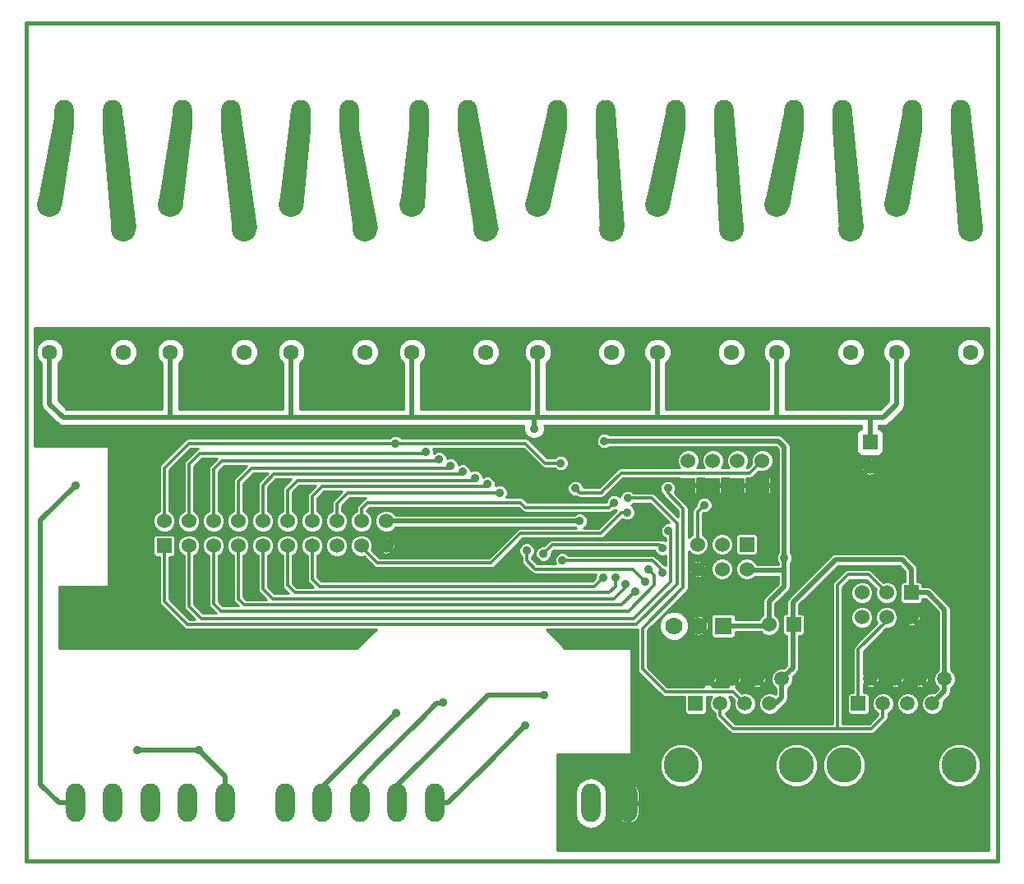
<source format=gbl>
G04 (created by PCBNEW (2013-mar-13)-testing) date ven. 21 juin 2013 23:24:26 CEST*
%MOIN*%
G04 Gerber Fmt 3.4, Leading zero omitted, Abs format*
%FSLAX34Y34*%
G01*
G70*
G90*
G04 APERTURE LIST*
%ADD10C,0.005906*%
%ADD11C,0.015000*%
%ADD12C,0.143700*%
%ADD13R,0.059100X0.059100*%
%ADD14C,0.059100*%
%ADD15R,0.060000X0.060000*%
%ADD16C,0.060000*%
%ADD17O,0.078000X0.156000*%
%ADD18C,0.070000*%
%ADD19R,0.070000X0.070000*%
%ADD20C,0.063000*%
%ADD21C,0.100000*%
%ADD22C,0.035000*%
%ADD23C,0.019700*%
%ADD24C,0.011811*%
%ADD25C,0.010000*%
G04 APERTURE END LIST*
G54D10*
G54D11*
X71500Y-62000D02*
X110900Y-62000D01*
X71500Y-28000D02*
X110900Y-28000D01*
X110900Y-28000D02*
X110800Y-28000D01*
X110900Y-62000D02*
X110900Y-28000D01*
X71500Y-62000D02*
X71500Y-28000D01*
G54D12*
X102738Y-58112D03*
X98065Y-58112D03*
G54D13*
X98650Y-55612D03*
G54D14*
X99150Y-54612D03*
X99650Y-55612D03*
X100150Y-54612D03*
X100650Y-55612D03*
X101150Y-54612D03*
X101650Y-55612D03*
X102150Y-54612D03*
G54D12*
X109338Y-58112D03*
X104665Y-58112D03*
G54D13*
X105250Y-55612D03*
G54D14*
X105750Y-54612D03*
X106250Y-55612D03*
X106750Y-54612D03*
X107250Y-55612D03*
X107750Y-54612D03*
X108250Y-55612D03*
X108750Y-54612D03*
G54D15*
X77100Y-49200D03*
G54D16*
X77100Y-48200D03*
X78100Y-49200D03*
X78100Y-48200D03*
X79100Y-49200D03*
X79100Y-48200D03*
X80100Y-49200D03*
X80100Y-48200D03*
X81100Y-49200D03*
X81100Y-48200D03*
X82100Y-49200D03*
X82100Y-48200D03*
X83100Y-49200D03*
X83100Y-48200D03*
X84100Y-49200D03*
X84100Y-48200D03*
X85100Y-49200D03*
X85100Y-48200D03*
X86100Y-49200D03*
X86100Y-48200D03*
G54D15*
X102625Y-52400D03*
G54D16*
X101625Y-52400D03*
G54D17*
X82000Y-59645D03*
X83515Y-59645D03*
X85031Y-59645D03*
X86547Y-59645D03*
X88062Y-59645D03*
X73500Y-59645D03*
X75015Y-59645D03*
X76531Y-59645D03*
X78047Y-59645D03*
X79562Y-59645D03*
G54D15*
X107400Y-51112D03*
G54D16*
X107400Y-52112D03*
X106400Y-51112D03*
X106400Y-52112D03*
X105400Y-51112D03*
X105400Y-52112D03*
G54D15*
X101350Y-46750D03*
G54D16*
X101350Y-45750D03*
G54D15*
X100350Y-46750D03*
G54D16*
X100350Y-45750D03*
G54D15*
X98350Y-46750D03*
G54D16*
X98350Y-45750D03*
G54D15*
X105725Y-45000D03*
G54D16*
X105725Y-46000D03*
G54D15*
X99350Y-46750D03*
G54D16*
X99350Y-45750D03*
G54D15*
X100725Y-49150D03*
G54D16*
X100725Y-50150D03*
X99725Y-49150D03*
X99725Y-50150D03*
X98725Y-49150D03*
X98725Y-50150D03*
G54D18*
X97775Y-52450D03*
X98775Y-52450D03*
G54D19*
X99775Y-52450D03*
G54D17*
X94400Y-59645D03*
X95915Y-59645D03*
G54D20*
X72450Y-41350D03*
X75442Y-41350D03*
G54D21*
X75442Y-36350D03*
X72450Y-35350D03*
G54D20*
X77350Y-41350D03*
X80342Y-41350D03*
G54D21*
X80342Y-36350D03*
X77350Y-35350D03*
G54D20*
X82250Y-41350D03*
X85242Y-41350D03*
G54D21*
X85242Y-36350D03*
X82250Y-35350D03*
G54D20*
X87150Y-41350D03*
X90142Y-41350D03*
G54D21*
X90142Y-36350D03*
X87150Y-35350D03*
G54D17*
X74990Y-31889D03*
X73020Y-31889D03*
X79790Y-31889D03*
X77820Y-31889D03*
X84590Y-31889D03*
X82620Y-31889D03*
X89390Y-31889D03*
X87420Y-31889D03*
X94990Y-31889D03*
X93020Y-31889D03*
X99790Y-31889D03*
X97820Y-31889D03*
X104590Y-31889D03*
X102620Y-31889D03*
X109390Y-31889D03*
X107420Y-31889D03*
G54D20*
X106800Y-41350D03*
X109792Y-41350D03*
G54D21*
X109792Y-36350D03*
X106800Y-35350D03*
G54D20*
X101950Y-41350D03*
X104942Y-41350D03*
G54D21*
X104942Y-36350D03*
X101950Y-35350D03*
G54D20*
X97100Y-41350D03*
X100092Y-41350D03*
G54D21*
X100092Y-36350D03*
X97100Y-35350D03*
G54D20*
X92250Y-41350D03*
X95242Y-41350D03*
G54D21*
X95242Y-36350D03*
X92250Y-35350D03*
G54D22*
X92100Y-44450D03*
X102250Y-49700D03*
X94950Y-44950D03*
X93950Y-48200D03*
X97525Y-46875D03*
X93775Y-46875D03*
X95900Y-47275D03*
X97550Y-48600D03*
X96750Y-50175D03*
X96200Y-51050D03*
X95800Y-50750D03*
X95400Y-50500D03*
X94900Y-50500D03*
X78500Y-57500D03*
X76000Y-57500D03*
X91750Y-56500D03*
X94500Y-46625D03*
X94000Y-61150D03*
X95250Y-48800D03*
X75500Y-53000D03*
X84800Y-52900D03*
X73500Y-46750D03*
X86500Y-56000D03*
X88400Y-55550D03*
X92500Y-55250D03*
X95350Y-47450D03*
X97300Y-49300D03*
X92475Y-49525D03*
X91800Y-49400D03*
X96600Y-50650D03*
X86475Y-45050D03*
X93175Y-45850D03*
X87700Y-45400D03*
X88250Y-45700D03*
X88700Y-45950D03*
X89200Y-46200D03*
X89700Y-46450D03*
X90200Y-46700D03*
X90700Y-47050D03*
X99000Y-47550D03*
X95875Y-47850D03*
X97300Y-50300D03*
X93250Y-49800D03*
G54D23*
X92100Y-44450D02*
X92100Y-44000D01*
X105725Y-45000D02*
X105725Y-44000D01*
X105400Y-44000D02*
X105725Y-44000D01*
X104900Y-44000D02*
X105400Y-44000D01*
X104900Y-44000D02*
X104350Y-44000D01*
X101900Y-44000D02*
X102200Y-44000D01*
X102200Y-44000D02*
X104350Y-44000D01*
X105725Y-44000D02*
X106275Y-44000D01*
X106800Y-43475D02*
X106800Y-42800D01*
X106275Y-44000D02*
X106800Y-43475D01*
X106800Y-42050D02*
X106800Y-41350D01*
X101950Y-41350D02*
X101950Y-41950D01*
X101950Y-43950D02*
X101900Y-44000D01*
X101950Y-41950D02*
X101950Y-43950D01*
X97100Y-42000D02*
X97100Y-41350D01*
X92250Y-42050D02*
X92250Y-41350D01*
X87150Y-41350D02*
X87150Y-41950D01*
X87150Y-41950D02*
X87150Y-44000D01*
X82250Y-41350D02*
X82250Y-41950D01*
X82250Y-41950D02*
X82250Y-44000D01*
X77350Y-41350D02*
X77350Y-41950D01*
X77350Y-41950D02*
X77350Y-44000D01*
X72450Y-41350D02*
X72450Y-41950D01*
X73000Y-44000D02*
X72450Y-43450D01*
X72450Y-43450D02*
X72450Y-41950D01*
X73000Y-44000D02*
X77350Y-44000D01*
X81550Y-44000D02*
X82250Y-44000D01*
X77300Y-44000D02*
X81550Y-44000D01*
X77350Y-44000D02*
X77300Y-44000D01*
X82250Y-44000D02*
X82250Y-43950D01*
X82250Y-43950D02*
X82250Y-44000D01*
X92250Y-41950D02*
X92250Y-42050D01*
X92250Y-42050D02*
X92250Y-44000D01*
X92250Y-44000D02*
X92250Y-43950D01*
X92250Y-43950D02*
X92250Y-44000D01*
X97100Y-41950D02*
X97100Y-42000D01*
X97100Y-42000D02*
X97100Y-44000D01*
X106800Y-41950D02*
X106800Y-42050D01*
X106800Y-42050D02*
X106800Y-42800D01*
X82250Y-44000D02*
X86100Y-44000D01*
X86100Y-44000D02*
X87150Y-44000D01*
X87150Y-44000D02*
X91900Y-44000D01*
X91900Y-44000D02*
X92100Y-44000D01*
X92100Y-44000D02*
X92250Y-44000D01*
X92250Y-44000D02*
X92950Y-44000D01*
X92950Y-44000D02*
X97100Y-44000D01*
X97100Y-44000D02*
X97650Y-44000D01*
X97650Y-44000D02*
X101900Y-44000D01*
X100725Y-50150D02*
X100775Y-50200D01*
X100775Y-50200D02*
X102250Y-50200D01*
X102250Y-50775D02*
X102250Y-50850D01*
X102250Y-50850D02*
X101625Y-51475D01*
X101625Y-52400D02*
X101625Y-51475D01*
X102250Y-50800D02*
X102250Y-50775D01*
X102250Y-50775D02*
X102250Y-50200D01*
X102250Y-50200D02*
X102250Y-49700D01*
X99775Y-52450D02*
X101575Y-52450D01*
X101575Y-52450D02*
X101625Y-52400D01*
X102250Y-45200D02*
X102250Y-49450D01*
X102250Y-49450D02*
X102250Y-49700D01*
X102000Y-44950D02*
X102250Y-45200D01*
X94950Y-44950D02*
X102000Y-44950D01*
X86100Y-48200D02*
X93950Y-48200D01*
G54D24*
X98150Y-47925D02*
X98150Y-47700D01*
X97525Y-47075D02*
X97525Y-46875D01*
X98150Y-47700D02*
X97525Y-47075D01*
X96500Y-53925D02*
X96500Y-54200D01*
X100162Y-55125D02*
X100650Y-55612D01*
X97425Y-55125D02*
X100162Y-55125D01*
X96500Y-54200D02*
X97425Y-55125D01*
X96500Y-52550D02*
X96500Y-53925D01*
X98150Y-47925D02*
X98150Y-50900D01*
X98150Y-50900D02*
X96500Y-52550D01*
G54D23*
X107400Y-51112D02*
X108062Y-51112D01*
X108750Y-51800D02*
X108750Y-54612D01*
X108062Y-51112D02*
X108750Y-51800D01*
X108750Y-54612D02*
X108750Y-55112D01*
X108750Y-55112D02*
X108250Y-55612D01*
X101650Y-55612D02*
X101912Y-55612D01*
X102150Y-55375D02*
X102150Y-54612D01*
X101912Y-55612D02*
X102150Y-55375D01*
X102600Y-52700D02*
X102600Y-54162D01*
X102600Y-54162D02*
X102150Y-54612D01*
X102600Y-51850D02*
X102600Y-51500D01*
X107400Y-50150D02*
X107400Y-51112D01*
X107025Y-49775D02*
X107400Y-50150D01*
X104325Y-49775D02*
X107025Y-49775D01*
X102600Y-51500D02*
X104325Y-49775D01*
X102600Y-52700D02*
X102600Y-51850D01*
G54D24*
X94900Y-46975D02*
X94825Y-47050D01*
X94900Y-46975D02*
X95625Y-46250D01*
X96400Y-46250D02*
X95625Y-46250D01*
X96400Y-46250D02*
X100850Y-46250D01*
X101350Y-45750D02*
X100850Y-46250D01*
X93950Y-47050D02*
X93775Y-46875D01*
X94825Y-47050D02*
X93950Y-47050D01*
X95900Y-47275D02*
X96875Y-47275D01*
X96875Y-47275D02*
X97900Y-48300D01*
X97900Y-48300D02*
X97900Y-49950D01*
X97900Y-48650D02*
X97900Y-48300D01*
X97900Y-50750D02*
X97900Y-49950D01*
X97900Y-49950D02*
X97900Y-48650D01*
X96250Y-52400D02*
X97900Y-50750D01*
X77100Y-49200D02*
X77100Y-51450D01*
X78050Y-52400D02*
X95200Y-52400D01*
X77100Y-51450D02*
X78050Y-52400D01*
X95200Y-52400D02*
X96250Y-52400D01*
X97900Y-48300D02*
X97900Y-48300D01*
X95100Y-52150D02*
X96150Y-52150D01*
X97650Y-48700D02*
X97550Y-48600D01*
X97650Y-50650D02*
X97650Y-48700D01*
X96150Y-52150D02*
X97650Y-50650D01*
X78100Y-49200D02*
X78100Y-51650D01*
X78600Y-52150D02*
X95100Y-52150D01*
X78100Y-51650D02*
X78600Y-52150D01*
X96975Y-50400D02*
X96975Y-50800D01*
X96750Y-50175D02*
X96975Y-50400D01*
X95675Y-51850D02*
X95925Y-51850D01*
X79400Y-51850D02*
X95100Y-51850D01*
X79100Y-51550D02*
X79400Y-51850D01*
X95100Y-51850D02*
X95675Y-51850D01*
X79100Y-49200D02*
X79100Y-51550D01*
X95925Y-51850D02*
X96975Y-50800D01*
X95650Y-51600D02*
X96200Y-51050D01*
X80350Y-51600D02*
X94850Y-51600D01*
X80100Y-51349D02*
X80350Y-51600D01*
X80100Y-49200D02*
X80100Y-51349D01*
X94850Y-51600D02*
X95650Y-51600D01*
X94500Y-51350D02*
X95350Y-51350D01*
X95800Y-50900D02*
X95800Y-50750D01*
X95350Y-51350D02*
X95800Y-50900D01*
X81100Y-49200D02*
X81100Y-50950D01*
X81500Y-51350D02*
X94500Y-51350D01*
X81100Y-50950D02*
X81500Y-51350D01*
X94350Y-51100D02*
X95150Y-51100D01*
X95400Y-50850D02*
X95400Y-50500D01*
X95150Y-51100D02*
X95400Y-50850D01*
X82100Y-49200D02*
X82100Y-50800D01*
X82100Y-50800D02*
X82400Y-51100D01*
X82400Y-51100D02*
X94350Y-51100D01*
X94050Y-50850D02*
X94550Y-50850D01*
X94550Y-50850D02*
X94900Y-50500D01*
X83100Y-49200D02*
X83100Y-50550D01*
X83400Y-50850D02*
X94050Y-50850D01*
X83100Y-50550D02*
X83400Y-50850D01*
G54D23*
X79562Y-58562D02*
X79562Y-59000D01*
X78500Y-57500D02*
X79562Y-58562D01*
X76000Y-57500D02*
X78500Y-57500D01*
X88062Y-59645D02*
X88604Y-59645D01*
X88604Y-59645D02*
X90100Y-58150D01*
X91750Y-56500D02*
X90100Y-58150D01*
G54D24*
X95915Y-59300D02*
X95915Y-59584D01*
X94350Y-61150D02*
X94000Y-61150D01*
X95915Y-59584D02*
X94350Y-61150D01*
X95865Y-58950D02*
X95865Y-59284D01*
G54D23*
X73500Y-59645D02*
X72820Y-59645D01*
X72075Y-48175D02*
X73500Y-46750D01*
X72075Y-58900D02*
X72075Y-48175D01*
X72820Y-59645D02*
X72075Y-58900D01*
X84125Y-58375D02*
X83515Y-58984D01*
X83515Y-58984D02*
X83515Y-59645D01*
X83515Y-59000D02*
X83515Y-58984D01*
X84125Y-58375D02*
X86500Y-56000D01*
X85850Y-57900D02*
X85031Y-58718D01*
X85031Y-58718D02*
X85031Y-59645D01*
X85850Y-57900D02*
X87500Y-56250D01*
X85031Y-58718D02*
X85031Y-59000D01*
X88150Y-55600D02*
X87500Y-56250D01*
X88350Y-55600D02*
X88150Y-55600D01*
X88400Y-55550D02*
X88350Y-55600D01*
X86547Y-59645D02*
X86547Y-58927D01*
X90225Y-55250D02*
X92500Y-55250D01*
X86547Y-58927D02*
X90225Y-55250D01*
G54D24*
X91550Y-47450D02*
X91750Y-47650D01*
X95150Y-47650D02*
X95350Y-47450D01*
X91750Y-47650D02*
X95150Y-47650D01*
X85100Y-48200D02*
X85100Y-47700D01*
X85350Y-47450D02*
X91550Y-47450D01*
X85100Y-47700D02*
X85350Y-47450D01*
X92475Y-49525D02*
X92825Y-49175D01*
X97175Y-49175D02*
X97300Y-49300D01*
X92825Y-49175D02*
X97175Y-49175D01*
X92150Y-50150D02*
X91800Y-49800D01*
X91800Y-49400D02*
X91800Y-49800D01*
X92550Y-50150D02*
X92200Y-50150D01*
X96100Y-50150D02*
X96600Y-50650D01*
X93050Y-50150D02*
X95500Y-50150D01*
X95500Y-50150D02*
X96100Y-50150D01*
X92550Y-50150D02*
X93050Y-50150D01*
X92200Y-50150D02*
X92150Y-50150D01*
X86475Y-45050D02*
X91750Y-45050D01*
X92550Y-45850D02*
X93175Y-45850D01*
X91750Y-45050D02*
X92550Y-45850D01*
X77100Y-46050D02*
X78100Y-45050D01*
X78100Y-45050D02*
X86475Y-45050D01*
X77100Y-46050D02*
X77100Y-48200D01*
X78100Y-48200D02*
X78100Y-45900D01*
X78550Y-45450D02*
X87650Y-45450D01*
X78100Y-45900D02*
X78550Y-45450D01*
X87650Y-45450D02*
X87700Y-45400D01*
X79100Y-46100D02*
X79450Y-45750D01*
X79100Y-48200D02*
X79100Y-46100D01*
X79450Y-45750D02*
X87900Y-45750D01*
X87900Y-45750D02*
X88200Y-45750D01*
X88200Y-45750D02*
X88250Y-45700D01*
X80100Y-46600D02*
X80100Y-48200D01*
X80100Y-46600D02*
X80650Y-46050D01*
X80650Y-46050D02*
X88150Y-46050D01*
X88150Y-46050D02*
X88600Y-46050D01*
X88700Y-45950D02*
X88600Y-46050D01*
X88350Y-46300D02*
X89100Y-46300D01*
X81100Y-46750D02*
X81550Y-46300D01*
X81550Y-46300D02*
X88350Y-46300D01*
X81100Y-48200D02*
X81100Y-46750D01*
X89100Y-46300D02*
X89200Y-46200D01*
X88700Y-46550D02*
X89600Y-46550D01*
X82100Y-46950D02*
X82500Y-46550D01*
X82500Y-46550D02*
X88700Y-46550D01*
X82100Y-48200D02*
X82100Y-46950D01*
X89600Y-46550D02*
X89700Y-46450D01*
X88850Y-46800D02*
X90100Y-46800D01*
X90100Y-46800D02*
X90200Y-46700D01*
X83100Y-48200D02*
X83100Y-47200D01*
X83500Y-46800D02*
X88850Y-46800D01*
X83100Y-47200D02*
X83500Y-46800D01*
X89100Y-47050D02*
X90700Y-47050D01*
X84100Y-48200D02*
X84100Y-47500D01*
X84550Y-47050D02*
X89100Y-47050D01*
X84100Y-47500D02*
X84550Y-47050D01*
G54D25*
X84100Y-48200D02*
X84100Y-48250D01*
G54D24*
X98725Y-49150D02*
X98725Y-47825D01*
X98725Y-47825D02*
X99000Y-47550D01*
X94175Y-48700D02*
X94800Y-48700D01*
X94800Y-48700D02*
X95650Y-47850D01*
X95650Y-47850D02*
X95875Y-47850D01*
X92700Y-48700D02*
X94175Y-48700D01*
X85100Y-49200D02*
X85100Y-49250D01*
X91550Y-48700D02*
X92700Y-48700D01*
X90350Y-49900D02*
X91550Y-48700D01*
X85750Y-49900D02*
X90350Y-49900D01*
X85100Y-49250D02*
X85750Y-49900D01*
X93250Y-49800D02*
X96900Y-49800D01*
X97225Y-50225D02*
X97300Y-50300D01*
X97225Y-50125D02*
X97225Y-50225D01*
X96900Y-49800D02*
X97225Y-50125D01*
X104400Y-52400D02*
X104400Y-50800D01*
X105662Y-50375D02*
X106400Y-51112D01*
X104825Y-50375D02*
X105662Y-50375D01*
X104400Y-50800D02*
X104825Y-50375D01*
X104400Y-55900D02*
X104400Y-56625D01*
X104400Y-54475D02*
X104400Y-52400D01*
X104400Y-54475D02*
X104400Y-55900D01*
X99650Y-55612D02*
X99650Y-56100D01*
X99650Y-56100D02*
X100175Y-56625D01*
X100175Y-56625D02*
X104400Y-56625D01*
X104400Y-56625D02*
X105500Y-56625D01*
X106250Y-56150D02*
X106250Y-55612D01*
X105500Y-56625D02*
X105775Y-56625D01*
X105775Y-56625D02*
X106250Y-56150D01*
X105250Y-55612D02*
X105250Y-53400D01*
X106400Y-52250D02*
X106400Y-52112D01*
X105250Y-53400D02*
X106400Y-52250D01*
G54D10*
G36*
X110550Y-61550D02*
X110354Y-61550D01*
X110354Y-41238D01*
X110268Y-41032D01*
X110110Y-40873D01*
X109904Y-40788D01*
X109680Y-40787D01*
X109474Y-40873D01*
X109315Y-41031D01*
X109230Y-41237D01*
X109230Y-41461D01*
X109315Y-41667D01*
X109473Y-41826D01*
X109679Y-41911D01*
X109903Y-41912D01*
X110110Y-41826D01*
X110268Y-41668D01*
X110354Y-41462D01*
X110354Y-41238D01*
X110354Y-61550D01*
X110206Y-61550D01*
X110206Y-57940D01*
X110074Y-57621D01*
X109830Y-57376D01*
X109511Y-57244D01*
X109195Y-57243D01*
X109195Y-54524D01*
X109127Y-54360D01*
X109002Y-54235D01*
X108998Y-54233D01*
X108998Y-51800D01*
X108979Y-51704D01*
X108925Y-51624D01*
X108238Y-50936D01*
X108157Y-50883D01*
X108062Y-50864D01*
X107850Y-50864D01*
X107850Y-50782D01*
X107827Y-50727D01*
X107784Y-50685D01*
X107729Y-50662D01*
X107670Y-50662D01*
X107648Y-50662D01*
X107648Y-50150D01*
X107629Y-50054D01*
X107629Y-50054D01*
X107608Y-50022D01*
X107575Y-49974D01*
X107575Y-49974D01*
X107362Y-49760D01*
X107362Y-41238D01*
X107276Y-41032D01*
X107118Y-40873D01*
X106912Y-40788D01*
X106688Y-40787D01*
X106482Y-40873D01*
X106323Y-41031D01*
X106238Y-41237D01*
X106237Y-41461D01*
X106323Y-41667D01*
X106454Y-41799D01*
X106454Y-41950D01*
X106454Y-42050D01*
X106454Y-42800D01*
X106454Y-43331D01*
X106131Y-43654D01*
X105725Y-43654D01*
X105504Y-43654D01*
X105504Y-41238D01*
X105418Y-41032D01*
X105260Y-40873D01*
X105054Y-40788D01*
X104830Y-40787D01*
X104624Y-40873D01*
X104465Y-41031D01*
X104380Y-41237D01*
X104380Y-41461D01*
X104465Y-41667D01*
X104623Y-41826D01*
X104829Y-41911D01*
X105053Y-41912D01*
X105260Y-41826D01*
X105418Y-41668D01*
X105504Y-41462D01*
X105504Y-41238D01*
X105504Y-43654D01*
X105400Y-43654D01*
X104900Y-43654D01*
X104350Y-43654D01*
X102295Y-43654D01*
X102295Y-41950D01*
X102295Y-41799D01*
X102426Y-41668D01*
X102511Y-41462D01*
X102512Y-41238D01*
X102426Y-41032D01*
X102268Y-40873D01*
X102062Y-40788D01*
X101838Y-40787D01*
X101632Y-40873D01*
X101473Y-41031D01*
X101388Y-41237D01*
X101387Y-41461D01*
X101473Y-41667D01*
X101604Y-41799D01*
X101604Y-41950D01*
X101604Y-43654D01*
X100654Y-43654D01*
X100654Y-41238D01*
X100568Y-41032D01*
X100410Y-40873D01*
X100204Y-40788D01*
X99980Y-40787D01*
X99774Y-40873D01*
X99615Y-41031D01*
X99530Y-41237D01*
X99530Y-41461D01*
X99615Y-41667D01*
X99773Y-41826D01*
X99979Y-41911D01*
X100203Y-41912D01*
X100410Y-41826D01*
X100568Y-41668D01*
X100654Y-41462D01*
X100654Y-41238D01*
X100654Y-43654D01*
X97650Y-43654D01*
X97445Y-43654D01*
X97445Y-42000D01*
X97445Y-41950D01*
X97445Y-41799D01*
X97576Y-41668D01*
X97661Y-41462D01*
X97662Y-41238D01*
X97576Y-41032D01*
X97418Y-40873D01*
X97212Y-40788D01*
X96988Y-40787D01*
X96782Y-40873D01*
X96623Y-41031D01*
X96538Y-41237D01*
X96537Y-41461D01*
X96623Y-41667D01*
X96754Y-41799D01*
X96754Y-41950D01*
X96754Y-42000D01*
X96754Y-43654D01*
X95804Y-43654D01*
X95804Y-41238D01*
X95718Y-41032D01*
X95560Y-40873D01*
X95354Y-40788D01*
X95130Y-40787D01*
X94924Y-40873D01*
X94765Y-41031D01*
X94680Y-41237D01*
X94680Y-41461D01*
X94765Y-41667D01*
X94923Y-41826D01*
X95129Y-41911D01*
X95353Y-41912D01*
X95560Y-41826D01*
X95718Y-41668D01*
X95804Y-41462D01*
X95804Y-41238D01*
X95804Y-43654D01*
X92950Y-43654D01*
X92595Y-43654D01*
X92595Y-42050D01*
X92595Y-41950D01*
X92595Y-41799D01*
X92726Y-41668D01*
X92811Y-41462D01*
X92812Y-41238D01*
X92726Y-41032D01*
X92568Y-40873D01*
X92362Y-40788D01*
X92138Y-40787D01*
X91932Y-40873D01*
X91773Y-41031D01*
X91688Y-41237D01*
X91687Y-41461D01*
X91773Y-41667D01*
X91904Y-41799D01*
X91904Y-41950D01*
X91904Y-42050D01*
X91904Y-43654D01*
X91900Y-43654D01*
X90704Y-43654D01*
X90704Y-41238D01*
X90618Y-41032D01*
X90460Y-40873D01*
X90254Y-40788D01*
X90030Y-40787D01*
X89824Y-40873D01*
X89665Y-41031D01*
X89580Y-41237D01*
X89580Y-41461D01*
X89665Y-41667D01*
X89823Y-41826D01*
X90029Y-41911D01*
X90253Y-41912D01*
X90460Y-41826D01*
X90618Y-41668D01*
X90704Y-41462D01*
X90704Y-41238D01*
X90704Y-43654D01*
X87495Y-43654D01*
X87495Y-41950D01*
X87495Y-41799D01*
X87626Y-41668D01*
X87711Y-41462D01*
X87712Y-41238D01*
X87626Y-41032D01*
X87468Y-40873D01*
X87262Y-40788D01*
X87038Y-40787D01*
X86832Y-40873D01*
X86673Y-41031D01*
X86588Y-41237D01*
X86587Y-41461D01*
X86673Y-41667D01*
X86804Y-41799D01*
X86804Y-41950D01*
X86804Y-43654D01*
X86100Y-43654D01*
X85804Y-43654D01*
X85804Y-41238D01*
X85718Y-41032D01*
X85560Y-40873D01*
X85354Y-40788D01*
X85130Y-40787D01*
X84924Y-40873D01*
X84765Y-41031D01*
X84680Y-41237D01*
X84680Y-41461D01*
X84765Y-41667D01*
X84923Y-41826D01*
X85129Y-41911D01*
X85353Y-41912D01*
X85560Y-41826D01*
X85718Y-41668D01*
X85804Y-41462D01*
X85804Y-41238D01*
X85804Y-43654D01*
X82595Y-43654D01*
X82595Y-41950D01*
X82595Y-41799D01*
X82726Y-41668D01*
X82811Y-41462D01*
X82812Y-41238D01*
X82726Y-41032D01*
X82568Y-40873D01*
X82362Y-40788D01*
X82138Y-40787D01*
X81932Y-40873D01*
X81773Y-41031D01*
X81688Y-41237D01*
X81687Y-41461D01*
X81773Y-41667D01*
X81904Y-41799D01*
X81904Y-41950D01*
X81904Y-43654D01*
X81550Y-43654D01*
X80904Y-43654D01*
X80904Y-41238D01*
X80818Y-41032D01*
X80660Y-40873D01*
X80454Y-40788D01*
X80230Y-40787D01*
X80024Y-40873D01*
X79865Y-41031D01*
X79780Y-41237D01*
X79780Y-41461D01*
X79865Y-41667D01*
X80023Y-41826D01*
X80229Y-41911D01*
X80453Y-41912D01*
X80660Y-41826D01*
X80818Y-41668D01*
X80904Y-41462D01*
X80904Y-41238D01*
X80904Y-43654D01*
X77695Y-43654D01*
X77695Y-41950D01*
X77695Y-41799D01*
X77826Y-41668D01*
X77911Y-41462D01*
X77912Y-41238D01*
X77826Y-41032D01*
X77668Y-40873D01*
X77462Y-40788D01*
X77238Y-40787D01*
X77032Y-40873D01*
X76873Y-41031D01*
X76788Y-41237D01*
X76787Y-41461D01*
X76873Y-41667D01*
X77004Y-41799D01*
X77004Y-41950D01*
X77004Y-43654D01*
X76004Y-43654D01*
X76004Y-41238D01*
X75918Y-41032D01*
X75760Y-40873D01*
X75554Y-40788D01*
X75330Y-40787D01*
X75124Y-40873D01*
X74965Y-41031D01*
X74880Y-41237D01*
X74880Y-41461D01*
X74965Y-41667D01*
X75123Y-41826D01*
X75329Y-41911D01*
X75553Y-41912D01*
X75760Y-41826D01*
X75918Y-41668D01*
X76004Y-41462D01*
X76004Y-41238D01*
X76004Y-43654D01*
X73143Y-43654D01*
X72795Y-43306D01*
X72795Y-41950D01*
X72795Y-41799D01*
X72926Y-41668D01*
X73011Y-41462D01*
X73012Y-41238D01*
X72926Y-41032D01*
X72768Y-40873D01*
X72562Y-40788D01*
X72338Y-40787D01*
X72132Y-40873D01*
X71973Y-41031D01*
X71888Y-41237D01*
X71887Y-41461D01*
X71973Y-41667D01*
X72104Y-41799D01*
X72104Y-41950D01*
X72104Y-43450D01*
X72130Y-43582D01*
X72205Y-43694D01*
X72755Y-44244D01*
X72755Y-44244D01*
X72867Y-44319D01*
X72867Y-44319D01*
X73000Y-44345D01*
X77300Y-44345D01*
X77350Y-44345D01*
X81550Y-44345D01*
X82250Y-44345D01*
X86100Y-44345D01*
X87150Y-44345D01*
X91686Y-44345D01*
X91678Y-44365D01*
X91677Y-44533D01*
X91742Y-44688D01*
X91860Y-44807D01*
X92015Y-44871D01*
X92183Y-44872D01*
X92338Y-44807D01*
X92457Y-44689D01*
X92521Y-44534D01*
X92522Y-44366D01*
X92513Y-44345D01*
X92950Y-44345D01*
X97100Y-44345D01*
X97650Y-44345D01*
X101900Y-44345D01*
X102200Y-44345D01*
X104350Y-44345D01*
X104900Y-44345D01*
X105379Y-44345D01*
X105379Y-44453D01*
X105375Y-44453D01*
X105285Y-44490D01*
X105215Y-44560D01*
X105178Y-44650D01*
X105178Y-44749D01*
X105178Y-45349D01*
X105215Y-45439D01*
X105285Y-45509D01*
X105375Y-45547D01*
X105474Y-45547D01*
X106074Y-45547D01*
X106164Y-45509D01*
X106234Y-45439D01*
X106272Y-45349D01*
X106272Y-45250D01*
X106272Y-44650D01*
X106234Y-44560D01*
X106164Y-44490D01*
X106074Y-44453D01*
X106070Y-44453D01*
X106070Y-44345D01*
X106275Y-44345D01*
X106407Y-44319D01*
X106407Y-44319D01*
X106519Y-44244D01*
X107044Y-43719D01*
X107119Y-43607D01*
X107119Y-43607D01*
X107145Y-43475D01*
X107145Y-43475D01*
X107145Y-43474D01*
X107145Y-42800D01*
X107145Y-42050D01*
X107145Y-41950D01*
X107145Y-41799D01*
X107276Y-41668D01*
X107361Y-41462D01*
X107362Y-41238D01*
X107362Y-49760D01*
X107200Y-49599D01*
X107120Y-49545D01*
X107025Y-49526D01*
X106080Y-49526D01*
X106080Y-46033D01*
X106066Y-45895D01*
X106040Y-45832D01*
X106001Y-45794D01*
X105930Y-45865D01*
X105930Y-45723D01*
X105892Y-45684D01*
X105758Y-45644D01*
X105620Y-45658D01*
X105557Y-45684D01*
X105519Y-45723D01*
X105725Y-45929D01*
X105930Y-45723D01*
X105930Y-45865D01*
X105795Y-46000D01*
X106001Y-46205D01*
X106040Y-46167D01*
X106080Y-46033D01*
X106080Y-49526D01*
X105930Y-49526D01*
X105930Y-46276D01*
X105725Y-46070D01*
X105654Y-46141D01*
X105654Y-46000D01*
X105448Y-45794D01*
X105409Y-45832D01*
X105369Y-45966D01*
X105383Y-46104D01*
X105409Y-46167D01*
X105448Y-46205D01*
X105654Y-46000D01*
X105654Y-46141D01*
X105519Y-46276D01*
X105557Y-46315D01*
X105691Y-46355D01*
X105829Y-46341D01*
X105892Y-46315D01*
X105930Y-46276D01*
X105930Y-49526D01*
X104325Y-49526D01*
X104325Y-49526D01*
X104229Y-49545D01*
X104149Y-49599D01*
X102575Y-51173D01*
X102575Y-49635D01*
X102525Y-49516D01*
X102498Y-49488D01*
X102498Y-49450D01*
X102498Y-45200D01*
X102498Y-45200D01*
X102498Y-45200D01*
X102479Y-45104D01*
X102425Y-45024D01*
X102425Y-45024D01*
X102425Y-45024D01*
X102175Y-44774D01*
X102095Y-44720D01*
X102000Y-44701D01*
X95161Y-44701D01*
X95134Y-44674D01*
X95014Y-44625D01*
X94885Y-44624D01*
X94766Y-44674D01*
X94674Y-44765D01*
X94625Y-44885D01*
X94624Y-45014D01*
X94674Y-45133D01*
X94765Y-45225D01*
X94885Y-45274D01*
X95014Y-45275D01*
X95133Y-45225D01*
X95161Y-45198D01*
X101897Y-45198D01*
X102001Y-45302D01*
X102001Y-49450D01*
X102001Y-49488D01*
X101974Y-49515D01*
X101925Y-49635D01*
X101924Y-49764D01*
X101974Y-49883D01*
X102001Y-49911D01*
X102001Y-49951D01*
X101800Y-49951D01*
X101800Y-45660D01*
X101731Y-45495D01*
X101605Y-45368D01*
X101439Y-45300D01*
X101260Y-45299D01*
X101095Y-45368D01*
X100968Y-45494D01*
X100900Y-45660D01*
X100899Y-45839D01*
X100919Y-45885D01*
X100763Y-46040D01*
X100695Y-46040D01*
X100731Y-46005D01*
X100799Y-45839D01*
X100800Y-45660D01*
X100731Y-45495D01*
X100605Y-45368D01*
X100439Y-45300D01*
X100260Y-45299D01*
X100095Y-45368D01*
X99968Y-45494D01*
X99900Y-45660D01*
X99899Y-45839D01*
X99968Y-46004D01*
X100004Y-46040D01*
X99695Y-46040D01*
X99731Y-46005D01*
X99799Y-45839D01*
X99800Y-45660D01*
X99731Y-45495D01*
X99605Y-45368D01*
X99439Y-45300D01*
X99260Y-45299D01*
X99095Y-45368D01*
X98968Y-45494D01*
X98900Y-45660D01*
X98899Y-45839D01*
X98968Y-46004D01*
X99004Y-46040D01*
X98695Y-46040D01*
X98731Y-46005D01*
X98799Y-45839D01*
X98800Y-45660D01*
X98731Y-45495D01*
X98605Y-45368D01*
X98439Y-45300D01*
X98260Y-45299D01*
X98095Y-45368D01*
X97968Y-45494D01*
X97900Y-45660D01*
X97899Y-45839D01*
X97968Y-46004D01*
X98004Y-46040D01*
X96400Y-46040D01*
X95625Y-46040D01*
X95544Y-46056D01*
X95477Y-46102D01*
X94752Y-46827D01*
X94752Y-46827D01*
X94738Y-46840D01*
X94100Y-46840D01*
X94100Y-46810D01*
X94050Y-46691D01*
X93959Y-46599D01*
X93839Y-46550D01*
X93710Y-46549D01*
X93591Y-46599D01*
X93499Y-46690D01*
X93450Y-46810D01*
X93449Y-46939D01*
X93499Y-47058D01*
X93590Y-47150D01*
X93710Y-47199D01*
X93805Y-47200D01*
X93869Y-47243D01*
X93950Y-47259D01*
X94825Y-47259D01*
X94905Y-47243D01*
X94972Y-47197D01*
X95047Y-47122D01*
X95047Y-47122D01*
X95047Y-47122D01*
X95711Y-46459D01*
X96400Y-46459D01*
X98000Y-46459D01*
X98000Y-46687D01*
X98012Y-46700D01*
X98300Y-46700D01*
X98300Y-46692D01*
X98400Y-46692D01*
X98400Y-46700D01*
X98687Y-46700D01*
X98700Y-46687D01*
X98700Y-46459D01*
X99000Y-46459D01*
X99000Y-46687D01*
X99012Y-46700D01*
X99300Y-46700D01*
X99300Y-46692D01*
X99400Y-46692D01*
X99400Y-46700D01*
X99687Y-46700D01*
X99700Y-46687D01*
X99700Y-46459D01*
X100000Y-46459D01*
X100000Y-46687D01*
X100012Y-46700D01*
X100300Y-46700D01*
X100300Y-46692D01*
X100400Y-46692D01*
X100400Y-46700D01*
X100687Y-46700D01*
X100700Y-46687D01*
X100700Y-46459D01*
X100850Y-46459D01*
X100930Y-46443D01*
X100997Y-46397D01*
X101214Y-46181D01*
X101260Y-46199D01*
X101439Y-46200D01*
X101604Y-46131D01*
X101731Y-46005D01*
X101799Y-45839D01*
X101800Y-45660D01*
X101800Y-49951D01*
X101700Y-49951D01*
X101700Y-47059D01*
X101700Y-46812D01*
X101700Y-46687D01*
X101700Y-46440D01*
X101692Y-46421D01*
X101678Y-46407D01*
X101659Y-46400D01*
X101640Y-46400D01*
X101412Y-46400D01*
X101400Y-46412D01*
X101400Y-46700D01*
X101687Y-46700D01*
X101700Y-46687D01*
X101700Y-46812D01*
X101687Y-46800D01*
X101400Y-46800D01*
X101400Y-47087D01*
X101412Y-47100D01*
X101640Y-47100D01*
X101659Y-47100D01*
X101678Y-47092D01*
X101692Y-47078D01*
X101700Y-47059D01*
X101700Y-49951D01*
X101300Y-49951D01*
X101300Y-47087D01*
X101300Y-46800D01*
X101300Y-46700D01*
X101300Y-46412D01*
X101287Y-46400D01*
X101059Y-46400D01*
X101040Y-46400D01*
X101021Y-46407D01*
X101007Y-46421D01*
X101000Y-46440D01*
X101000Y-46687D01*
X101012Y-46700D01*
X101300Y-46700D01*
X101300Y-46800D01*
X101012Y-46800D01*
X101000Y-46812D01*
X101000Y-47059D01*
X101007Y-47078D01*
X101021Y-47092D01*
X101040Y-47100D01*
X101059Y-47100D01*
X101287Y-47100D01*
X101300Y-47087D01*
X101300Y-49951D01*
X101175Y-49951D01*
X101175Y-49479D01*
X101175Y-49420D01*
X101175Y-48820D01*
X101152Y-48765D01*
X101109Y-48722D01*
X101054Y-48700D01*
X100995Y-48700D01*
X100700Y-48700D01*
X100700Y-47059D01*
X100700Y-46812D01*
X100687Y-46800D01*
X100400Y-46800D01*
X100400Y-47087D01*
X100412Y-47100D01*
X100640Y-47100D01*
X100659Y-47100D01*
X100678Y-47092D01*
X100692Y-47078D01*
X100700Y-47059D01*
X100700Y-48700D01*
X100395Y-48700D01*
X100340Y-48722D01*
X100300Y-48762D01*
X100300Y-47087D01*
X100300Y-46800D01*
X100012Y-46800D01*
X100000Y-46812D01*
X100000Y-47059D01*
X100007Y-47078D01*
X100021Y-47092D01*
X100040Y-47100D01*
X100059Y-47100D01*
X100287Y-47100D01*
X100300Y-47087D01*
X100300Y-48762D01*
X100297Y-48765D01*
X100275Y-48820D01*
X100275Y-48879D01*
X100275Y-49479D01*
X100297Y-49534D01*
X100340Y-49577D01*
X100395Y-49600D01*
X100454Y-49600D01*
X101054Y-49600D01*
X101109Y-49577D01*
X101152Y-49534D01*
X101175Y-49479D01*
X101175Y-49951D01*
X101129Y-49951D01*
X101106Y-49895D01*
X100980Y-49768D01*
X100814Y-49700D01*
X100635Y-49699D01*
X100470Y-49768D01*
X100343Y-49894D01*
X100275Y-50060D01*
X100274Y-50239D01*
X100343Y-50404D01*
X100469Y-50531D01*
X100635Y-50599D01*
X100814Y-50600D01*
X100979Y-50531D01*
X101062Y-50448D01*
X102001Y-50448D01*
X102001Y-50747D01*
X101449Y-51299D01*
X101395Y-51379D01*
X101376Y-51475D01*
X101376Y-52015D01*
X101370Y-52018D01*
X101243Y-52144D01*
X101220Y-52201D01*
X100275Y-52201D01*
X100275Y-52070D01*
X100252Y-52015D01*
X100209Y-51972D01*
X100175Y-51958D01*
X100175Y-50060D01*
X100175Y-49060D01*
X100106Y-48895D01*
X99980Y-48768D01*
X99814Y-48700D01*
X99700Y-48699D01*
X99700Y-47059D01*
X99700Y-46812D01*
X99687Y-46800D01*
X99400Y-46800D01*
X99400Y-47087D01*
X99412Y-47100D01*
X99640Y-47100D01*
X99659Y-47100D01*
X99678Y-47092D01*
X99692Y-47078D01*
X99700Y-47059D01*
X99700Y-48699D01*
X99635Y-48699D01*
X99470Y-48768D01*
X99343Y-48894D01*
X99275Y-49060D01*
X99274Y-49239D01*
X99343Y-49404D01*
X99469Y-49531D01*
X99635Y-49599D01*
X99814Y-49600D01*
X99979Y-49531D01*
X100106Y-49405D01*
X100174Y-49239D01*
X100175Y-49060D01*
X100175Y-50060D01*
X100106Y-49895D01*
X99980Y-49768D01*
X99814Y-49700D01*
X99635Y-49699D01*
X99470Y-49768D01*
X99343Y-49894D01*
X99275Y-50060D01*
X99274Y-50239D01*
X99343Y-50404D01*
X99469Y-50531D01*
X99635Y-50599D01*
X99814Y-50600D01*
X99979Y-50531D01*
X100106Y-50405D01*
X100174Y-50239D01*
X100175Y-50060D01*
X100175Y-51958D01*
X100154Y-51950D01*
X100095Y-51950D01*
X99395Y-51950D01*
X99340Y-51972D01*
X99297Y-52015D01*
X99275Y-52070D01*
X99275Y-52129D01*
X99275Y-52829D01*
X99297Y-52884D01*
X99340Y-52927D01*
X99395Y-52950D01*
X99454Y-52950D01*
X100154Y-52950D01*
X100209Y-52927D01*
X100252Y-52884D01*
X100275Y-52829D01*
X100275Y-52770D01*
X100275Y-52698D01*
X101287Y-52698D01*
X101369Y-52781D01*
X101535Y-52849D01*
X101714Y-52850D01*
X101879Y-52781D01*
X102006Y-52655D01*
X102074Y-52489D01*
X102075Y-52310D01*
X102006Y-52145D01*
X101880Y-52018D01*
X101873Y-52015D01*
X101873Y-51577D01*
X102425Y-51025D01*
X102479Y-50945D01*
X102498Y-50850D01*
X102498Y-50800D01*
X102498Y-50775D01*
X102498Y-50200D01*
X102498Y-49911D01*
X102525Y-49884D01*
X102574Y-49764D01*
X102575Y-49635D01*
X102575Y-51173D01*
X102424Y-51324D01*
X102370Y-51404D01*
X102351Y-51500D01*
X102351Y-51850D01*
X102351Y-51950D01*
X102295Y-51950D01*
X102240Y-51972D01*
X102197Y-52015D01*
X102175Y-52070D01*
X102175Y-52129D01*
X102175Y-52729D01*
X102197Y-52784D01*
X102240Y-52827D01*
X102295Y-52850D01*
X102351Y-52850D01*
X102351Y-54059D01*
X102242Y-54168D01*
X102239Y-54167D01*
X102061Y-54167D01*
X101897Y-54234D01*
X101772Y-54359D01*
X101704Y-54523D01*
X101704Y-54700D01*
X101772Y-54864D01*
X101897Y-54990D01*
X101901Y-54991D01*
X101901Y-55234D01*
X101739Y-55167D01*
X101561Y-55167D01*
X101500Y-55192D01*
X101500Y-54645D01*
X101486Y-54508D01*
X101461Y-54448D01*
X101422Y-54410D01*
X101352Y-54481D01*
X101352Y-54339D01*
X101314Y-54301D01*
X101182Y-54261D01*
X101046Y-54276D01*
X100985Y-54301D01*
X100947Y-54339D01*
X101150Y-54541D01*
X101352Y-54339D01*
X101352Y-54481D01*
X101220Y-54612D01*
X101422Y-54814D01*
X101461Y-54777D01*
X101500Y-54645D01*
X101500Y-55192D01*
X101397Y-55234D01*
X101352Y-55280D01*
X101352Y-54885D01*
X101150Y-54683D01*
X101079Y-54754D01*
X101079Y-54612D01*
X100877Y-54410D01*
X100838Y-54448D01*
X100799Y-54579D01*
X100813Y-54716D01*
X100838Y-54777D01*
X100877Y-54814D01*
X101079Y-54612D01*
X101079Y-54754D01*
X100947Y-54885D01*
X100985Y-54924D01*
X101117Y-54963D01*
X101253Y-54949D01*
X101314Y-54924D01*
X101352Y-54885D01*
X101352Y-55280D01*
X101272Y-55359D01*
X101204Y-55523D01*
X101204Y-55700D01*
X101272Y-55864D01*
X101397Y-55990D01*
X101560Y-56058D01*
X101738Y-56058D01*
X101902Y-55990D01*
X102027Y-55865D01*
X102048Y-55814D01*
X102088Y-55788D01*
X102325Y-55550D01*
X102379Y-55470D01*
X102398Y-55375D01*
X102398Y-54991D01*
X102402Y-54990D01*
X102527Y-54865D01*
X102595Y-54701D01*
X102595Y-54524D01*
X102593Y-54520D01*
X102775Y-54338D01*
X102829Y-54257D01*
X102848Y-54162D01*
X102848Y-52850D01*
X102954Y-52850D01*
X103009Y-52827D01*
X103052Y-52784D01*
X103075Y-52729D01*
X103075Y-52670D01*
X103075Y-52070D01*
X103052Y-52015D01*
X103009Y-51972D01*
X102954Y-51950D01*
X102895Y-51950D01*
X102848Y-51950D01*
X102848Y-51850D01*
X102848Y-51602D01*
X104427Y-50023D01*
X106922Y-50023D01*
X107151Y-50252D01*
X107151Y-50662D01*
X107070Y-50662D01*
X107015Y-50685D01*
X106972Y-50727D01*
X106950Y-50782D01*
X106950Y-50842D01*
X106950Y-51442D01*
X106972Y-51497D01*
X107015Y-51539D01*
X107070Y-51562D01*
X107129Y-51562D01*
X107729Y-51562D01*
X107784Y-51539D01*
X107827Y-51497D01*
X107850Y-51442D01*
X107850Y-51382D01*
X107850Y-51361D01*
X107959Y-51361D01*
X108501Y-51902D01*
X108501Y-54233D01*
X108497Y-54234D01*
X108372Y-54359D01*
X108304Y-54523D01*
X108304Y-54700D01*
X108372Y-54864D01*
X108497Y-54990D01*
X108501Y-54991D01*
X108501Y-55009D01*
X108342Y-55168D01*
X108339Y-55167D01*
X108161Y-55167D01*
X108100Y-55192D01*
X108100Y-54645D01*
X108086Y-54508D01*
X108061Y-54448D01*
X108022Y-54410D01*
X107952Y-54481D01*
X107952Y-54339D01*
X107914Y-54301D01*
X107782Y-54261D01*
X107755Y-54264D01*
X107755Y-52146D01*
X107741Y-52007D01*
X107715Y-51945D01*
X107676Y-51907D01*
X107605Y-51977D01*
X107605Y-51836D01*
X107567Y-51797D01*
X107433Y-51757D01*
X107295Y-51771D01*
X107232Y-51797D01*
X107194Y-51836D01*
X107400Y-52041D01*
X107605Y-51836D01*
X107605Y-51977D01*
X107470Y-52112D01*
X107676Y-52318D01*
X107715Y-52279D01*
X107755Y-52146D01*
X107755Y-54264D01*
X107646Y-54276D01*
X107605Y-54292D01*
X107605Y-52388D01*
X107400Y-52183D01*
X107329Y-52254D01*
X107329Y-52112D01*
X107123Y-51907D01*
X107084Y-51945D01*
X107044Y-52078D01*
X107058Y-52217D01*
X107084Y-52279D01*
X107123Y-52318D01*
X107329Y-52112D01*
X107329Y-52254D01*
X107194Y-52388D01*
X107232Y-52427D01*
X107366Y-52467D01*
X107504Y-52453D01*
X107567Y-52427D01*
X107605Y-52388D01*
X107605Y-54292D01*
X107585Y-54301D01*
X107547Y-54339D01*
X107750Y-54541D01*
X107952Y-54339D01*
X107952Y-54481D01*
X107820Y-54612D01*
X108022Y-54814D01*
X108061Y-54777D01*
X108100Y-54645D01*
X108100Y-55192D01*
X107997Y-55234D01*
X107952Y-55280D01*
X107952Y-54885D01*
X107750Y-54683D01*
X107679Y-54754D01*
X107679Y-54612D01*
X107477Y-54410D01*
X107438Y-54448D01*
X107399Y-54579D01*
X107413Y-54716D01*
X107438Y-54777D01*
X107477Y-54814D01*
X107679Y-54612D01*
X107679Y-54754D01*
X107547Y-54885D01*
X107585Y-54924D01*
X107717Y-54963D01*
X107853Y-54949D01*
X107914Y-54924D01*
X107952Y-54885D01*
X107952Y-55280D01*
X107872Y-55359D01*
X107804Y-55523D01*
X107804Y-55700D01*
X107872Y-55864D01*
X107997Y-55990D01*
X108160Y-56058D01*
X108338Y-56058D01*
X108502Y-55990D01*
X108627Y-55865D01*
X108695Y-55701D01*
X108695Y-55524D01*
X108693Y-55520D01*
X108925Y-55288D01*
X108979Y-55207D01*
X108998Y-55112D01*
X108998Y-54991D01*
X109002Y-54990D01*
X109127Y-54865D01*
X109195Y-54701D01*
X109195Y-54524D01*
X109195Y-57243D01*
X109166Y-57243D01*
X108846Y-57375D01*
X108602Y-57619D01*
X108469Y-57939D01*
X108469Y-58284D01*
X108601Y-58603D01*
X108845Y-58848D01*
X109164Y-58980D01*
X109509Y-58981D01*
X109829Y-58849D01*
X110073Y-58605D01*
X110206Y-58286D01*
X110206Y-57940D01*
X110206Y-61550D01*
X107695Y-61550D01*
X107695Y-55524D01*
X107627Y-55360D01*
X107502Y-55235D01*
X107339Y-55167D01*
X107161Y-55167D01*
X107100Y-55192D01*
X107100Y-54645D01*
X107086Y-54508D01*
X107061Y-54448D01*
X107022Y-54410D01*
X106952Y-54481D01*
X106952Y-54339D01*
X106914Y-54301D01*
X106850Y-54281D01*
X106850Y-52023D01*
X106781Y-51858D01*
X106655Y-51731D01*
X106489Y-51662D01*
X106310Y-51662D01*
X106145Y-51730D01*
X106018Y-51857D01*
X105950Y-52022D01*
X105949Y-52201D01*
X106009Y-52345D01*
X105850Y-52504D01*
X105850Y-52023D01*
X105850Y-51023D01*
X105781Y-50858D01*
X105655Y-50731D01*
X105489Y-50662D01*
X105310Y-50662D01*
X105145Y-50730D01*
X105018Y-50857D01*
X104950Y-51022D01*
X104949Y-51201D01*
X105018Y-51367D01*
X105144Y-51493D01*
X105310Y-51562D01*
X105489Y-51562D01*
X105654Y-51494D01*
X105781Y-51367D01*
X105849Y-51202D01*
X105850Y-51023D01*
X105850Y-52023D01*
X105781Y-51858D01*
X105655Y-51731D01*
X105489Y-51662D01*
X105310Y-51662D01*
X105145Y-51730D01*
X105018Y-51857D01*
X104950Y-52022D01*
X104949Y-52201D01*
X105018Y-52367D01*
X105144Y-52493D01*
X105310Y-52562D01*
X105489Y-52562D01*
X105654Y-52494D01*
X105781Y-52367D01*
X105849Y-52202D01*
X105850Y-52023D01*
X105850Y-52504D01*
X105102Y-53252D01*
X105056Y-53319D01*
X105040Y-53400D01*
X105040Y-55167D01*
X104924Y-55167D01*
X104869Y-55189D01*
X104827Y-55232D01*
X104804Y-55287D01*
X104804Y-55346D01*
X104804Y-55937D01*
X104827Y-55993D01*
X104869Y-56035D01*
X104924Y-56058D01*
X104984Y-56058D01*
X105575Y-56058D01*
X105630Y-56035D01*
X105672Y-55993D01*
X105695Y-55937D01*
X105695Y-55878D01*
X105695Y-55287D01*
X105672Y-55232D01*
X105630Y-55189D01*
X105575Y-55167D01*
X105515Y-55167D01*
X105459Y-55167D01*
X105459Y-54797D01*
X105477Y-54814D01*
X105679Y-54612D01*
X105477Y-54410D01*
X105459Y-54427D01*
X105459Y-53486D01*
X106383Y-52562D01*
X106489Y-52562D01*
X106654Y-52494D01*
X106781Y-52367D01*
X106849Y-52202D01*
X106850Y-52023D01*
X106850Y-54281D01*
X106782Y-54261D01*
X106646Y-54276D01*
X106585Y-54301D01*
X106547Y-54339D01*
X106750Y-54541D01*
X106952Y-54339D01*
X106952Y-54481D01*
X106820Y-54612D01*
X107022Y-54814D01*
X107061Y-54777D01*
X107100Y-54645D01*
X107100Y-55192D01*
X106997Y-55234D01*
X106952Y-55280D01*
X106952Y-54885D01*
X106750Y-54683D01*
X106679Y-54754D01*
X106679Y-54612D01*
X106477Y-54410D01*
X106438Y-54448D01*
X106399Y-54579D01*
X106413Y-54716D01*
X106438Y-54777D01*
X106477Y-54814D01*
X106679Y-54612D01*
X106679Y-54754D01*
X106547Y-54885D01*
X106585Y-54924D01*
X106717Y-54963D01*
X106853Y-54949D01*
X106914Y-54924D01*
X106952Y-54885D01*
X106952Y-55280D01*
X106872Y-55359D01*
X106804Y-55523D01*
X106804Y-55700D01*
X106872Y-55864D01*
X106997Y-55990D01*
X107160Y-56058D01*
X107338Y-56058D01*
X107502Y-55990D01*
X107627Y-55865D01*
X107695Y-55701D01*
X107695Y-55524D01*
X107695Y-61550D01*
X105533Y-61550D01*
X105533Y-57940D01*
X105401Y-57621D01*
X105157Y-57376D01*
X104838Y-57244D01*
X104493Y-57243D01*
X104173Y-57375D01*
X103929Y-57619D01*
X103796Y-57939D01*
X103796Y-58284D01*
X103928Y-58603D01*
X104172Y-58848D01*
X104491Y-58980D01*
X104836Y-58981D01*
X105156Y-58849D01*
X105400Y-58605D01*
X105533Y-58286D01*
X105533Y-57940D01*
X105533Y-61550D01*
X103606Y-61550D01*
X103606Y-57940D01*
X103474Y-57621D01*
X103230Y-57376D01*
X102911Y-57244D01*
X102566Y-57243D01*
X102246Y-57375D01*
X102002Y-57619D01*
X101869Y-57939D01*
X101869Y-58284D01*
X102001Y-58603D01*
X102245Y-58848D01*
X102564Y-58980D01*
X102909Y-58981D01*
X103229Y-58849D01*
X103473Y-58605D01*
X103606Y-58286D01*
X103606Y-57940D01*
X103606Y-61550D01*
X98933Y-61550D01*
X98933Y-57940D01*
X98801Y-57621D01*
X98557Y-57376D01*
X98238Y-57244D01*
X97893Y-57243D01*
X97573Y-57375D01*
X97329Y-57619D01*
X97196Y-57939D01*
X97196Y-58284D01*
X97328Y-58603D01*
X97572Y-58848D01*
X97891Y-58980D01*
X98236Y-58981D01*
X98556Y-58849D01*
X98800Y-58605D01*
X98933Y-58286D01*
X98933Y-57940D01*
X98933Y-61550D01*
X96355Y-61550D01*
X96355Y-60085D01*
X96355Y-59695D01*
X96355Y-59595D01*
X96355Y-59205D01*
X96303Y-59041D01*
X96191Y-58909D01*
X96033Y-58831D01*
X95965Y-58831D01*
X95965Y-59595D01*
X96355Y-59595D01*
X96355Y-59695D01*
X95965Y-59695D01*
X95965Y-60460D01*
X96033Y-60459D01*
X96191Y-60382D01*
X96303Y-60250D01*
X96355Y-60085D01*
X96355Y-61550D01*
X95865Y-61550D01*
X95865Y-60460D01*
X95865Y-59695D01*
X95865Y-59595D01*
X95865Y-58831D01*
X95797Y-58831D01*
X95639Y-58909D01*
X95528Y-59041D01*
X95475Y-59205D01*
X95475Y-59595D01*
X95865Y-59595D01*
X95865Y-59695D01*
X95475Y-59695D01*
X95475Y-60085D01*
X95528Y-60250D01*
X95639Y-60382D01*
X95797Y-60459D01*
X95865Y-60460D01*
X95865Y-61550D01*
X95037Y-61550D01*
X95037Y-60055D01*
X95037Y-59235D01*
X94988Y-58991D01*
X94850Y-58785D01*
X94643Y-58647D01*
X94400Y-58598D01*
X94156Y-58647D01*
X93949Y-58785D01*
X93811Y-58991D01*
X93763Y-59235D01*
X93763Y-60055D01*
X93811Y-60299D01*
X93949Y-60506D01*
X94156Y-60644D01*
X94400Y-60692D01*
X94643Y-60644D01*
X94850Y-60506D01*
X94988Y-60299D01*
X95037Y-60055D01*
X95037Y-61550D01*
X93050Y-61550D01*
X93050Y-57650D01*
X96050Y-57650D01*
X96050Y-53350D01*
X93341Y-53350D01*
X92600Y-52609D01*
X95200Y-52609D01*
X96250Y-52609D01*
X96290Y-52600D01*
X96290Y-53925D01*
X96290Y-54200D01*
X96306Y-54280D01*
X96352Y-54347D01*
X97277Y-55272D01*
X97344Y-55318D01*
X97425Y-55334D01*
X97425Y-55334D01*
X97425Y-55334D01*
X98204Y-55334D01*
X98204Y-55346D01*
X98204Y-55937D01*
X98227Y-55993D01*
X98269Y-56035D01*
X98324Y-56058D01*
X98384Y-56058D01*
X98975Y-56058D01*
X99030Y-56035D01*
X99072Y-55993D01*
X99095Y-55937D01*
X99095Y-55878D01*
X99095Y-55334D01*
X99298Y-55334D01*
X99272Y-55359D01*
X99204Y-55523D01*
X99204Y-55700D01*
X99272Y-55864D01*
X99397Y-55990D01*
X99440Y-56008D01*
X99440Y-56100D01*
X99456Y-56180D01*
X99502Y-56247D01*
X100027Y-56772D01*
X100094Y-56818D01*
X100175Y-56834D01*
X100175Y-56834D01*
X100175Y-56834D01*
X104400Y-56834D01*
X105500Y-56834D01*
X105775Y-56834D01*
X105855Y-56818D01*
X105922Y-56772D01*
X106397Y-56297D01*
X106397Y-56297D01*
X106397Y-56297D01*
X106443Y-56230D01*
X106459Y-56150D01*
X106459Y-56150D01*
X106459Y-56149D01*
X106459Y-56008D01*
X106502Y-55990D01*
X106627Y-55865D01*
X106695Y-55701D01*
X106695Y-55524D01*
X106627Y-55360D01*
X106502Y-55235D01*
X106339Y-55167D01*
X106161Y-55167D01*
X106100Y-55192D01*
X106100Y-54645D01*
X106086Y-54508D01*
X106061Y-54448D01*
X106022Y-54410D01*
X105952Y-54481D01*
X105952Y-54339D01*
X105914Y-54301D01*
X105782Y-54261D01*
X105646Y-54276D01*
X105585Y-54301D01*
X105547Y-54339D01*
X105750Y-54541D01*
X105952Y-54339D01*
X105952Y-54481D01*
X105820Y-54612D01*
X106022Y-54814D01*
X106061Y-54777D01*
X106100Y-54645D01*
X106100Y-55192D01*
X105997Y-55234D01*
X105952Y-55280D01*
X105952Y-54885D01*
X105750Y-54683D01*
X105547Y-54885D01*
X105585Y-54924D01*
X105717Y-54963D01*
X105853Y-54949D01*
X105914Y-54924D01*
X105952Y-54885D01*
X105952Y-55280D01*
X105872Y-55359D01*
X105804Y-55523D01*
X105804Y-55700D01*
X105872Y-55864D01*
X105997Y-55990D01*
X106040Y-56008D01*
X106040Y-56063D01*
X105688Y-56415D01*
X105500Y-56415D01*
X104609Y-56415D01*
X104609Y-55900D01*
X104609Y-54475D01*
X104609Y-52400D01*
X104609Y-50886D01*
X104911Y-50584D01*
X105575Y-50584D01*
X105968Y-50977D01*
X105950Y-51022D01*
X105949Y-51201D01*
X106018Y-51367D01*
X106144Y-51493D01*
X106310Y-51562D01*
X106489Y-51562D01*
X106654Y-51494D01*
X106781Y-51367D01*
X106849Y-51202D01*
X106850Y-51023D01*
X106781Y-50858D01*
X106655Y-50731D01*
X106489Y-50662D01*
X106310Y-50662D01*
X106264Y-50681D01*
X105810Y-50227D01*
X105742Y-50181D01*
X105662Y-50165D01*
X104825Y-50165D01*
X104825Y-50165D01*
X104758Y-50179D01*
X104744Y-50181D01*
X104677Y-50227D01*
X104677Y-50227D01*
X104252Y-50652D01*
X104206Y-50719D01*
X104190Y-50800D01*
X104190Y-52400D01*
X104190Y-54475D01*
X104190Y-55900D01*
X104190Y-56415D01*
X100261Y-56415D01*
X99859Y-56013D01*
X99859Y-56008D01*
X99902Y-55990D01*
X100027Y-55865D01*
X100095Y-55701D01*
X100095Y-55524D01*
X100027Y-55360D01*
X100001Y-55334D01*
X100075Y-55334D01*
X100222Y-55480D01*
X100204Y-55523D01*
X100204Y-55700D01*
X100272Y-55864D01*
X100397Y-55990D01*
X100560Y-56058D01*
X100738Y-56058D01*
X100902Y-55990D01*
X101027Y-55865D01*
X101095Y-55701D01*
X101095Y-55524D01*
X101027Y-55360D01*
X100902Y-55235D01*
X100739Y-55167D01*
X100561Y-55167D01*
X100518Y-55185D01*
X100500Y-55167D01*
X100500Y-54645D01*
X100486Y-54508D01*
X100461Y-54448D01*
X100422Y-54410D01*
X100352Y-54481D01*
X100352Y-54339D01*
X100314Y-54301D01*
X100182Y-54261D01*
X100046Y-54276D01*
X99985Y-54301D01*
X99947Y-54339D01*
X100150Y-54541D01*
X100352Y-54339D01*
X100352Y-54481D01*
X100220Y-54612D01*
X100422Y-54814D01*
X100461Y-54777D01*
X100500Y-54645D01*
X100500Y-55167D01*
X100310Y-54977D01*
X100262Y-54945D01*
X100314Y-54924D01*
X100352Y-54885D01*
X100150Y-54683D01*
X100079Y-54754D01*
X100079Y-54612D01*
X99877Y-54410D01*
X99838Y-54448D01*
X99799Y-54579D01*
X99813Y-54716D01*
X99838Y-54777D01*
X99877Y-54814D01*
X100079Y-54612D01*
X100079Y-54754D01*
X99947Y-54885D01*
X99977Y-54915D01*
X99500Y-54915D01*
X99500Y-54645D01*
X99486Y-54508D01*
X99461Y-54448D01*
X99422Y-54410D01*
X99352Y-54481D01*
X99352Y-54339D01*
X99314Y-54301D01*
X99182Y-54261D01*
X99180Y-54262D01*
X99180Y-52495D01*
X99166Y-52337D01*
X99131Y-52252D01*
X99087Y-52208D01*
X99080Y-52215D01*
X99080Y-50183D01*
X99066Y-50045D01*
X99040Y-49982D01*
X99001Y-49944D01*
X98930Y-50015D01*
X98930Y-49873D01*
X98892Y-49834D01*
X98758Y-49794D01*
X98620Y-49808D01*
X98557Y-49834D01*
X98519Y-49873D01*
X98725Y-50079D01*
X98930Y-49873D01*
X98930Y-50015D01*
X98795Y-50150D01*
X99001Y-50355D01*
X99040Y-50317D01*
X99080Y-50183D01*
X99080Y-52215D01*
X99016Y-52278D01*
X99016Y-52137D01*
X98972Y-52093D01*
X98930Y-52079D01*
X98930Y-50426D01*
X98725Y-50220D01*
X98654Y-50291D01*
X98654Y-50150D01*
X98448Y-49944D01*
X98409Y-49982D01*
X98369Y-50116D01*
X98383Y-50254D01*
X98409Y-50317D01*
X98448Y-50355D01*
X98654Y-50150D01*
X98654Y-50291D01*
X98519Y-50426D01*
X98557Y-50465D01*
X98691Y-50505D01*
X98829Y-50491D01*
X98892Y-50465D01*
X98930Y-50426D01*
X98930Y-52079D01*
X98820Y-52044D01*
X98662Y-52058D01*
X98577Y-52093D01*
X98533Y-52137D01*
X98775Y-52379D01*
X99016Y-52137D01*
X99016Y-52278D01*
X98845Y-52450D01*
X99087Y-52691D01*
X99131Y-52647D01*
X99180Y-52495D01*
X99180Y-54262D01*
X99046Y-54276D01*
X99016Y-54288D01*
X99016Y-52762D01*
X98775Y-52520D01*
X98704Y-52591D01*
X98704Y-52450D01*
X98462Y-52208D01*
X98418Y-52252D01*
X98372Y-52396D01*
X98372Y-52331D01*
X98281Y-52112D01*
X98113Y-51944D01*
X97894Y-51853D01*
X97656Y-51852D01*
X97437Y-51943D01*
X97269Y-52111D01*
X97178Y-52330D01*
X97177Y-52568D01*
X97268Y-52787D01*
X97436Y-52955D01*
X97655Y-53046D01*
X97893Y-53047D01*
X98112Y-52956D01*
X98280Y-52788D01*
X98371Y-52569D01*
X98372Y-52431D01*
X98383Y-52562D01*
X98418Y-52647D01*
X98462Y-52691D01*
X98704Y-52450D01*
X98704Y-52591D01*
X98533Y-52762D01*
X98577Y-52806D01*
X98729Y-52855D01*
X98887Y-52841D01*
X98972Y-52806D01*
X99016Y-52762D01*
X99016Y-54288D01*
X98985Y-54301D01*
X98947Y-54339D01*
X99150Y-54541D01*
X99352Y-54339D01*
X99352Y-54481D01*
X99220Y-54612D01*
X99422Y-54814D01*
X99461Y-54777D01*
X99500Y-54645D01*
X99500Y-54915D01*
X99322Y-54915D01*
X99352Y-54885D01*
X99150Y-54683D01*
X99079Y-54754D01*
X99079Y-54612D01*
X98877Y-54410D01*
X98838Y-54448D01*
X98799Y-54579D01*
X98813Y-54716D01*
X98838Y-54777D01*
X98877Y-54814D01*
X99079Y-54612D01*
X99079Y-54754D01*
X98947Y-54885D01*
X98977Y-54915D01*
X97511Y-54915D01*
X96709Y-54113D01*
X96709Y-53925D01*
X96709Y-52636D01*
X98297Y-51047D01*
X98343Y-50980D01*
X98359Y-50900D01*
X98359Y-49420D01*
X98469Y-49531D01*
X98635Y-49599D01*
X98814Y-49600D01*
X98979Y-49531D01*
X99106Y-49405D01*
X99174Y-49239D01*
X99175Y-49060D01*
X99106Y-48895D01*
X98980Y-48768D01*
X98934Y-48749D01*
X98934Y-47911D01*
X98970Y-47874D01*
X99064Y-47875D01*
X99183Y-47825D01*
X99275Y-47734D01*
X99324Y-47614D01*
X99325Y-47485D01*
X99300Y-47424D01*
X99300Y-47087D01*
X99300Y-46800D01*
X99012Y-46800D01*
X99000Y-46812D01*
X99000Y-47059D01*
X99007Y-47078D01*
X99021Y-47092D01*
X99040Y-47100D01*
X99059Y-47100D01*
X99287Y-47100D01*
X99300Y-47087D01*
X99300Y-47424D01*
X99275Y-47366D01*
X99184Y-47274D01*
X99064Y-47225D01*
X98935Y-47224D01*
X98816Y-47274D01*
X98724Y-47365D01*
X98700Y-47424D01*
X98700Y-47059D01*
X98700Y-46812D01*
X98687Y-46800D01*
X98400Y-46800D01*
X98400Y-47087D01*
X98412Y-47100D01*
X98640Y-47100D01*
X98659Y-47100D01*
X98678Y-47092D01*
X98692Y-47078D01*
X98700Y-47059D01*
X98700Y-47424D01*
X98675Y-47485D01*
X98674Y-47579D01*
X98577Y-47677D01*
X98531Y-47744D01*
X98515Y-47825D01*
X98515Y-48749D01*
X98470Y-48768D01*
X98359Y-48879D01*
X98359Y-47925D01*
X98359Y-47700D01*
X98343Y-47619D01*
X98300Y-47555D01*
X98300Y-47087D01*
X98300Y-46800D01*
X98012Y-46800D01*
X98000Y-46812D01*
X98000Y-47059D01*
X98007Y-47078D01*
X98021Y-47092D01*
X98040Y-47100D01*
X98059Y-47100D01*
X98287Y-47100D01*
X98300Y-47087D01*
X98300Y-47555D01*
X98297Y-47552D01*
X97801Y-47056D01*
X97849Y-46939D01*
X97850Y-46810D01*
X97800Y-46691D01*
X97709Y-46599D01*
X97589Y-46550D01*
X97460Y-46549D01*
X97341Y-46599D01*
X97249Y-46690D01*
X97200Y-46810D01*
X97199Y-46939D01*
X97249Y-47058D01*
X97328Y-47138D01*
X97331Y-47155D01*
X97377Y-47222D01*
X97940Y-47786D01*
X97940Y-47925D01*
X97940Y-48045D01*
X97022Y-47127D01*
X96955Y-47081D01*
X96875Y-47065D01*
X96150Y-47065D01*
X96084Y-46999D01*
X95964Y-46950D01*
X95835Y-46949D01*
X95716Y-46999D01*
X95624Y-47090D01*
X95575Y-47210D01*
X95575Y-47215D01*
X95534Y-47174D01*
X95414Y-47125D01*
X95285Y-47124D01*
X95166Y-47174D01*
X95074Y-47265D01*
X95025Y-47385D01*
X95025Y-47440D01*
X91836Y-47440D01*
X91697Y-47302D01*
X91630Y-47256D01*
X91550Y-47240D01*
X90968Y-47240D01*
X90975Y-47234D01*
X91024Y-47114D01*
X91025Y-46985D01*
X90975Y-46866D01*
X90884Y-46774D01*
X90764Y-46725D01*
X90635Y-46724D01*
X90522Y-46771D01*
X90524Y-46764D01*
X90525Y-46635D01*
X90475Y-46516D01*
X90384Y-46424D01*
X90264Y-46375D01*
X90135Y-46374D01*
X90025Y-46420D01*
X90025Y-46385D01*
X89975Y-46266D01*
X89884Y-46174D01*
X89764Y-46125D01*
X89635Y-46124D01*
X89525Y-46170D01*
X89525Y-46135D01*
X89475Y-46016D01*
X89384Y-45924D01*
X89264Y-45875D01*
X89135Y-45874D01*
X89025Y-45920D01*
X89025Y-45885D01*
X88975Y-45766D01*
X88884Y-45674D01*
X88764Y-45625D01*
X88635Y-45624D01*
X88575Y-45649D01*
X88575Y-45635D01*
X88525Y-45516D01*
X88434Y-45424D01*
X88314Y-45375D01*
X88185Y-45374D01*
X88066Y-45424D01*
X88024Y-45465D01*
X88024Y-45464D01*
X88025Y-45335D01*
X87993Y-45259D01*
X91663Y-45259D01*
X92402Y-45997D01*
X92469Y-46043D01*
X92550Y-46059D01*
X92924Y-46059D01*
X92990Y-46125D01*
X93110Y-46174D01*
X93239Y-46175D01*
X93358Y-46125D01*
X93450Y-46034D01*
X93499Y-45914D01*
X93500Y-45785D01*
X93450Y-45666D01*
X93359Y-45574D01*
X93239Y-45525D01*
X93110Y-45524D01*
X92991Y-45574D01*
X92924Y-45640D01*
X92636Y-45640D01*
X91897Y-44902D01*
X91830Y-44856D01*
X91750Y-44840D01*
X86725Y-44840D01*
X86659Y-44774D01*
X86539Y-44725D01*
X86410Y-44724D01*
X86291Y-44774D01*
X86224Y-44840D01*
X78100Y-44840D01*
X78019Y-44856D01*
X77952Y-44902D01*
X77952Y-44902D01*
X76952Y-45902D01*
X76906Y-45969D01*
X76890Y-46050D01*
X76890Y-47799D01*
X76845Y-47818D01*
X76718Y-47944D01*
X76650Y-48110D01*
X76649Y-48289D01*
X76718Y-48454D01*
X76844Y-48581D01*
X77010Y-48649D01*
X77189Y-48650D01*
X77354Y-48581D01*
X77481Y-48455D01*
X77549Y-48289D01*
X77550Y-48110D01*
X77481Y-47945D01*
X77355Y-47818D01*
X77309Y-47799D01*
X77309Y-46136D01*
X78186Y-45259D01*
X78466Y-45259D01*
X78402Y-45302D01*
X77952Y-45752D01*
X77906Y-45819D01*
X77890Y-45900D01*
X77890Y-47799D01*
X77845Y-47818D01*
X77718Y-47944D01*
X77650Y-48110D01*
X77649Y-48289D01*
X77718Y-48454D01*
X77844Y-48581D01*
X78010Y-48649D01*
X78189Y-48650D01*
X78354Y-48581D01*
X78481Y-48455D01*
X78549Y-48289D01*
X78550Y-48110D01*
X78481Y-47945D01*
X78355Y-47818D01*
X78309Y-47799D01*
X78309Y-45986D01*
X78636Y-45659D01*
X79245Y-45659D01*
X78952Y-45952D01*
X78906Y-46019D01*
X78890Y-46100D01*
X78890Y-47799D01*
X78845Y-47818D01*
X78718Y-47944D01*
X78650Y-48110D01*
X78649Y-48289D01*
X78718Y-48454D01*
X78844Y-48581D01*
X79010Y-48649D01*
X79189Y-48650D01*
X79354Y-48581D01*
X79481Y-48455D01*
X79549Y-48289D01*
X79550Y-48110D01*
X79481Y-47945D01*
X79355Y-47818D01*
X79309Y-47799D01*
X79309Y-46186D01*
X79536Y-45959D01*
X80445Y-45959D01*
X79952Y-46452D01*
X79906Y-46519D01*
X79890Y-46600D01*
X79890Y-47799D01*
X79845Y-47818D01*
X79718Y-47944D01*
X79650Y-48110D01*
X79649Y-48289D01*
X79718Y-48454D01*
X79844Y-48581D01*
X80010Y-48649D01*
X80189Y-48650D01*
X80354Y-48581D01*
X80481Y-48455D01*
X80549Y-48289D01*
X80550Y-48110D01*
X80481Y-47945D01*
X80355Y-47818D01*
X80309Y-47799D01*
X80309Y-46686D01*
X80736Y-46259D01*
X81295Y-46259D01*
X80952Y-46602D01*
X80906Y-46669D01*
X80890Y-46750D01*
X80890Y-47799D01*
X80845Y-47818D01*
X80718Y-47944D01*
X80650Y-48110D01*
X80649Y-48289D01*
X80718Y-48454D01*
X80844Y-48581D01*
X81010Y-48649D01*
X81189Y-48650D01*
X81354Y-48581D01*
X81481Y-48455D01*
X81549Y-48289D01*
X81550Y-48110D01*
X81481Y-47945D01*
X81355Y-47818D01*
X81309Y-47799D01*
X81309Y-46836D01*
X81636Y-46509D01*
X82245Y-46509D01*
X81952Y-46802D01*
X81906Y-46869D01*
X81890Y-46950D01*
X81890Y-47799D01*
X81845Y-47818D01*
X81718Y-47944D01*
X81650Y-48110D01*
X81649Y-48289D01*
X81718Y-48454D01*
X81844Y-48581D01*
X82010Y-48649D01*
X82189Y-48650D01*
X82354Y-48581D01*
X82481Y-48455D01*
X82549Y-48289D01*
X82550Y-48110D01*
X82481Y-47945D01*
X82355Y-47818D01*
X82309Y-47799D01*
X82309Y-47036D01*
X82586Y-46759D01*
X83245Y-46759D01*
X82952Y-47052D01*
X82906Y-47119D01*
X82890Y-47200D01*
X82890Y-47799D01*
X82845Y-47818D01*
X82718Y-47944D01*
X82650Y-48110D01*
X82649Y-48289D01*
X82718Y-48454D01*
X82844Y-48581D01*
X83010Y-48649D01*
X83189Y-48650D01*
X83354Y-48581D01*
X83481Y-48455D01*
X83549Y-48289D01*
X83550Y-48110D01*
X83481Y-47945D01*
X83355Y-47818D01*
X83309Y-47799D01*
X83309Y-47286D01*
X83586Y-47009D01*
X84295Y-47009D01*
X83952Y-47352D01*
X83906Y-47419D01*
X83890Y-47500D01*
X83890Y-47799D01*
X83845Y-47818D01*
X83718Y-47944D01*
X83650Y-48110D01*
X83649Y-48289D01*
X83718Y-48454D01*
X83844Y-48581D01*
X84010Y-48649D01*
X84189Y-48650D01*
X84354Y-48581D01*
X84481Y-48455D01*
X84549Y-48289D01*
X84550Y-48110D01*
X84481Y-47945D01*
X84355Y-47818D01*
X84309Y-47799D01*
X84309Y-47586D01*
X84636Y-47259D01*
X85266Y-47259D01*
X85202Y-47302D01*
X85202Y-47302D01*
X84952Y-47552D01*
X84906Y-47619D01*
X84890Y-47700D01*
X84890Y-47799D01*
X84845Y-47818D01*
X84718Y-47944D01*
X84650Y-48110D01*
X84649Y-48289D01*
X84718Y-48454D01*
X84844Y-48581D01*
X85010Y-48649D01*
X85189Y-48650D01*
X85354Y-48581D01*
X85481Y-48455D01*
X85549Y-48289D01*
X85550Y-48110D01*
X85481Y-47945D01*
X85355Y-47818D01*
X85309Y-47799D01*
X85309Y-47786D01*
X85436Y-47659D01*
X91463Y-47659D01*
X91602Y-47797D01*
X91602Y-47797D01*
X91669Y-47843D01*
X91750Y-47859D01*
X95150Y-47859D01*
X95230Y-47843D01*
X95297Y-47797D01*
X95320Y-47774D01*
X95414Y-47775D01*
X95439Y-47764D01*
X94713Y-48490D01*
X94175Y-48490D01*
X94096Y-48490D01*
X94133Y-48475D01*
X94225Y-48384D01*
X94274Y-48264D01*
X94275Y-48135D01*
X94225Y-48016D01*
X94134Y-47924D01*
X94014Y-47875D01*
X93885Y-47874D01*
X93766Y-47924D01*
X93738Y-47951D01*
X86484Y-47951D01*
X86481Y-47945D01*
X86355Y-47818D01*
X86189Y-47750D01*
X86010Y-47749D01*
X85845Y-47818D01*
X85718Y-47944D01*
X85650Y-48110D01*
X85649Y-48289D01*
X85718Y-48454D01*
X85844Y-48581D01*
X86010Y-48649D01*
X86189Y-48650D01*
X86354Y-48581D01*
X86481Y-48455D01*
X86484Y-48448D01*
X93738Y-48448D01*
X93765Y-48475D01*
X93803Y-48490D01*
X92700Y-48490D01*
X91550Y-48490D01*
X91469Y-48506D01*
X91402Y-48552D01*
X90263Y-49690D01*
X86455Y-49690D01*
X86455Y-49233D01*
X86441Y-49095D01*
X86415Y-49032D01*
X86376Y-48994D01*
X86305Y-49065D01*
X86305Y-48923D01*
X86267Y-48884D01*
X86133Y-48844D01*
X85995Y-48858D01*
X85932Y-48884D01*
X85894Y-48923D01*
X86100Y-49129D01*
X86305Y-48923D01*
X86305Y-49065D01*
X86170Y-49200D01*
X86376Y-49405D01*
X86415Y-49367D01*
X86455Y-49233D01*
X86455Y-49690D01*
X86305Y-49690D01*
X86305Y-49476D01*
X86100Y-49270D01*
X86029Y-49341D01*
X86029Y-49200D01*
X85823Y-48994D01*
X85784Y-49032D01*
X85744Y-49166D01*
X85758Y-49304D01*
X85784Y-49367D01*
X85823Y-49405D01*
X86029Y-49200D01*
X86029Y-49341D01*
X85894Y-49476D01*
X85932Y-49515D01*
X86066Y-49555D01*
X86204Y-49541D01*
X86267Y-49515D01*
X86305Y-49476D01*
X86305Y-49690D01*
X85836Y-49690D01*
X85516Y-49370D01*
X85549Y-49289D01*
X85550Y-49110D01*
X85481Y-48945D01*
X85355Y-48818D01*
X85189Y-48750D01*
X85010Y-48749D01*
X84845Y-48818D01*
X84718Y-48944D01*
X84650Y-49110D01*
X84649Y-49289D01*
X84718Y-49454D01*
X84844Y-49581D01*
X85010Y-49649D01*
X85189Y-49650D01*
X85199Y-49645D01*
X85602Y-50047D01*
X85602Y-50047D01*
X85602Y-50047D01*
X85669Y-50093D01*
X85750Y-50109D01*
X85750Y-50109D01*
X85750Y-50109D01*
X90350Y-50109D01*
X90430Y-50093D01*
X90497Y-50047D01*
X91636Y-48909D01*
X92700Y-48909D01*
X94175Y-48909D01*
X94800Y-48909D01*
X94880Y-48893D01*
X94947Y-48847D01*
X95680Y-48115D01*
X95690Y-48125D01*
X95810Y-48174D01*
X95939Y-48175D01*
X96058Y-48125D01*
X96150Y-48034D01*
X96199Y-47914D01*
X96200Y-47785D01*
X96150Y-47666D01*
X96059Y-47574D01*
X96042Y-47567D01*
X96083Y-47550D01*
X96150Y-47484D01*
X96788Y-47484D01*
X97579Y-48275D01*
X97485Y-48274D01*
X97366Y-48324D01*
X97274Y-48415D01*
X97225Y-48535D01*
X97224Y-48664D01*
X97274Y-48783D01*
X97365Y-48875D01*
X97440Y-48906D01*
X97440Y-49006D01*
X97364Y-48975D01*
X97235Y-48974D01*
X97230Y-48977D01*
X97175Y-48965D01*
X92825Y-48965D01*
X92825Y-48965D01*
X92744Y-48981D01*
X92677Y-49027D01*
X92504Y-49200D01*
X92410Y-49199D01*
X92291Y-49249D01*
X92199Y-49340D01*
X92150Y-49460D01*
X92149Y-49589D01*
X92199Y-49708D01*
X92290Y-49800D01*
X92410Y-49849D01*
X92539Y-49850D01*
X92658Y-49800D01*
X92750Y-49709D01*
X92799Y-49589D01*
X92800Y-49495D01*
X92911Y-49384D01*
X96983Y-49384D01*
X97024Y-49483D01*
X97115Y-49575D01*
X97235Y-49624D01*
X97364Y-49625D01*
X97440Y-49593D01*
X97440Y-50006D01*
X97373Y-49978D01*
X97373Y-49978D01*
X97372Y-49977D01*
X97372Y-49977D01*
X97047Y-49652D01*
X96980Y-49606D01*
X96900Y-49590D01*
X93500Y-49590D01*
X93434Y-49524D01*
X93314Y-49475D01*
X93185Y-49474D01*
X93066Y-49524D01*
X92974Y-49615D01*
X92925Y-49735D01*
X92924Y-49864D01*
X92956Y-49940D01*
X92550Y-49940D01*
X92236Y-49940D01*
X92009Y-49713D01*
X92009Y-49650D01*
X92075Y-49584D01*
X92124Y-49464D01*
X92125Y-49335D01*
X92075Y-49216D01*
X91984Y-49124D01*
X91864Y-49075D01*
X91735Y-49074D01*
X91616Y-49124D01*
X91524Y-49215D01*
X91475Y-49335D01*
X91474Y-49464D01*
X91524Y-49583D01*
X91590Y-49650D01*
X91590Y-49800D01*
X91606Y-49880D01*
X91652Y-49947D01*
X92002Y-50297D01*
X92069Y-50343D01*
X92150Y-50359D01*
X92150Y-50359D01*
X92150Y-50359D01*
X92200Y-50359D01*
X92550Y-50359D01*
X93050Y-50359D01*
X94606Y-50359D01*
X94575Y-50435D01*
X94574Y-50529D01*
X94463Y-50640D01*
X94050Y-50640D01*
X84550Y-50640D01*
X84550Y-49110D01*
X84481Y-48945D01*
X84355Y-48818D01*
X84189Y-48750D01*
X84010Y-48749D01*
X83845Y-48818D01*
X83718Y-48944D01*
X83650Y-49110D01*
X83649Y-49289D01*
X83718Y-49454D01*
X83844Y-49581D01*
X84010Y-49649D01*
X84189Y-49650D01*
X84354Y-49581D01*
X84481Y-49455D01*
X84549Y-49289D01*
X84550Y-49110D01*
X84550Y-50640D01*
X83486Y-50640D01*
X83309Y-50463D01*
X83309Y-49600D01*
X83354Y-49581D01*
X83481Y-49455D01*
X83549Y-49289D01*
X83550Y-49110D01*
X83481Y-48945D01*
X83355Y-48818D01*
X83189Y-48750D01*
X83010Y-48749D01*
X82845Y-48818D01*
X82718Y-48944D01*
X82650Y-49110D01*
X82649Y-49289D01*
X82718Y-49454D01*
X82844Y-49581D01*
X82890Y-49600D01*
X82890Y-50550D01*
X82906Y-50630D01*
X82952Y-50697D01*
X83145Y-50890D01*
X82486Y-50890D01*
X82309Y-50713D01*
X82309Y-49600D01*
X82354Y-49581D01*
X82481Y-49455D01*
X82549Y-49289D01*
X82550Y-49110D01*
X82481Y-48945D01*
X82355Y-48818D01*
X82189Y-48750D01*
X82010Y-48749D01*
X81845Y-48818D01*
X81718Y-48944D01*
X81650Y-49110D01*
X81649Y-49289D01*
X81718Y-49454D01*
X81844Y-49581D01*
X81890Y-49600D01*
X81890Y-50800D01*
X81906Y-50880D01*
X81952Y-50947D01*
X82145Y-51140D01*
X81586Y-51140D01*
X81309Y-50863D01*
X81309Y-49600D01*
X81354Y-49581D01*
X81481Y-49455D01*
X81549Y-49289D01*
X81550Y-49110D01*
X81481Y-48945D01*
X81355Y-48818D01*
X81189Y-48750D01*
X81010Y-48749D01*
X80845Y-48818D01*
X80718Y-48944D01*
X80650Y-49110D01*
X80649Y-49289D01*
X80718Y-49454D01*
X80844Y-49581D01*
X80890Y-49600D01*
X80890Y-50950D01*
X80906Y-51030D01*
X80952Y-51097D01*
X81245Y-51390D01*
X80436Y-51390D01*
X80309Y-51263D01*
X80309Y-49600D01*
X80354Y-49581D01*
X80481Y-49455D01*
X80549Y-49289D01*
X80550Y-49110D01*
X80481Y-48945D01*
X80355Y-48818D01*
X80189Y-48750D01*
X80010Y-48749D01*
X79845Y-48818D01*
X79718Y-48944D01*
X79650Y-49110D01*
X79649Y-49289D01*
X79718Y-49454D01*
X79844Y-49581D01*
X79890Y-49600D01*
X79890Y-51349D01*
X79906Y-51430D01*
X79952Y-51497D01*
X80095Y-51640D01*
X79486Y-51640D01*
X79309Y-51463D01*
X79309Y-49600D01*
X79354Y-49581D01*
X79481Y-49455D01*
X79549Y-49289D01*
X79550Y-49110D01*
X79481Y-48945D01*
X79355Y-48818D01*
X79189Y-48750D01*
X79010Y-48749D01*
X78845Y-48818D01*
X78718Y-48944D01*
X78650Y-49110D01*
X78649Y-49289D01*
X78718Y-49454D01*
X78844Y-49581D01*
X78890Y-49600D01*
X78890Y-51550D01*
X78906Y-51630D01*
X78952Y-51697D01*
X79195Y-51940D01*
X78686Y-51940D01*
X78309Y-51563D01*
X78309Y-49600D01*
X78354Y-49581D01*
X78481Y-49455D01*
X78549Y-49289D01*
X78550Y-49110D01*
X78481Y-48945D01*
X78355Y-48818D01*
X78189Y-48750D01*
X78010Y-48749D01*
X77845Y-48818D01*
X77718Y-48944D01*
X77650Y-49110D01*
X77649Y-49289D01*
X77718Y-49454D01*
X77844Y-49581D01*
X77890Y-49600D01*
X77890Y-51650D01*
X77906Y-51730D01*
X77952Y-51797D01*
X78345Y-52190D01*
X78136Y-52190D01*
X77309Y-51363D01*
X77309Y-49650D01*
X77429Y-49650D01*
X77484Y-49627D01*
X77527Y-49584D01*
X77550Y-49529D01*
X77550Y-49470D01*
X77550Y-48870D01*
X77527Y-48815D01*
X77484Y-48772D01*
X77429Y-48750D01*
X77370Y-48750D01*
X76770Y-48750D01*
X76715Y-48772D01*
X76672Y-48815D01*
X76650Y-48870D01*
X76650Y-48929D01*
X76650Y-49529D01*
X76672Y-49584D01*
X76715Y-49627D01*
X76770Y-49650D01*
X76829Y-49650D01*
X76890Y-49650D01*
X76890Y-51450D01*
X76906Y-51530D01*
X76952Y-51597D01*
X77902Y-52547D01*
X77902Y-52547D01*
X77969Y-52593D01*
X78050Y-52609D01*
X85694Y-52609D01*
X84907Y-53350D01*
X72850Y-53350D01*
X72850Y-50850D01*
X74850Y-50850D01*
X74850Y-45150D01*
X71850Y-45150D01*
X71850Y-40350D01*
X110550Y-40350D01*
X110550Y-61550D01*
X110550Y-61550D01*
G37*
G54D25*
X110550Y-61550D02*
X110354Y-61550D01*
X110354Y-41238D01*
X110268Y-41032D01*
X110110Y-40873D01*
X109904Y-40788D01*
X109680Y-40787D01*
X109474Y-40873D01*
X109315Y-41031D01*
X109230Y-41237D01*
X109230Y-41461D01*
X109315Y-41667D01*
X109473Y-41826D01*
X109679Y-41911D01*
X109903Y-41912D01*
X110110Y-41826D01*
X110268Y-41668D01*
X110354Y-41462D01*
X110354Y-41238D01*
X110354Y-61550D01*
X110206Y-61550D01*
X110206Y-57940D01*
X110074Y-57621D01*
X109830Y-57376D01*
X109511Y-57244D01*
X109195Y-57243D01*
X109195Y-54524D01*
X109127Y-54360D01*
X109002Y-54235D01*
X108998Y-54233D01*
X108998Y-51800D01*
X108979Y-51704D01*
X108925Y-51624D01*
X108238Y-50936D01*
X108157Y-50883D01*
X108062Y-50864D01*
X107850Y-50864D01*
X107850Y-50782D01*
X107827Y-50727D01*
X107784Y-50685D01*
X107729Y-50662D01*
X107670Y-50662D01*
X107648Y-50662D01*
X107648Y-50150D01*
X107629Y-50054D01*
X107629Y-50054D01*
X107608Y-50022D01*
X107575Y-49974D01*
X107575Y-49974D01*
X107362Y-49760D01*
X107362Y-41238D01*
X107276Y-41032D01*
X107118Y-40873D01*
X106912Y-40788D01*
X106688Y-40787D01*
X106482Y-40873D01*
X106323Y-41031D01*
X106238Y-41237D01*
X106237Y-41461D01*
X106323Y-41667D01*
X106454Y-41799D01*
X106454Y-41950D01*
X106454Y-42050D01*
X106454Y-42800D01*
X106454Y-43331D01*
X106131Y-43654D01*
X105725Y-43654D01*
X105504Y-43654D01*
X105504Y-41238D01*
X105418Y-41032D01*
X105260Y-40873D01*
X105054Y-40788D01*
X104830Y-40787D01*
X104624Y-40873D01*
X104465Y-41031D01*
X104380Y-41237D01*
X104380Y-41461D01*
X104465Y-41667D01*
X104623Y-41826D01*
X104829Y-41911D01*
X105053Y-41912D01*
X105260Y-41826D01*
X105418Y-41668D01*
X105504Y-41462D01*
X105504Y-41238D01*
X105504Y-43654D01*
X105400Y-43654D01*
X104900Y-43654D01*
X104350Y-43654D01*
X102295Y-43654D01*
X102295Y-41950D01*
X102295Y-41799D01*
X102426Y-41668D01*
X102511Y-41462D01*
X102512Y-41238D01*
X102426Y-41032D01*
X102268Y-40873D01*
X102062Y-40788D01*
X101838Y-40787D01*
X101632Y-40873D01*
X101473Y-41031D01*
X101388Y-41237D01*
X101387Y-41461D01*
X101473Y-41667D01*
X101604Y-41799D01*
X101604Y-41950D01*
X101604Y-43654D01*
X100654Y-43654D01*
X100654Y-41238D01*
X100568Y-41032D01*
X100410Y-40873D01*
X100204Y-40788D01*
X99980Y-40787D01*
X99774Y-40873D01*
X99615Y-41031D01*
X99530Y-41237D01*
X99530Y-41461D01*
X99615Y-41667D01*
X99773Y-41826D01*
X99979Y-41911D01*
X100203Y-41912D01*
X100410Y-41826D01*
X100568Y-41668D01*
X100654Y-41462D01*
X100654Y-41238D01*
X100654Y-43654D01*
X97650Y-43654D01*
X97445Y-43654D01*
X97445Y-42000D01*
X97445Y-41950D01*
X97445Y-41799D01*
X97576Y-41668D01*
X97661Y-41462D01*
X97662Y-41238D01*
X97576Y-41032D01*
X97418Y-40873D01*
X97212Y-40788D01*
X96988Y-40787D01*
X96782Y-40873D01*
X96623Y-41031D01*
X96538Y-41237D01*
X96537Y-41461D01*
X96623Y-41667D01*
X96754Y-41799D01*
X96754Y-41950D01*
X96754Y-42000D01*
X96754Y-43654D01*
X95804Y-43654D01*
X95804Y-41238D01*
X95718Y-41032D01*
X95560Y-40873D01*
X95354Y-40788D01*
X95130Y-40787D01*
X94924Y-40873D01*
X94765Y-41031D01*
X94680Y-41237D01*
X94680Y-41461D01*
X94765Y-41667D01*
X94923Y-41826D01*
X95129Y-41911D01*
X95353Y-41912D01*
X95560Y-41826D01*
X95718Y-41668D01*
X95804Y-41462D01*
X95804Y-41238D01*
X95804Y-43654D01*
X92950Y-43654D01*
X92595Y-43654D01*
X92595Y-42050D01*
X92595Y-41950D01*
X92595Y-41799D01*
X92726Y-41668D01*
X92811Y-41462D01*
X92812Y-41238D01*
X92726Y-41032D01*
X92568Y-40873D01*
X92362Y-40788D01*
X92138Y-40787D01*
X91932Y-40873D01*
X91773Y-41031D01*
X91688Y-41237D01*
X91687Y-41461D01*
X91773Y-41667D01*
X91904Y-41799D01*
X91904Y-41950D01*
X91904Y-42050D01*
X91904Y-43654D01*
X91900Y-43654D01*
X90704Y-43654D01*
X90704Y-41238D01*
X90618Y-41032D01*
X90460Y-40873D01*
X90254Y-40788D01*
X90030Y-40787D01*
X89824Y-40873D01*
X89665Y-41031D01*
X89580Y-41237D01*
X89580Y-41461D01*
X89665Y-41667D01*
X89823Y-41826D01*
X90029Y-41911D01*
X90253Y-41912D01*
X90460Y-41826D01*
X90618Y-41668D01*
X90704Y-41462D01*
X90704Y-41238D01*
X90704Y-43654D01*
X87495Y-43654D01*
X87495Y-41950D01*
X87495Y-41799D01*
X87626Y-41668D01*
X87711Y-41462D01*
X87712Y-41238D01*
X87626Y-41032D01*
X87468Y-40873D01*
X87262Y-40788D01*
X87038Y-40787D01*
X86832Y-40873D01*
X86673Y-41031D01*
X86588Y-41237D01*
X86587Y-41461D01*
X86673Y-41667D01*
X86804Y-41799D01*
X86804Y-41950D01*
X86804Y-43654D01*
X86100Y-43654D01*
X85804Y-43654D01*
X85804Y-41238D01*
X85718Y-41032D01*
X85560Y-40873D01*
X85354Y-40788D01*
X85130Y-40787D01*
X84924Y-40873D01*
X84765Y-41031D01*
X84680Y-41237D01*
X84680Y-41461D01*
X84765Y-41667D01*
X84923Y-41826D01*
X85129Y-41911D01*
X85353Y-41912D01*
X85560Y-41826D01*
X85718Y-41668D01*
X85804Y-41462D01*
X85804Y-41238D01*
X85804Y-43654D01*
X82595Y-43654D01*
X82595Y-41950D01*
X82595Y-41799D01*
X82726Y-41668D01*
X82811Y-41462D01*
X82812Y-41238D01*
X82726Y-41032D01*
X82568Y-40873D01*
X82362Y-40788D01*
X82138Y-40787D01*
X81932Y-40873D01*
X81773Y-41031D01*
X81688Y-41237D01*
X81687Y-41461D01*
X81773Y-41667D01*
X81904Y-41799D01*
X81904Y-41950D01*
X81904Y-43654D01*
X81550Y-43654D01*
X80904Y-43654D01*
X80904Y-41238D01*
X80818Y-41032D01*
X80660Y-40873D01*
X80454Y-40788D01*
X80230Y-40787D01*
X80024Y-40873D01*
X79865Y-41031D01*
X79780Y-41237D01*
X79780Y-41461D01*
X79865Y-41667D01*
X80023Y-41826D01*
X80229Y-41911D01*
X80453Y-41912D01*
X80660Y-41826D01*
X80818Y-41668D01*
X80904Y-41462D01*
X80904Y-41238D01*
X80904Y-43654D01*
X77695Y-43654D01*
X77695Y-41950D01*
X77695Y-41799D01*
X77826Y-41668D01*
X77911Y-41462D01*
X77912Y-41238D01*
X77826Y-41032D01*
X77668Y-40873D01*
X77462Y-40788D01*
X77238Y-40787D01*
X77032Y-40873D01*
X76873Y-41031D01*
X76788Y-41237D01*
X76787Y-41461D01*
X76873Y-41667D01*
X77004Y-41799D01*
X77004Y-41950D01*
X77004Y-43654D01*
X76004Y-43654D01*
X76004Y-41238D01*
X75918Y-41032D01*
X75760Y-40873D01*
X75554Y-40788D01*
X75330Y-40787D01*
X75124Y-40873D01*
X74965Y-41031D01*
X74880Y-41237D01*
X74880Y-41461D01*
X74965Y-41667D01*
X75123Y-41826D01*
X75329Y-41911D01*
X75553Y-41912D01*
X75760Y-41826D01*
X75918Y-41668D01*
X76004Y-41462D01*
X76004Y-41238D01*
X76004Y-43654D01*
X73143Y-43654D01*
X72795Y-43306D01*
X72795Y-41950D01*
X72795Y-41799D01*
X72926Y-41668D01*
X73011Y-41462D01*
X73012Y-41238D01*
X72926Y-41032D01*
X72768Y-40873D01*
X72562Y-40788D01*
X72338Y-40787D01*
X72132Y-40873D01*
X71973Y-41031D01*
X71888Y-41237D01*
X71887Y-41461D01*
X71973Y-41667D01*
X72104Y-41799D01*
X72104Y-41950D01*
X72104Y-43450D01*
X72130Y-43582D01*
X72205Y-43694D01*
X72755Y-44244D01*
X72755Y-44244D01*
X72867Y-44319D01*
X72867Y-44319D01*
X73000Y-44345D01*
X77300Y-44345D01*
X77350Y-44345D01*
X81550Y-44345D01*
X82250Y-44345D01*
X86100Y-44345D01*
X87150Y-44345D01*
X91686Y-44345D01*
X91678Y-44365D01*
X91677Y-44533D01*
X91742Y-44688D01*
X91860Y-44807D01*
X92015Y-44871D01*
X92183Y-44872D01*
X92338Y-44807D01*
X92457Y-44689D01*
X92521Y-44534D01*
X92522Y-44366D01*
X92513Y-44345D01*
X92950Y-44345D01*
X97100Y-44345D01*
X97650Y-44345D01*
X101900Y-44345D01*
X102200Y-44345D01*
X104350Y-44345D01*
X104900Y-44345D01*
X105379Y-44345D01*
X105379Y-44453D01*
X105375Y-44453D01*
X105285Y-44490D01*
X105215Y-44560D01*
X105178Y-44650D01*
X105178Y-44749D01*
X105178Y-45349D01*
X105215Y-45439D01*
X105285Y-45509D01*
X105375Y-45547D01*
X105474Y-45547D01*
X106074Y-45547D01*
X106164Y-45509D01*
X106234Y-45439D01*
X106272Y-45349D01*
X106272Y-45250D01*
X106272Y-44650D01*
X106234Y-44560D01*
X106164Y-44490D01*
X106074Y-44453D01*
X106070Y-44453D01*
X106070Y-44345D01*
X106275Y-44345D01*
X106407Y-44319D01*
X106407Y-44319D01*
X106519Y-44244D01*
X107044Y-43719D01*
X107119Y-43607D01*
X107119Y-43607D01*
X107145Y-43475D01*
X107145Y-43475D01*
X107145Y-43474D01*
X107145Y-42800D01*
X107145Y-42050D01*
X107145Y-41950D01*
X107145Y-41799D01*
X107276Y-41668D01*
X107361Y-41462D01*
X107362Y-41238D01*
X107362Y-49760D01*
X107200Y-49599D01*
X107120Y-49545D01*
X107025Y-49526D01*
X106080Y-49526D01*
X106080Y-46033D01*
X106066Y-45895D01*
X106040Y-45832D01*
X106001Y-45794D01*
X105930Y-45865D01*
X105930Y-45723D01*
X105892Y-45684D01*
X105758Y-45644D01*
X105620Y-45658D01*
X105557Y-45684D01*
X105519Y-45723D01*
X105725Y-45929D01*
X105930Y-45723D01*
X105930Y-45865D01*
X105795Y-46000D01*
X106001Y-46205D01*
X106040Y-46167D01*
X106080Y-46033D01*
X106080Y-49526D01*
X105930Y-49526D01*
X105930Y-46276D01*
X105725Y-46070D01*
X105654Y-46141D01*
X105654Y-46000D01*
X105448Y-45794D01*
X105409Y-45832D01*
X105369Y-45966D01*
X105383Y-46104D01*
X105409Y-46167D01*
X105448Y-46205D01*
X105654Y-46000D01*
X105654Y-46141D01*
X105519Y-46276D01*
X105557Y-46315D01*
X105691Y-46355D01*
X105829Y-46341D01*
X105892Y-46315D01*
X105930Y-46276D01*
X105930Y-49526D01*
X104325Y-49526D01*
X104325Y-49526D01*
X104229Y-49545D01*
X104149Y-49599D01*
X102575Y-51173D01*
X102575Y-49635D01*
X102525Y-49516D01*
X102498Y-49488D01*
X102498Y-49450D01*
X102498Y-45200D01*
X102498Y-45200D01*
X102498Y-45200D01*
X102479Y-45104D01*
X102425Y-45024D01*
X102425Y-45024D01*
X102425Y-45024D01*
X102175Y-44774D01*
X102095Y-44720D01*
X102000Y-44701D01*
X95161Y-44701D01*
X95134Y-44674D01*
X95014Y-44625D01*
X94885Y-44624D01*
X94766Y-44674D01*
X94674Y-44765D01*
X94625Y-44885D01*
X94624Y-45014D01*
X94674Y-45133D01*
X94765Y-45225D01*
X94885Y-45274D01*
X95014Y-45275D01*
X95133Y-45225D01*
X95161Y-45198D01*
X101897Y-45198D01*
X102001Y-45302D01*
X102001Y-49450D01*
X102001Y-49488D01*
X101974Y-49515D01*
X101925Y-49635D01*
X101924Y-49764D01*
X101974Y-49883D01*
X102001Y-49911D01*
X102001Y-49951D01*
X101800Y-49951D01*
X101800Y-45660D01*
X101731Y-45495D01*
X101605Y-45368D01*
X101439Y-45300D01*
X101260Y-45299D01*
X101095Y-45368D01*
X100968Y-45494D01*
X100900Y-45660D01*
X100899Y-45839D01*
X100919Y-45885D01*
X100763Y-46040D01*
X100695Y-46040D01*
X100731Y-46005D01*
X100799Y-45839D01*
X100800Y-45660D01*
X100731Y-45495D01*
X100605Y-45368D01*
X100439Y-45300D01*
X100260Y-45299D01*
X100095Y-45368D01*
X99968Y-45494D01*
X99900Y-45660D01*
X99899Y-45839D01*
X99968Y-46004D01*
X100004Y-46040D01*
X99695Y-46040D01*
X99731Y-46005D01*
X99799Y-45839D01*
X99800Y-45660D01*
X99731Y-45495D01*
X99605Y-45368D01*
X99439Y-45300D01*
X99260Y-45299D01*
X99095Y-45368D01*
X98968Y-45494D01*
X98900Y-45660D01*
X98899Y-45839D01*
X98968Y-46004D01*
X99004Y-46040D01*
X98695Y-46040D01*
X98731Y-46005D01*
X98799Y-45839D01*
X98800Y-45660D01*
X98731Y-45495D01*
X98605Y-45368D01*
X98439Y-45300D01*
X98260Y-45299D01*
X98095Y-45368D01*
X97968Y-45494D01*
X97900Y-45660D01*
X97899Y-45839D01*
X97968Y-46004D01*
X98004Y-46040D01*
X96400Y-46040D01*
X95625Y-46040D01*
X95544Y-46056D01*
X95477Y-46102D01*
X94752Y-46827D01*
X94752Y-46827D01*
X94738Y-46840D01*
X94100Y-46840D01*
X94100Y-46810D01*
X94050Y-46691D01*
X93959Y-46599D01*
X93839Y-46550D01*
X93710Y-46549D01*
X93591Y-46599D01*
X93499Y-46690D01*
X93450Y-46810D01*
X93449Y-46939D01*
X93499Y-47058D01*
X93590Y-47150D01*
X93710Y-47199D01*
X93805Y-47200D01*
X93869Y-47243D01*
X93950Y-47259D01*
X94825Y-47259D01*
X94905Y-47243D01*
X94972Y-47197D01*
X95047Y-47122D01*
X95047Y-47122D01*
X95047Y-47122D01*
X95711Y-46459D01*
X96400Y-46459D01*
X98000Y-46459D01*
X98000Y-46687D01*
X98012Y-46700D01*
X98300Y-46700D01*
X98300Y-46692D01*
X98400Y-46692D01*
X98400Y-46700D01*
X98687Y-46700D01*
X98700Y-46687D01*
X98700Y-46459D01*
X99000Y-46459D01*
X99000Y-46687D01*
X99012Y-46700D01*
X99300Y-46700D01*
X99300Y-46692D01*
X99400Y-46692D01*
X99400Y-46700D01*
X99687Y-46700D01*
X99700Y-46687D01*
X99700Y-46459D01*
X100000Y-46459D01*
X100000Y-46687D01*
X100012Y-46700D01*
X100300Y-46700D01*
X100300Y-46692D01*
X100400Y-46692D01*
X100400Y-46700D01*
X100687Y-46700D01*
X100700Y-46687D01*
X100700Y-46459D01*
X100850Y-46459D01*
X100930Y-46443D01*
X100997Y-46397D01*
X101214Y-46181D01*
X101260Y-46199D01*
X101439Y-46200D01*
X101604Y-46131D01*
X101731Y-46005D01*
X101799Y-45839D01*
X101800Y-45660D01*
X101800Y-49951D01*
X101700Y-49951D01*
X101700Y-47059D01*
X101700Y-46812D01*
X101700Y-46687D01*
X101700Y-46440D01*
X101692Y-46421D01*
X101678Y-46407D01*
X101659Y-46400D01*
X101640Y-46400D01*
X101412Y-46400D01*
X101400Y-46412D01*
X101400Y-46700D01*
X101687Y-46700D01*
X101700Y-46687D01*
X101700Y-46812D01*
X101687Y-46800D01*
X101400Y-46800D01*
X101400Y-47087D01*
X101412Y-47100D01*
X101640Y-47100D01*
X101659Y-47100D01*
X101678Y-47092D01*
X101692Y-47078D01*
X101700Y-47059D01*
X101700Y-49951D01*
X101300Y-49951D01*
X101300Y-47087D01*
X101300Y-46800D01*
X101300Y-46700D01*
X101300Y-46412D01*
X101287Y-46400D01*
X101059Y-46400D01*
X101040Y-46400D01*
X101021Y-46407D01*
X101007Y-46421D01*
X101000Y-46440D01*
X101000Y-46687D01*
X101012Y-46700D01*
X101300Y-46700D01*
X101300Y-46800D01*
X101012Y-46800D01*
X101000Y-46812D01*
X101000Y-47059D01*
X101007Y-47078D01*
X101021Y-47092D01*
X101040Y-47100D01*
X101059Y-47100D01*
X101287Y-47100D01*
X101300Y-47087D01*
X101300Y-49951D01*
X101175Y-49951D01*
X101175Y-49479D01*
X101175Y-49420D01*
X101175Y-48820D01*
X101152Y-48765D01*
X101109Y-48722D01*
X101054Y-48700D01*
X100995Y-48700D01*
X100700Y-48700D01*
X100700Y-47059D01*
X100700Y-46812D01*
X100687Y-46800D01*
X100400Y-46800D01*
X100400Y-47087D01*
X100412Y-47100D01*
X100640Y-47100D01*
X100659Y-47100D01*
X100678Y-47092D01*
X100692Y-47078D01*
X100700Y-47059D01*
X100700Y-48700D01*
X100395Y-48700D01*
X100340Y-48722D01*
X100300Y-48762D01*
X100300Y-47087D01*
X100300Y-46800D01*
X100012Y-46800D01*
X100000Y-46812D01*
X100000Y-47059D01*
X100007Y-47078D01*
X100021Y-47092D01*
X100040Y-47100D01*
X100059Y-47100D01*
X100287Y-47100D01*
X100300Y-47087D01*
X100300Y-48762D01*
X100297Y-48765D01*
X100275Y-48820D01*
X100275Y-48879D01*
X100275Y-49479D01*
X100297Y-49534D01*
X100340Y-49577D01*
X100395Y-49600D01*
X100454Y-49600D01*
X101054Y-49600D01*
X101109Y-49577D01*
X101152Y-49534D01*
X101175Y-49479D01*
X101175Y-49951D01*
X101129Y-49951D01*
X101106Y-49895D01*
X100980Y-49768D01*
X100814Y-49700D01*
X100635Y-49699D01*
X100470Y-49768D01*
X100343Y-49894D01*
X100275Y-50060D01*
X100274Y-50239D01*
X100343Y-50404D01*
X100469Y-50531D01*
X100635Y-50599D01*
X100814Y-50600D01*
X100979Y-50531D01*
X101062Y-50448D01*
X102001Y-50448D01*
X102001Y-50747D01*
X101449Y-51299D01*
X101395Y-51379D01*
X101376Y-51475D01*
X101376Y-52015D01*
X101370Y-52018D01*
X101243Y-52144D01*
X101220Y-52201D01*
X100275Y-52201D01*
X100275Y-52070D01*
X100252Y-52015D01*
X100209Y-51972D01*
X100175Y-51958D01*
X100175Y-50060D01*
X100175Y-49060D01*
X100106Y-48895D01*
X99980Y-48768D01*
X99814Y-48700D01*
X99700Y-48699D01*
X99700Y-47059D01*
X99700Y-46812D01*
X99687Y-46800D01*
X99400Y-46800D01*
X99400Y-47087D01*
X99412Y-47100D01*
X99640Y-47100D01*
X99659Y-47100D01*
X99678Y-47092D01*
X99692Y-47078D01*
X99700Y-47059D01*
X99700Y-48699D01*
X99635Y-48699D01*
X99470Y-48768D01*
X99343Y-48894D01*
X99275Y-49060D01*
X99274Y-49239D01*
X99343Y-49404D01*
X99469Y-49531D01*
X99635Y-49599D01*
X99814Y-49600D01*
X99979Y-49531D01*
X100106Y-49405D01*
X100174Y-49239D01*
X100175Y-49060D01*
X100175Y-50060D01*
X100106Y-49895D01*
X99980Y-49768D01*
X99814Y-49700D01*
X99635Y-49699D01*
X99470Y-49768D01*
X99343Y-49894D01*
X99275Y-50060D01*
X99274Y-50239D01*
X99343Y-50404D01*
X99469Y-50531D01*
X99635Y-50599D01*
X99814Y-50600D01*
X99979Y-50531D01*
X100106Y-50405D01*
X100174Y-50239D01*
X100175Y-50060D01*
X100175Y-51958D01*
X100154Y-51950D01*
X100095Y-51950D01*
X99395Y-51950D01*
X99340Y-51972D01*
X99297Y-52015D01*
X99275Y-52070D01*
X99275Y-52129D01*
X99275Y-52829D01*
X99297Y-52884D01*
X99340Y-52927D01*
X99395Y-52950D01*
X99454Y-52950D01*
X100154Y-52950D01*
X100209Y-52927D01*
X100252Y-52884D01*
X100275Y-52829D01*
X100275Y-52770D01*
X100275Y-52698D01*
X101287Y-52698D01*
X101369Y-52781D01*
X101535Y-52849D01*
X101714Y-52850D01*
X101879Y-52781D01*
X102006Y-52655D01*
X102074Y-52489D01*
X102075Y-52310D01*
X102006Y-52145D01*
X101880Y-52018D01*
X101873Y-52015D01*
X101873Y-51577D01*
X102425Y-51025D01*
X102479Y-50945D01*
X102498Y-50850D01*
X102498Y-50800D01*
X102498Y-50775D01*
X102498Y-50200D01*
X102498Y-49911D01*
X102525Y-49884D01*
X102574Y-49764D01*
X102575Y-49635D01*
X102575Y-51173D01*
X102424Y-51324D01*
X102370Y-51404D01*
X102351Y-51500D01*
X102351Y-51850D01*
X102351Y-51950D01*
X102295Y-51950D01*
X102240Y-51972D01*
X102197Y-52015D01*
X102175Y-52070D01*
X102175Y-52129D01*
X102175Y-52729D01*
X102197Y-52784D01*
X102240Y-52827D01*
X102295Y-52850D01*
X102351Y-52850D01*
X102351Y-54059D01*
X102242Y-54168D01*
X102239Y-54167D01*
X102061Y-54167D01*
X101897Y-54234D01*
X101772Y-54359D01*
X101704Y-54523D01*
X101704Y-54700D01*
X101772Y-54864D01*
X101897Y-54990D01*
X101901Y-54991D01*
X101901Y-55234D01*
X101739Y-55167D01*
X101561Y-55167D01*
X101500Y-55192D01*
X101500Y-54645D01*
X101486Y-54508D01*
X101461Y-54448D01*
X101422Y-54410D01*
X101352Y-54481D01*
X101352Y-54339D01*
X101314Y-54301D01*
X101182Y-54261D01*
X101046Y-54276D01*
X100985Y-54301D01*
X100947Y-54339D01*
X101150Y-54541D01*
X101352Y-54339D01*
X101352Y-54481D01*
X101220Y-54612D01*
X101422Y-54814D01*
X101461Y-54777D01*
X101500Y-54645D01*
X101500Y-55192D01*
X101397Y-55234D01*
X101352Y-55280D01*
X101352Y-54885D01*
X101150Y-54683D01*
X101079Y-54754D01*
X101079Y-54612D01*
X100877Y-54410D01*
X100838Y-54448D01*
X100799Y-54579D01*
X100813Y-54716D01*
X100838Y-54777D01*
X100877Y-54814D01*
X101079Y-54612D01*
X101079Y-54754D01*
X100947Y-54885D01*
X100985Y-54924D01*
X101117Y-54963D01*
X101253Y-54949D01*
X101314Y-54924D01*
X101352Y-54885D01*
X101352Y-55280D01*
X101272Y-55359D01*
X101204Y-55523D01*
X101204Y-55700D01*
X101272Y-55864D01*
X101397Y-55990D01*
X101560Y-56058D01*
X101738Y-56058D01*
X101902Y-55990D01*
X102027Y-55865D01*
X102048Y-55814D01*
X102088Y-55788D01*
X102325Y-55550D01*
X102379Y-55470D01*
X102398Y-55375D01*
X102398Y-54991D01*
X102402Y-54990D01*
X102527Y-54865D01*
X102595Y-54701D01*
X102595Y-54524D01*
X102593Y-54520D01*
X102775Y-54338D01*
X102829Y-54257D01*
X102848Y-54162D01*
X102848Y-52850D01*
X102954Y-52850D01*
X103009Y-52827D01*
X103052Y-52784D01*
X103075Y-52729D01*
X103075Y-52670D01*
X103075Y-52070D01*
X103052Y-52015D01*
X103009Y-51972D01*
X102954Y-51950D01*
X102895Y-51950D01*
X102848Y-51950D01*
X102848Y-51850D01*
X102848Y-51602D01*
X104427Y-50023D01*
X106922Y-50023D01*
X107151Y-50252D01*
X107151Y-50662D01*
X107070Y-50662D01*
X107015Y-50685D01*
X106972Y-50727D01*
X106950Y-50782D01*
X106950Y-50842D01*
X106950Y-51442D01*
X106972Y-51497D01*
X107015Y-51539D01*
X107070Y-51562D01*
X107129Y-51562D01*
X107729Y-51562D01*
X107784Y-51539D01*
X107827Y-51497D01*
X107850Y-51442D01*
X107850Y-51382D01*
X107850Y-51361D01*
X107959Y-51361D01*
X108501Y-51902D01*
X108501Y-54233D01*
X108497Y-54234D01*
X108372Y-54359D01*
X108304Y-54523D01*
X108304Y-54700D01*
X108372Y-54864D01*
X108497Y-54990D01*
X108501Y-54991D01*
X108501Y-55009D01*
X108342Y-55168D01*
X108339Y-55167D01*
X108161Y-55167D01*
X108100Y-55192D01*
X108100Y-54645D01*
X108086Y-54508D01*
X108061Y-54448D01*
X108022Y-54410D01*
X107952Y-54481D01*
X107952Y-54339D01*
X107914Y-54301D01*
X107782Y-54261D01*
X107755Y-54264D01*
X107755Y-52146D01*
X107741Y-52007D01*
X107715Y-51945D01*
X107676Y-51907D01*
X107605Y-51977D01*
X107605Y-51836D01*
X107567Y-51797D01*
X107433Y-51757D01*
X107295Y-51771D01*
X107232Y-51797D01*
X107194Y-51836D01*
X107400Y-52041D01*
X107605Y-51836D01*
X107605Y-51977D01*
X107470Y-52112D01*
X107676Y-52318D01*
X107715Y-52279D01*
X107755Y-52146D01*
X107755Y-54264D01*
X107646Y-54276D01*
X107605Y-54292D01*
X107605Y-52388D01*
X107400Y-52183D01*
X107329Y-52254D01*
X107329Y-52112D01*
X107123Y-51907D01*
X107084Y-51945D01*
X107044Y-52078D01*
X107058Y-52217D01*
X107084Y-52279D01*
X107123Y-52318D01*
X107329Y-52112D01*
X107329Y-52254D01*
X107194Y-52388D01*
X107232Y-52427D01*
X107366Y-52467D01*
X107504Y-52453D01*
X107567Y-52427D01*
X107605Y-52388D01*
X107605Y-54292D01*
X107585Y-54301D01*
X107547Y-54339D01*
X107750Y-54541D01*
X107952Y-54339D01*
X107952Y-54481D01*
X107820Y-54612D01*
X108022Y-54814D01*
X108061Y-54777D01*
X108100Y-54645D01*
X108100Y-55192D01*
X107997Y-55234D01*
X107952Y-55280D01*
X107952Y-54885D01*
X107750Y-54683D01*
X107679Y-54754D01*
X107679Y-54612D01*
X107477Y-54410D01*
X107438Y-54448D01*
X107399Y-54579D01*
X107413Y-54716D01*
X107438Y-54777D01*
X107477Y-54814D01*
X107679Y-54612D01*
X107679Y-54754D01*
X107547Y-54885D01*
X107585Y-54924D01*
X107717Y-54963D01*
X107853Y-54949D01*
X107914Y-54924D01*
X107952Y-54885D01*
X107952Y-55280D01*
X107872Y-55359D01*
X107804Y-55523D01*
X107804Y-55700D01*
X107872Y-55864D01*
X107997Y-55990D01*
X108160Y-56058D01*
X108338Y-56058D01*
X108502Y-55990D01*
X108627Y-55865D01*
X108695Y-55701D01*
X108695Y-55524D01*
X108693Y-55520D01*
X108925Y-55288D01*
X108979Y-55207D01*
X108998Y-55112D01*
X108998Y-54991D01*
X109002Y-54990D01*
X109127Y-54865D01*
X109195Y-54701D01*
X109195Y-54524D01*
X109195Y-57243D01*
X109166Y-57243D01*
X108846Y-57375D01*
X108602Y-57619D01*
X108469Y-57939D01*
X108469Y-58284D01*
X108601Y-58603D01*
X108845Y-58848D01*
X109164Y-58980D01*
X109509Y-58981D01*
X109829Y-58849D01*
X110073Y-58605D01*
X110206Y-58286D01*
X110206Y-57940D01*
X110206Y-61550D01*
X107695Y-61550D01*
X107695Y-55524D01*
X107627Y-55360D01*
X107502Y-55235D01*
X107339Y-55167D01*
X107161Y-55167D01*
X107100Y-55192D01*
X107100Y-54645D01*
X107086Y-54508D01*
X107061Y-54448D01*
X107022Y-54410D01*
X106952Y-54481D01*
X106952Y-54339D01*
X106914Y-54301D01*
X106850Y-54281D01*
X106850Y-52023D01*
X106781Y-51858D01*
X106655Y-51731D01*
X106489Y-51662D01*
X106310Y-51662D01*
X106145Y-51730D01*
X106018Y-51857D01*
X105950Y-52022D01*
X105949Y-52201D01*
X106009Y-52345D01*
X105850Y-52504D01*
X105850Y-52023D01*
X105850Y-51023D01*
X105781Y-50858D01*
X105655Y-50731D01*
X105489Y-50662D01*
X105310Y-50662D01*
X105145Y-50730D01*
X105018Y-50857D01*
X104950Y-51022D01*
X104949Y-51201D01*
X105018Y-51367D01*
X105144Y-51493D01*
X105310Y-51562D01*
X105489Y-51562D01*
X105654Y-51494D01*
X105781Y-51367D01*
X105849Y-51202D01*
X105850Y-51023D01*
X105850Y-52023D01*
X105781Y-51858D01*
X105655Y-51731D01*
X105489Y-51662D01*
X105310Y-51662D01*
X105145Y-51730D01*
X105018Y-51857D01*
X104950Y-52022D01*
X104949Y-52201D01*
X105018Y-52367D01*
X105144Y-52493D01*
X105310Y-52562D01*
X105489Y-52562D01*
X105654Y-52494D01*
X105781Y-52367D01*
X105849Y-52202D01*
X105850Y-52023D01*
X105850Y-52504D01*
X105102Y-53252D01*
X105056Y-53319D01*
X105040Y-53400D01*
X105040Y-55167D01*
X104924Y-55167D01*
X104869Y-55189D01*
X104827Y-55232D01*
X104804Y-55287D01*
X104804Y-55346D01*
X104804Y-55937D01*
X104827Y-55993D01*
X104869Y-56035D01*
X104924Y-56058D01*
X104984Y-56058D01*
X105575Y-56058D01*
X105630Y-56035D01*
X105672Y-55993D01*
X105695Y-55937D01*
X105695Y-55878D01*
X105695Y-55287D01*
X105672Y-55232D01*
X105630Y-55189D01*
X105575Y-55167D01*
X105515Y-55167D01*
X105459Y-55167D01*
X105459Y-54797D01*
X105477Y-54814D01*
X105679Y-54612D01*
X105477Y-54410D01*
X105459Y-54427D01*
X105459Y-53486D01*
X106383Y-52562D01*
X106489Y-52562D01*
X106654Y-52494D01*
X106781Y-52367D01*
X106849Y-52202D01*
X106850Y-52023D01*
X106850Y-54281D01*
X106782Y-54261D01*
X106646Y-54276D01*
X106585Y-54301D01*
X106547Y-54339D01*
X106750Y-54541D01*
X106952Y-54339D01*
X106952Y-54481D01*
X106820Y-54612D01*
X107022Y-54814D01*
X107061Y-54777D01*
X107100Y-54645D01*
X107100Y-55192D01*
X106997Y-55234D01*
X106952Y-55280D01*
X106952Y-54885D01*
X106750Y-54683D01*
X106679Y-54754D01*
X106679Y-54612D01*
X106477Y-54410D01*
X106438Y-54448D01*
X106399Y-54579D01*
X106413Y-54716D01*
X106438Y-54777D01*
X106477Y-54814D01*
X106679Y-54612D01*
X106679Y-54754D01*
X106547Y-54885D01*
X106585Y-54924D01*
X106717Y-54963D01*
X106853Y-54949D01*
X106914Y-54924D01*
X106952Y-54885D01*
X106952Y-55280D01*
X106872Y-55359D01*
X106804Y-55523D01*
X106804Y-55700D01*
X106872Y-55864D01*
X106997Y-55990D01*
X107160Y-56058D01*
X107338Y-56058D01*
X107502Y-55990D01*
X107627Y-55865D01*
X107695Y-55701D01*
X107695Y-55524D01*
X107695Y-61550D01*
X105533Y-61550D01*
X105533Y-57940D01*
X105401Y-57621D01*
X105157Y-57376D01*
X104838Y-57244D01*
X104493Y-57243D01*
X104173Y-57375D01*
X103929Y-57619D01*
X103796Y-57939D01*
X103796Y-58284D01*
X103928Y-58603D01*
X104172Y-58848D01*
X104491Y-58980D01*
X104836Y-58981D01*
X105156Y-58849D01*
X105400Y-58605D01*
X105533Y-58286D01*
X105533Y-57940D01*
X105533Y-61550D01*
X103606Y-61550D01*
X103606Y-57940D01*
X103474Y-57621D01*
X103230Y-57376D01*
X102911Y-57244D01*
X102566Y-57243D01*
X102246Y-57375D01*
X102002Y-57619D01*
X101869Y-57939D01*
X101869Y-58284D01*
X102001Y-58603D01*
X102245Y-58848D01*
X102564Y-58980D01*
X102909Y-58981D01*
X103229Y-58849D01*
X103473Y-58605D01*
X103606Y-58286D01*
X103606Y-57940D01*
X103606Y-61550D01*
X98933Y-61550D01*
X98933Y-57940D01*
X98801Y-57621D01*
X98557Y-57376D01*
X98238Y-57244D01*
X97893Y-57243D01*
X97573Y-57375D01*
X97329Y-57619D01*
X97196Y-57939D01*
X97196Y-58284D01*
X97328Y-58603D01*
X97572Y-58848D01*
X97891Y-58980D01*
X98236Y-58981D01*
X98556Y-58849D01*
X98800Y-58605D01*
X98933Y-58286D01*
X98933Y-57940D01*
X98933Y-61550D01*
X96355Y-61550D01*
X96355Y-60085D01*
X96355Y-59695D01*
X96355Y-59595D01*
X96355Y-59205D01*
X96303Y-59041D01*
X96191Y-58909D01*
X96033Y-58831D01*
X95965Y-58831D01*
X95965Y-59595D01*
X96355Y-59595D01*
X96355Y-59695D01*
X95965Y-59695D01*
X95965Y-60460D01*
X96033Y-60459D01*
X96191Y-60382D01*
X96303Y-60250D01*
X96355Y-60085D01*
X96355Y-61550D01*
X95865Y-61550D01*
X95865Y-60460D01*
X95865Y-59695D01*
X95865Y-59595D01*
X95865Y-58831D01*
X95797Y-58831D01*
X95639Y-58909D01*
X95528Y-59041D01*
X95475Y-59205D01*
X95475Y-59595D01*
X95865Y-59595D01*
X95865Y-59695D01*
X95475Y-59695D01*
X95475Y-60085D01*
X95528Y-60250D01*
X95639Y-60382D01*
X95797Y-60459D01*
X95865Y-60460D01*
X95865Y-61550D01*
X95037Y-61550D01*
X95037Y-60055D01*
X95037Y-59235D01*
X94988Y-58991D01*
X94850Y-58785D01*
X94643Y-58647D01*
X94400Y-58598D01*
X94156Y-58647D01*
X93949Y-58785D01*
X93811Y-58991D01*
X93763Y-59235D01*
X93763Y-60055D01*
X93811Y-60299D01*
X93949Y-60506D01*
X94156Y-60644D01*
X94400Y-60692D01*
X94643Y-60644D01*
X94850Y-60506D01*
X94988Y-60299D01*
X95037Y-60055D01*
X95037Y-61550D01*
X93050Y-61550D01*
X93050Y-57650D01*
X96050Y-57650D01*
X96050Y-53350D01*
X93341Y-53350D01*
X92600Y-52609D01*
X95200Y-52609D01*
X96250Y-52609D01*
X96290Y-52600D01*
X96290Y-53925D01*
X96290Y-54200D01*
X96306Y-54280D01*
X96352Y-54347D01*
X97277Y-55272D01*
X97344Y-55318D01*
X97425Y-55334D01*
X97425Y-55334D01*
X97425Y-55334D01*
X98204Y-55334D01*
X98204Y-55346D01*
X98204Y-55937D01*
X98227Y-55993D01*
X98269Y-56035D01*
X98324Y-56058D01*
X98384Y-56058D01*
X98975Y-56058D01*
X99030Y-56035D01*
X99072Y-55993D01*
X99095Y-55937D01*
X99095Y-55878D01*
X99095Y-55334D01*
X99298Y-55334D01*
X99272Y-55359D01*
X99204Y-55523D01*
X99204Y-55700D01*
X99272Y-55864D01*
X99397Y-55990D01*
X99440Y-56008D01*
X99440Y-56100D01*
X99456Y-56180D01*
X99502Y-56247D01*
X100027Y-56772D01*
X100094Y-56818D01*
X100175Y-56834D01*
X100175Y-56834D01*
X100175Y-56834D01*
X104400Y-56834D01*
X105500Y-56834D01*
X105775Y-56834D01*
X105855Y-56818D01*
X105922Y-56772D01*
X106397Y-56297D01*
X106397Y-56297D01*
X106397Y-56297D01*
X106443Y-56230D01*
X106459Y-56150D01*
X106459Y-56150D01*
X106459Y-56149D01*
X106459Y-56008D01*
X106502Y-55990D01*
X106627Y-55865D01*
X106695Y-55701D01*
X106695Y-55524D01*
X106627Y-55360D01*
X106502Y-55235D01*
X106339Y-55167D01*
X106161Y-55167D01*
X106100Y-55192D01*
X106100Y-54645D01*
X106086Y-54508D01*
X106061Y-54448D01*
X106022Y-54410D01*
X105952Y-54481D01*
X105952Y-54339D01*
X105914Y-54301D01*
X105782Y-54261D01*
X105646Y-54276D01*
X105585Y-54301D01*
X105547Y-54339D01*
X105750Y-54541D01*
X105952Y-54339D01*
X105952Y-54481D01*
X105820Y-54612D01*
X106022Y-54814D01*
X106061Y-54777D01*
X106100Y-54645D01*
X106100Y-55192D01*
X105997Y-55234D01*
X105952Y-55280D01*
X105952Y-54885D01*
X105750Y-54683D01*
X105547Y-54885D01*
X105585Y-54924D01*
X105717Y-54963D01*
X105853Y-54949D01*
X105914Y-54924D01*
X105952Y-54885D01*
X105952Y-55280D01*
X105872Y-55359D01*
X105804Y-55523D01*
X105804Y-55700D01*
X105872Y-55864D01*
X105997Y-55990D01*
X106040Y-56008D01*
X106040Y-56063D01*
X105688Y-56415D01*
X105500Y-56415D01*
X104609Y-56415D01*
X104609Y-55900D01*
X104609Y-54475D01*
X104609Y-52400D01*
X104609Y-50886D01*
X104911Y-50584D01*
X105575Y-50584D01*
X105968Y-50977D01*
X105950Y-51022D01*
X105949Y-51201D01*
X106018Y-51367D01*
X106144Y-51493D01*
X106310Y-51562D01*
X106489Y-51562D01*
X106654Y-51494D01*
X106781Y-51367D01*
X106849Y-51202D01*
X106850Y-51023D01*
X106781Y-50858D01*
X106655Y-50731D01*
X106489Y-50662D01*
X106310Y-50662D01*
X106264Y-50681D01*
X105810Y-50227D01*
X105742Y-50181D01*
X105662Y-50165D01*
X104825Y-50165D01*
X104825Y-50165D01*
X104758Y-50179D01*
X104744Y-50181D01*
X104677Y-50227D01*
X104677Y-50227D01*
X104252Y-50652D01*
X104206Y-50719D01*
X104190Y-50800D01*
X104190Y-52400D01*
X104190Y-54475D01*
X104190Y-55900D01*
X104190Y-56415D01*
X100261Y-56415D01*
X99859Y-56013D01*
X99859Y-56008D01*
X99902Y-55990D01*
X100027Y-55865D01*
X100095Y-55701D01*
X100095Y-55524D01*
X100027Y-55360D01*
X100001Y-55334D01*
X100075Y-55334D01*
X100222Y-55480D01*
X100204Y-55523D01*
X100204Y-55700D01*
X100272Y-55864D01*
X100397Y-55990D01*
X100560Y-56058D01*
X100738Y-56058D01*
X100902Y-55990D01*
X101027Y-55865D01*
X101095Y-55701D01*
X101095Y-55524D01*
X101027Y-55360D01*
X100902Y-55235D01*
X100739Y-55167D01*
X100561Y-55167D01*
X100518Y-55185D01*
X100500Y-55167D01*
X100500Y-54645D01*
X100486Y-54508D01*
X100461Y-54448D01*
X100422Y-54410D01*
X100352Y-54481D01*
X100352Y-54339D01*
X100314Y-54301D01*
X100182Y-54261D01*
X100046Y-54276D01*
X99985Y-54301D01*
X99947Y-54339D01*
X100150Y-54541D01*
X100352Y-54339D01*
X100352Y-54481D01*
X100220Y-54612D01*
X100422Y-54814D01*
X100461Y-54777D01*
X100500Y-54645D01*
X100500Y-55167D01*
X100310Y-54977D01*
X100262Y-54945D01*
X100314Y-54924D01*
X100352Y-54885D01*
X100150Y-54683D01*
X100079Y-54754D01*
X100079Y-54612D01*
X99877Y-54410D01*
X99838Y-54448D01*
X99799Y-54579D01*
X99813Y-54716D01*
X99838Y-54777D01*
X99877Y-54814D01*
X100079Y-54612D01*
X100079Y-54754D01*
X99947Y-54885D01*
X99977Y-54915D01*
X99500Y-54915D01*
X99500Y-54645D01*
X99486Y-54508D01*
X99461Y-54448D01*
X99422Y-54410D01*
X99352Y-54481D01*
X99352Y-54339D01*
X99314Y-54301D01*
X99182Y-54261D01*
X99180Y-54262D01*
X99180Y-52495D01*
X99166Y-52337D01*
X99131Y-52252D01*
X99087Y-52208D01*
X99080Y-52215D01*
X99080Y-50183D01*
X99066Y-50045D01*
X99040Y-49982D01*
X99001Y-49944D01*
X98930Y-50015D01*
X98930Y-49873D01*
X98892Y-49834D01*
X98758Y-49794D01*
X98620Y-49808D01*
X98557Y-49834D01*
X98519Y-49873D01*
X98725Y-50079D01*
X98930Y-49873D01*
X98930Y-50015D01*
X98795Y-50150D01*
X99001Y-50355D01*
X99040Y-50317D01*
X99080Y-50183D01*
X99080Y-52215D01*
X99016Y-52278D01*
X99016Y-52137D01*
X98972Y-52093D01*
X98930Y-52079D01*
X98930Y-50426D01*
X98725Y-50220D01*
X98654Y-50291D01*
X98654Y-50150D01*
X98448Y-49944D01*
X98409Y-49982D01*
X98369Y-50116D01*
X98383Y-50254D01*
X98409Y-50317D01*
X98448Y-50355D01*
X98654Y-50150D01*
X98654Y-50291D01*
X98519Y-50426D01*
X98557Y-50465D01*
X98691Y-50505D01*
X98829Y-50491D01*
X98892Y-50465D01*
X98930Y-50426D01*
X98930Y-52079D01*
X98820Y-52044D01*
X98662Y-52058D01*
X98577Y-52093D01*
X98533Y-52137D01*
X98775Y-52379D01*
X99016Y-52137D01*
X99016Y-52278D01*
X98845Y-52450D01*
X99087Y-52691D01*
X99131Y-52647D01*
X99180Y-52495D01*
X99180Y-54262D01*
X99046Y-54276D01*
X99016Y-54288D01*
X99016Y-52762D01*
X98775Y-52520D01*
X98704Y-52591D01*
X98704Y-52450D01*
X98462Y-52208D01*
X98418Y-52252D01*
X98372Y-52396D01*
X98372Y-52331D01*
X98281Y-52112D01*
X98113Y-51944D01*
X97894Y-51853D01*
X97656Y-51852D01*
X97437Y-51943D01*
X97269Y-52111D01*
X97178Y-52330D01*
X97177Y-52568D01*
X97268Y-52787D01*
X97436Y-52955D01*
X97655Y-53046D01*
X97893Y-53047D01*
X98112Y-52956D01*
X98280Y-52788D01*
X98371Y-52569D01*
X98372Y-52431D01*
X98383Y-52562D01*
X98418Y-52647D01*
X98462Y-52691D01*
X98704Y-52450D01*
X98704Y-52591D01*
X98533Y-52762D01*
X98577Y-52806D01*
X98729Y-52855D01*
X98887Y-52841D01*
X98972Y-52806D01*
X99016Y-52762D01*
X99016Y-54288D01*
X98985Y-54301D01*
X98947Y-54339D01*
X99150Y-54541D01*
X99352Y-54339D01*
X99352Y-54481D01*
X99220Y-54612D01*
X99422Y-54814D01*
X99461Y-54777D01*
X99500Y-54645D01*
X99500Y-54915D01*
X99322Y-54915D01*
X99352Y-54885D01*
X99150Y-54683D01*
X99079Y-54754D01*
X99079Y-54612D01*
X98877Y-54410D01*
X98838Y-54448D01*
X98799Y-54579D01*
X98813Y-54716D01*
X98838Y-54777D01*
X98877Y-54814D01*
X99079Y-54612D01*
X99079Y-54754D01*
X98947Y-54885D01*
X98977Y-54915D01*
X97511Y-54915D01*
X96709Y-54113D01*
X96709Y-53925D01*
X96709Y-52636D01*
X98297Y-51047D01*
X98343Y-50980D01*
X98359Y-50900D01*
X98359Y-49420D01*
X98469Y-49531D01*
X98635Y-49599D01*
X98814Y-49600D01*
X98979Y-49531D01*
X99106Y-49405D01*
X99174Y-49239D01*
X99175Y-49060D01*
X99106Y-48895D01*
X98980Y-48768D01*
X98934Y-48749D01*
X98934Y-47911D01*
X98970Y-47874D01*
X99064Y-47875D01*
X99183Y-47825D01*
X99275Y-47734D01*
X99324Y-47614D01*
X99325Y-47485D01*
X99300Y-47424D01*
X99300Y-47087D01*
X99300Y-46800D01*
X99012Y-46800D01*
X99000Y-46812D01*
X99000Y-47059D01*
X99007Y-47078D01*
X99021Y-47092D01*
X99040Y-47100D01*
X99059Y-47100D01*
X99287Y-47100D01*
X99300Y-47087D01*
X99300Y-47424D01*
X99275Y-47366D01*
X99184Y-47274D01*
X99064Y-47225D01*
X98935Y-47224D01*
X98816Y-47274D01*
X98724Y-47365D01*
X98700Y-47424D01*
X98700Y-47059D01*
X98700Y-46812D01*
X98687Y-46800D01*
X98400Y-46800D01*
X98400Y-47087D01*
X98412Y-47100D01*
X98640Y-47100D01*
X98659Y-47100D01*
X98678Y-47092D01*
X98692Y-47078D01*
X98700Y-47059D01*
X98700Y-47424D01*
X98675Y-47485D01*
X98674Y-47579D01*
X98577Y-47677D01*
X98531Y-47744D01*
X98515Y-47825D01*
X98515Y-48749D01*
X98470Y-48768D01*
X98359Y-48879D01*
X98359Y-47925D01*
X98359Y-47700D01*
X98343Y-47619D01*
X98300Y-47555D01*
X98300Y-47087D01*
X98300Y-46800D01*
X98012Y-46800D01*
X98000Y-46812D01*
X98000Y-47059D01*
X98007Y-47078D01*
X98021Y-47092D01*
X98040Y-47100D01*
X98059Y-47100D01*
X98287Y-47100D01*
X98300Y-47087D01*
X98300Y-47555D01*
X98297Y-47552D01*
X97801Y-47056D01*
X97849Y-46939D01*
X97850Y-46810D01*
X97800Y-46691D01*
X97709Y-46599D01*
X97589Y-46550D01*
X97460Y-46549D01*
X97341Y-46599D01*
X97249Y-46690D01*
X97200Y-46810D01*
X97199Y-46939D01*
X97249Y-47058D01*
X97328Y-47138D01*
X97331Y-47155D01*
X97377Y-47222D01*
X97940Y-47786D01*
X97940Y-47925D01*
X97940Y-48045D01*
X97022Y-47127D01*
X96955Y-47081D01*
X96875Y-47065D01*
X96150Y-47065D01*
X96084Y-46999D01*
X95964Y-46950D01*
X95835Y-46949D01*
X95716Y-46999D01*
X95624Y-47090D01*
X95575Y-47210D01*
X95575Y-47215D01*
X95534Y-47174D01*
X95414Y-47125D01*
X95285Y-47124D01*
X95166Y-47174D01*
X95074Y-47265D01*
X95025Y-47385D01*
X95025Y-47440D01*
X91836Y-47440D01*
X91697Y-47302D01*
X91630Y-47256D01*
X91550Y-47240D01*
X90968Y-47240D01*
X90975Y-47234D01*
X91024Y-47114D01*
X91025Y-46985D01*
X90975Y-46866D01*
X90884Y-46774D01*
X90764Y-46725D01*
X90635Y-46724D01*
X90522Y-46771D01*
X90524Y-46764D01*
X90525Y-46635D01*
X90475Y-46516D01*
X90384Y-46424D01*
X90264Y-46375D01*
X90135Y-46374D01*
X90025Y-46420D01*
X90025Y-46385D01*
X89975Y-46266D01*
X89884Y-46174D01*
X89764Y-46125D01*
X89635Y-46124D01*
X89525Y-46170D01*
X89525Y-46135D01*
X89475Y-46016D01*
X89384Y-45924D01*
X89264Y-45875D01*
X89135Y-45874D01*
X89025Y-45920D01*
X89025Y-45885D01*
X88975Y-45766D01*
X88884Y-45674D01*
X88764Y-45625D01*
X88635Y-45624D01*
X88575Y-45649D01*
X88575Y-45635D01*
X88525Y-45516D01*
X88434Y-45424D01*
X88314Y-45375D01*
X88185Y-45374D01*
X88066Y-45424D01*
X88024Y-45465D01*
X88024Y-45464D01*
X88025Y-45335D01*
X87993Y-45259D01*
X91663Y-45259D01*
X92402Y-45997D01*
X92469Y-46043D01*
X92550Y-46059D01*
X92924Y-46059D01*
X92990Y-46125D01*
X93110Y-46174D01*
X93239Y-46175D01*
X93358Y-46125D01*
X93450Y-46034D01*
X93499Y-45914D01*
X93500Y-45785D01*
X93450Y-45666D01*
X93359Y-45574D01*
X93239Y-45525D01*
X93110Y-45524D01*
X92991Y-45574D01*
X92924Y-45640D01*
X92636Y-45640D01*
X91897Y-44902D01*
X91830Y-44856D01*
X91750Y-44840D01*
X86725Y-44840D01*
X86659Y-44774D01*
X86539Y-44725D01*
X86410Y-44724D01*
X86291Y-44774D01*
X86224Y-44840D01*
X78100Y-44840D01*
X78019Y-44856D01*
X77952Y-44902D01*
X77952Y-44902D01*
X76952Y-45902D01*
X76906Y-45969D01*
X76890Y-46050D01*
X76890Y-47799D01*
X76845Y-47818D01*
X76718Y-47944D01*
X76650Y-48110D01*
X76649Y-48289D01*
X76718Y-48454D01*
X76844Y-48581D01*
X77010Y-48649D01*
X77189Y-48650D01*
X77354Y-48581D01*
X77481Y-48455D01*
X77549Y-48289D01*
X77550Y-48110D01*
X77481Y-47945D01*
X77355Y-47818D01*
X77309Y-47799D01*
X77309Y-46136D01*
X78186Y-45259D01*
X78466Y-45259D01*
X78402Y-45302D01*
X77952Y-45752D01*
X77906Y-45819D01*
X77890Y-45900D01*
X77890Y-47799D01*
X77845Y-47818D01*
X77718Y-47944D01*
X77650Y-48110D01*
X77649Y-48289D01*
X77718Y-48454D01*
X77844Y-48581D01*
X78010Y-48649D01*
X78189Y-48650D01*
X78354Y-48581D01*
X78481Y-48455D01*
X78549Y-48289D01*
X78550Y-48110D01*
X78481Y-47945D01*
X78355Y-47818D01*
X78309Y-47799D01*
X78309Y-45986D01*
X78636Y-45659D01*
X79245Y-45659D01*
X78952Y-45952D01*
X78906Y-46019D01*
X78890Y-46100D01*
X78890Y-47799D01*
X78845Y-47818D01*
X78718Y-47944D01*
X78650Y-48110D01*
X78649Y-48289D01*
X78718Y-48454D01*
X78844Y-48581D01*
X79010Y-48649D01*
X79189Y-48650D01*
X79354Y-48581D01*
X79481Y-48455D01*
X79549Y-48289D01*
X79550Y-48110D01*
X79481Y-47945D01*
X79355Y-47818D01*
X79309Y-47799D01*
X79309Y-46186D01*
X79536Y-45959D01*
X80445Y-45959D01*
X79952Y-46452D01*
X79906Y-46519D01*
X79890Y-46600D01*
X79890Y-47799D01*
X79845Y-47818D01*
X79718Y-47944D01*
X79650Y-48110D01*
X79649Y-48289D01*
X79718Y-48454D01*
X79844Y-48581D01*
X80010Y-48649D01*
X80189Y-48650D01*
X80354Y-48581D01*
X80481Y-48455D01*
X80549Y-48289D01*
X80550Y-48110D01*
X80481Y-47945D01*
X80355Y-47818D01*
X80309Y-47799D01*
X80309Y-46686D01*
X80736Y-46259D01*
X81295Y-46259D01*
X80952Y-46602D01*
X80906Y-46669D01*
X80890Y-46750D01*
X80890Y-47799D01*
X80845Y-47818D01*
X80718Y-47944D01*
X80650Y-48110D01*
X80649Y-48289D01*
X80718Y-48454D01*
X80844Y-48581D01*
X81010Y-48649D01*
X81189Y-48650D01*
X81354Y-48581D01*
X81481Y-48455D01*
X81549Y-48289D01*
X81550Y-48110D01*
X81481Y-47945D01*
X81355Y-47818D01*
X81309Y-47799D01*
X81309Y-46836D01*
X81636Y-46509D01*
X82245Y-46509D01*
X81952Y-46802D01*
X81906Y-46869D01*
X81890Y-46950D01*
X81890Y-47799D01*
X81845Y-47818D01*
X81718Y-47944D01*
X81650Y-48110D01*
X81649Y-48289D01*
X81718Y-48454D01*
X81844Y-48581D01*
X82010Y-48649D01*
X82189Y-48650D01*
X82354Y-48581D01*
X82481Y-48455D01*
X82549Y-48289D01*
X82550Y-48110D01*
X82481Y-47945D01*
X82355Y-47818D01*
X82309Y-47799D01*
X82309Y-47036D01*
X82586Y-46759D01*
X83245Y-46759D01*
X82952Y-47052D01*
X82906Y-47119D01*
X82890Y-47200D01*
X82890Y-47799D01*
X82845Y-47818D01*
X82718Y-47944D01*
X82650Y-48110D01*
X82649Y-48289D01*
X82718Y-48454D01*
X82844Y-48581D01*
X83010Y-48649D01*
X83189Y-48650D01*
X83354Y-48581D01*
X83481Y-48455D01*
X83549Y-48289D01*
X83550Y-48110D01*
X83481Y-47945D01*
X83355Y-47818D01*
X83309Y-47799D01*
X83309Y-47286D01*
X83586Y-47009D01*
X84295Y-47009D01*
X83952Y-47352D01*
X83906Y-47419D01*
X83890Y-47500D01*
X83890Y-47799D01*
X83845Y-47818D01*
X83718Y-47944D01*
X83650Y-48110D01*
X83649Y-48289D01*
X83718Y-48454D01*
X83844Y-48581D01*
X84010Y-48649D01*
X84189Y-48650D01*
X84354Y-48581D01*
X84481Y-48455D01*
X84549Y-48289D01*
X84550Y-48110D01*
X84481Y-47945D01*
X84355Y-47818D01*
X84309Y-47799D01*
X84309Y-47586D01*
X84636Y-47259D01*
X85266Y-47259D01*
X85202Y-47302D01*
X85202Y-47302D01*
X84952Y-47552D01*
X84906Y-47619D01*
X84890Y-47700D01*
X84890Y-47799D01*
X84845Y-47818D01*
X84718Y-47944D01*
X84650Y-48110D01*
X84649Y-48289D01*
X84718Y-48454D01*
X84844Y-48581D01*
X85010Y-48649D01*
X85189Y-48650D01*
X85354Y-48581D01*
X85481Y-48455D01*
X85549Y-48289D01*
X85550Y-48110D01*
X85481Y-47945D01*
X85355Y-47818D01*
X85309Y-47799D01*
X85309Y-47786D01*
X85436Y-47659D01*
X91463Y-47659D01*
X91602Y-47797D01*
X91602Y-47797D01*
X91669Y-47843D01*
X91750Y-47859D01*
X95150Y-47859D01*
X95230Y-47843D01*
X95297Y-47797D01*
X95320Y-47774D01*
X95414Y-47775D01*
X95439Y-47764D01*
X94713Y-48490D01*
X94175Y-48490D01*
X94096Y-48490D01*
X94133Y-48475D01*
X94225Y-48384D01*
X94274Y-48264D01*
X94275Y-48135D01*
X94225Y-48016D01*
X94134Y-47924D01*
X94014Y-47875D01*
X93885Y-47874D01*
X93766Y-47924D01*
X93738Y-47951D01*
X86484Y-47951D01*
X86481Y-47945D01*
X86355Y-47818D01*
X86189Y-47750D01*
X86010Y-47749D01*
X85845Y-47818D01*
X85718Y-47944D01*
X85650Y-48110D01*
X85649Y-48289D01*
X85718Y-48454D01*
X85844Y-48581D01*
X86010Y-48649D01*
X86189Y-48650D01*
X86354Y-48581D01*
X86481Y-48455D01*
X86484Y-48448D01*
X93738Y-48448D01*
X93765Y-48475D01*
X93803Y-48490D01*
X92700Y-48490D01*
X91550Y-48490D01*
X91469Y-48506D01*
X91402Y-48552D01*
X90263Y-49690D01*
X86455Y-49690D01*
X86455Y-49233D01*
X86441Y-49095D01*
X86415Y-49032D01*
X86376Y-48994D01*
X86305Y-49065D01*
X86305Y-48923D01*
X86267Y-48884D01*
X86133Y-48844D01*
X85995Y-48858D01*
X85932Y-48884D01*
X85894Y-48923D01*
X86100Y-49129D01*
X86305Y-48923D01*
X86305Y-49065D01*
X86170Y-49200D01*
X86376Y-49405D01*
X86415Y-49367D01*
X86455Y-49233D01*
X86455Y-49690D01*
X86305Y-49690D01*
X86305Y-49476D01*
X86100Y-49270D01*
X86029Y-49341D01*
X86029Y-49200D01*
X85823Y-48994D01*
X85784Y-49032D01*
X85744Y-49166D01*
X85758Y-49304D01*
X85784Y-49367D01*
X85823Y-49405D01*
X86029Y-49200D01*
X86029Y-49341D01*
X85894Y-49476D01*
X85932Y-49515D01*
X86066Y-49555D01*
X86204Y-49541D01*
X86267Y-49515D01*
X86305Y-49476D01*
X86305Y-49690D01*
X85836Y-49690D01*
X85516Y-49370D01*
X85549Y-49289D01*
X85550Y-49110D01*
X85481Y-48945D01*
X85355Y-48818D01*
X85189Y-48750D01*
X85010Y-48749D01*
X84845Y-48818D01*
X84718Y-48944D01*
X84650Y-49110D01*
X84649Y-49289D01*
X84718Y-49454D01*
X84844Y-49581D01*
X85010Y-49649D01*
X85189Y-49650D01*
X85199Y-49645D01*
X85602Y-50047D01*
X85602Y-50047D01*
X85602Y-50047D01*
X85669Y-50093D01*
X85750Y-50109D01*
X85750Y-50109D01*
X85750Y-50109D01*
X90350Y-50109D01*
X90430Y-50093D01*
X90497Y-50047D01*
X91636Y-48909D01*
X92700Y-48909D01*
X94175Y-48909D01*
X94800Y-48909D01*
X94880Y-48893D01*
X94947Y-48847D01*
X95680Y-48115D01*
X95690Y-48125D01*
X95810Y-48174D01*
X95939Y-48175D01*
X96058Y-48125D01*
X96150Y-48034D01*
X96199Y-47914D01*
X96200Y-47785D01*
X96150Y-47666D01*
X96059Y-47574D01*
X96042Y-47567D01*
X96083Y-47550D01*
X96150Y-47484D01*
X96788Y-47484D01*
X97579Y-48275D01*
X97485Y-48274D01*
X97366Y-48324D01*
X97274Y-48415D01*
X97225Y-48535D01*
X97224Y-48664D01*
X97274Y-48783D01*
X97365Y-48875D01*
X97440Y-48906D01*
X97440Y-49006D01*
X97364Y-48975D01*
X97235Y-48974D01*
X97230Y-48977D01*
X97175Y-48965D01*
X92825Y-48965D01*
X92825Y-48965D01*
X92744Y-48981D01*
X92677Y-49027D01*
X92504Y-49200D01*
X92410Y-49199D01*
X92291Y-49249D01*
X92199Y-49340D01*
X92150Y-49460D01*
X92149Y-49589D01*
X92199Y-49708D01*
X92290Y-49800D01*
X92410Y-49849D01*
X92539Y-49850D01*
X92658Y-49800D01*
X92750Y-49709D01*
X92799Y-49589D01*
X92800Y-49495D01*
X92911Y-49384D01*
X96983Y-49384D01*
X97024Y-49483D01*
X97115Y-49575D01*
X97235Y-49624D01*
X97364Y-49625D01*
X97440Y-49593D01*
X97440Y-50006D01*
X97373Y-49978D01*
X97373Y-49978D01*
X97372Y-49977D01*
X97372Y-49977D01*
X97047Y-49652D01*
X96980Y-49606D01*
X96900Y-49590D01*
X93500Y-49590D01*
X93434Y-49524D01*
X93314Y-49475D01*
X93185Y-49474D01*
X93066Y-49524D01*
X92974Y-49615D01*
X92925Y-49735D01*
X92924Y-49864D01*
X92956Y-49940D01*
X92550Y-49940D01*
X92236Y-49940D01*
X92009Y-49713D01*
X92009Y-49650D01*
X92075Y-49584D01*
X92124Y-49464D01*
X92125Y-49335D01*
X92075Y-49216D01*
X91984Y-49124D01*
X91864Y-49075D01*
X91735Y-49074D01*
X91616Y-49124D01*
X91524Y-49215D01*
X91475Y-49335D01*
X91474Y-49464D01*
X91524Y-49583D01*
X91590Y-49650D01*
X91590Y-49800D01*
X91606Y-49880D01*
X91652Y-49947D01*
X92002Y-50297D01*
X92069Y-50343D01*
X92150Y-50359D01*
X92150Y-50359D01*
X92150Y-50359D01*
X92200Y-50359D01*
X92550Y-50359D01*
X93050Y-50359D01*
X94606Y-50359D01*
X94575Y-50435D01*
X94574Y-50529D01*
X94463Y-50640D01*
X94050Y-50640D01*
X84550Y-50640D01*
X84550Y-49110D01*
X84481Y-48945D01*
X84355Y-48818D01*
X84189Y-48750D01*
X84010Y-48749D01*
X83845Y-48818D01*
X83718Y-48944D01*
X83650Y-49110D01*
X83649Y-49289D01*
X83718Y-49454D01*
X83844Y-49581D01*
X84010Y-49649D01*
X84189Y-49650D01*
X84354Y-49581D01*
X84481Y-49455D01*
X84549Y-49289D01*
X84550Y-49110D01*
X84550Y-50640D01*
X83486Y-50640D01*
X83309Y-50463D01*
X83309Y-49600D01*
X83354Y-49581D01*
X83481Y-49455D01*
X83549Y-49289D01*
X83550Y-49110D01*
X83481Y-48945D01*
X83355Y-48818D01*
X83189Y-48750D01*
X83010Y-48749D01*
X82845Y-48818D01*
X82718Y-48944D01*
X82650Y-49110D01*
X82649Y-49289D01*
X82718Y-49454D01*
X82844Y-49581D01*
X82890Y-49600D01*
X82890Y-50550D01*
X82906Y-50630D01*
X82952Y-50697D01*
X83145Y-50890D01*
X82486Y-50890D01*
X82309Y-50713D01*
X82309Y-49600D01*
X82354Y-49581D01*
X82481Y-49455D01*
X82549Y-49289D01*
X82550Y-49110D01*
X82481Y-48945D01*
X82355Y-48818D01*
X82189Y-48750D01*
X82010Y-48749D01*
X81845Y-48818D01*
X81718Y-48944D01*
X81650Y-49110D01*
X81649Y-49289D01*
X81718Y-49454D01*
X81844Y-49581D01*
X81890Y-49600D01*
X81890Y-50800D01*
X81906Y-50880D01*
X81952Y-50947D01*
X82145Y-51140D01*
X81586Y-51140D01*
X81309Y-50863D01*
X81309Y-49600D01*
X81354Y-49581D01*
X81481Y-49455D01*
X81549Y-49289D01*
X81550Y-49110D01*
X81481Y-48945D01*
X81355Y-48818D01*
X81189Y-48750D01*
X81010Y-48749D01*
X80845Y-48818D01*
X80718Y-48944D01*
X80650Y-49110D01*
X80649Y-49289D01*
X80718Y-49454D01*
X80844Y-49581D01*
X80890Y-49600D01*
X80890Y-50950D01*
X80906Y-51030D01*
X80952Y-51097D01*
X81245Y-51390D01*
X80436Y-51390D01*
X80309Y-51263D01*
X80309Y-49600D01*
X80354Y-49581D01*
X80481Y-49455D01*
X80549Y-49289D01*
X80550Y-49110D01*
X80481Y-48945D01*
X80355Y-48818D01*
X80189Y-48750D01*
X80010Y-48749D01*
X79845Y-48818D01*
X79718Y-48944D01*
X79650Y-49110D01*
X79649Y-49289D01*
X79718Y-49454D01*
X79844Y-49581D01*
X79890Y-49600D01*
X79890Y-51349D01*
X79906Y-51430D01*
X79952Y-51497D01*
X80095Y-51640D01*
X79486Y-51640D01*
X79309Y-51463D01*
X79309Y-49600D01*
X79354Y-49581D01*
X79481Y-49455D01*
X79549Y-49289D01*
X79550Y-49110D01*
X79481Y-48945D01*
X79355Y-48818D01*
X79189Y-48750D01*
X79010Y-48749D01*
X78845Y-48818D01*
X78718Y-48944D01*
X78650Y-49110D01*
X78649Y-49289D01*
X78718Y-49454D01*
X78844Y-49581D01*
X78890Y-49600D01*
X78890Y-51550D01*
X78906Y-51630D01*
X78952Y-51697D01*
X79195Y-51940D01*
X78686Y-51940D01*
X78309Y-51563D01*
X78309Y-49600D01*
X78354Y-49581D01*
X78481Y-49455D01*
X78549Y-49289D01*
X78550Y-49110D01*
X78481Y-48945D01*
X78355Y-48818D01*
X78189Y-48750D01*
X78010Y-48749D01*
X77845Y-48818D01*
X77718Y-48944D01*
X77650Y-49110D01*
X77649Y-49289D01*
X77718Y-49454D01*
X77844Y-49581D01*
X77890Y-49600D01*
X77890Y-51650D01*
X77906Y-51730D01*
X77952Y-51797D01*
X78345Y-52190D01*
X78136Y-52190D01*
X77309Y-51363D01*
X77309Y-49650D01*
X77429Y-49650D01*
X77484Y-49627D01*
X77527Y-49584D01*
X77550Y-49529D01*
X77550Y-49470D01*
X77550Y-48870D01*
X77527Y-48815D01*
X77484Y-48772D01*
X77429Y-48750D01*
X77370Y-48750D01*
X76770Y-48750D01*
X76715Y-48772D01*
X76672Y-48815D01*
X76650Y-48870D01*
X76650Y-48929D01*
X76650Y-49529D01*
X76672Y-49584D01*
X76715Y-49627D01*
X76770Y-49650D01*
X76829Y-49650D01*
X76890Y-49650D01*
X76890Y-51450D01*
X76906Y-51530D01*
X76952Y-51597D01*
X77902Y-52547D01*
X77902Y-52547D01*
X77969Y-52593D01*
X78050Y-52609D01*
X85694Y-52609D01*
X84907Y-53350D01*
X72850Y-53350D01*
X72850Y-50850D01*
X74850Y-50850D01*
X74850Y-45150D01*
X71850Y-45150D01*
X71850Y-40350D01*
X110550Y-40350D01*
X110550Y-61550D01*
X72666Y-31850D02*
X73350Y-31850D01*
X72650Y-31930D02*
X73350Y-31930D01*
X72635Y-32010D02*
X73350Y-32010D01*
X72619Y-32090D02*
X73350Y-32090D01*
X72604Y-32170D02*
X73350Y-32170D01*
X72589Y-32250D02*
X73350Y-32250D01*
X72573Y-32330D02*
X73350Y-32330D01*
X72558Y-32410D02*
X73344Y-32410D01*
X72542Y-32490D02*
X73331Y-32490D01*
X72527Y-32570D02*
X73319Y-32570D01*
X72511Y-32650D02*
X73307Y-32650D01*
X72496Y-32730D02*
X73295Y-32730D01*
X72481Y-32810D02*
X73283Y-32810D01*
X72465Y-32890D02*
X73271Y-32890D01*
X72450Y-32970D02*
X73258Y-32970D01*
X72434Y-33050D02*
X73246Y-33050D01*
X72419Y-33130D02*
X73234Y-33130D01*
X72403Y-33210D02*
X73222Y-33210D01*
X72388Y-33290D02*
X73210Y-33290D01*
X72373Y-33370D02*
X73198Y-33370D01*
X72357Y-33450D02*
X73186Y-33450D01*
X72342Y-33530D02*
X73173Y-33530D01*
X72326Y-33610D02*
X73161Y-33610D01*
X72311Y-33690D02*
X73149Y-33690D01*
X72295Y-33770D02*
X73137Y-33770D01*
X72280Y-33850D02*
X73125Y-33850D01*
X72265Y-33930D02*
X73113Y-33930D01*
X72249Y-34010D02*
X73100Y-34010D01*
X72234Y-34090D02*
X73088Y-34090D01*
X72218Y-34170D02*
X73076Y-34170D01*
X72203Y-34250D02*
X73064Y-34250D01*
X72187Y-34330D02*
X73052Y-34330D01*
X72172Y-34410D02*
X73040Y-34410D01*
X72157Y-34490D02*
X73027Y-34490D01*
X72141Y-34570D02*
X73015Y-34570D01*
X72126Y-34650D02*
X73003Y-34650D01*
X72110Y-34730D02*
X72991Y-34730D01*
X72095Y-34810D02*
X72979Y-34810D01*
X72079Y-34890D02*
X72967Y-34890D01*
X72064Y-34970D02*
X72954Y-34970D01*
X72049Y-35050D02*
X72942Y-35050D01*
X72033Y-35130D02*
X72930Y-35130D01*
X72018Y-35210D02*
X72918Y-35210D01*
X72150Y-35290D02*
X72906Y-35290D01*
X72540Y-35370D02*
X72894Y-35370D01*
X73350Y-32371D02*
X72883Y-35440D01*
X72008Y-35260D01*
X72666Y-31850D01*
X73350Y-31850D01*
X73350Y-32371D01*
X74650Y-31750D02*
X75355Y-31750D01*
X74650Y-31830D02*
X75365Y-31830D01*
X74650Y-31910D02*
X75374Y-31910D01*
X74650Y-31990D02*
X75383Y-31990D01*
X74650Y-32070D02*
X75393Y-32070D01*
X74650Y-32150D02*
X75402Y-32150D01*
X74650Y-32230D02*
X75412Y-32230D01*
X74650Y-32310D02*
X75421Y-32310D01*
X74653Y-32390D02*
X75431Y-32390D01*
X74660Y-32470D02*
X75440Y-32470D01*
X74667Y-32550D02*
X75450Y-32550D01*
X74673Y-32630D02*
X75459Y-32630D01*
X74680Y-32710D02*
X75469Y-32710D01*
X74687Y-32790D02*
X75478Y-32790D01*
X74694Y-32870D02*
X75488Y-32870D01*
X74700Y-32950D02*
X75497Y-32950D01*
X74707Y-33030D02*
X75506Y-33030D01*
X74714Y-33110D02*
X75516Y-33110D01*
X74721Y-33190D02*
X75525Y-33190D01*
X74727Y-33270D02*
X75535Y-33270D01*
X74734Y-33350D02*
X75544Y-33350D01*
X74741Y-33430D02*
X75554Y-33430D01*
X74748Y-33510D02*
X75563Y-33510D01*
X74754Y-33590D02*
X75573Y-33590D01*
X74761Y-33670D02*
X75582Y-33670D01*
X74768Y-33750D02*
X75592Y-33750D01*
X74774Y-33830D02*
X75601Y-33830D01*
X74781Y-33910D02*
X75611Y-33910D01*
X74788Y-33990D02*
X75620Y-33990D01*
X74795Y-34070D02*
X75629Y-34070D01*
X74801Y-34150D02*
X75639Y-34150D01*
X74808Y-34230D02*
X75648Y-34230D01*
X74815Y-34310D02*
X75658Y-34310D01*
X74822Y-34390D02*
X75667Y-34390D01*
X74828Y-34470D02*
X75677Y-34470D01*
X74835Y-34550D02*
X75686Y-34550D01*
X74842Y-34630D02*
X75696Y-34630D01*
X74849Y-34710D02*
X75705Y-34710D01*
X74855Y-34790D02*
X75715Y-34790D01*
X74862Y-34870D02*
X75724Y-34870D01*
X74869Y-34950D02*
X75734Y-34950D01*
X74876Y-35030D02*
X75743Y-35030D01*
X74882Y-35110D02*
X75752Y-35110D01*
X74889Y-35190D02*
X75762Y-35190D01*
X74896Y-35270D02*
X75771Y-35270D01*
X74903Y-35350D02*
X75781Y-35350D01*
X74909Y-35430D02*
X75790Y-35430D01*
X74916Y-35510D02*
X75800Y-35510D01*
X74923Y-35590D02*
X75809Y-35590D01*
X74930Y-35670D02*
X75819Y-35670D01*
X74936Y-35750D02*
X75828Y-35750D01*
X74943Y-35830D02*
X75838Y-35830D01*
X74950Y-35910D02*
X75847Y-35910D01*
X74957Y-35990D02*
X75857Y-35990D01*
X74963Y-36070D02*
X75866Y-36070D01*
X74970Y-36150D02*
X75875Y-36150D01*
X74977Y-36230D02*
X75885Y-36230D01*
X74984Y-36310D02*
X75879Y-36310D01*
X74990Y-36390D02*
X75346Y-36390D01*
X75894Y-36307D02*
X74995Y-36442D01*
X74650Y-32347D01*
X74650Y-31750D01*
X75355Y-31750D01*
X75894Y-36307D01*
X77468Y-31675D02*
X78150Y-31675D01*
X77456Y-31755D02*
X78150Y-31755D01*
X77443Y-31835D02*
X78150Y-31835D01*
X77431Y-31915D02*
X78150Y-31915D01*
X77419Y-31995D02*
X78150Y-31995D01*
X77407Y-32075D02*
X78150Y-32075D01*
X77395Y-32155D02*
X78150Y-32155D01*
X77383Y-32235D02*
X78150Y-32235D01*
X77370Y-32315D02*
X78150Y-32315D01*
X77358Y-32395D02*
X78144Y-32395D01*
X77345Y-32475D02*
X78135Y-32475D01*
X77332Y-32555D02*
X78125Y-32555D01*
X77319Y-32635D02*
X78116Y-32635D01*
X77307Y-32715D02*
X78106Y-32715D01*
X77294Y-32795D02*
X78097Y-32795D01*
X77281Y-32875D02*
X78088Y-32875D01*
X77269Y-32955D02*
X78078Y-32955D01*
X77256Y-33035D02*
X78069Y-33035D01*
X77243Y-33115D02*
X78060Y-33115D01*
X77230Y-33195D02*
X78050Y-33195D01*
X77218Y-33275D02*
X78041Y-33275D01*
X77205Y-33355D02*
X78031Y-33355D01*
X77192Y-33435D02*
X78022Y-33435D01*
X77180Y-33515D02*
X78013Y-33515D01*
X77167Y-33595D02*
X78003Y-33595D01*
X77154Y-33675D02*
X77994Y-33675D01*
X77142Y-33755D02*
X77985Y-33755D01*
X77129Y-33835D02*
X77975Y-33835D01*
X77116Y-33915D02*
X77966Y-33915D01*
X77103Y-33995D02*
X77956Y-33995D01*
X77091Y-34075D02*
X77947Y-34075D01*
X77078Y-34155D02*
X77938Y-34155D01*
X77065Y-34235D02*
X77928Y-34235D01*
X77053Y-34315D02*
X77919Y-34315D01*
X77040Y-34395D02*
X77910Y-34395D01*
X77027Y-34475D02*
X77900Y-34475D01*
X77014Y-34555D02*
X77891Y-34555D01*
X77002Y-34635D02*
X77881Y-34635D01*
X76989Y-34715D02*
X77872Y-34715D01*
X76976Y-34795D02*
X77863Y-34795D01*
X76964Y-34875D02*
X77853Y-34875D01*
X76951Y-34955D02*
X77844Y-34955D01*
X76938Y-35035D02*
X77835Y-35035D01*
X76926Y-35115D02*
X77825Y-35115D01*
X76913Y-35195D02*
X77816Y-35195D01*
X76900Y-35275D02*
X77806Y-35275D01*
X76900Y-35355D02*
X77797Y-35355D01*
X77193Y-35435D02*
X77788Y-35435D01*
X78150Y-32347D02*
X77781Y-35495D01*
X76900Y-35404D01*
X76900Y-35278D01*
X77389Y-32197D01*
X77468Y-31675D01*
X78150Y-31675D01*
X78150Y-32347D01*
X82283Y-31540D02*
X82960Y-31540D01*
X82273Y-31620D02*
X82960Y-31620D01*
X82263Y-31700D02*
X82960Y-31700D01*
X82253Y-31780D02*
X82960Y-31780D01*
X82242Y-31860D02*
X82960Y-31860D01*
X82232Y-31940D02*
X82960Y-31940D01*
X82222Y-32020D02*
X82960Y-32020D01*
X82211Y-32100D02*
X82960Y-32100D01*
X82201Y-32180D02*
X82960Y-32180D01*
X82191Y-32260D02*
X82960Y-32260D01*
X82181Y-32340D02*
X82958Y-32340D01*
X82170Y-32420D02*
X82950Y-32420D01*
X82160Y-32500D02*
X82943Y-32500D01*
X82150Y-32580D02*
X82936Y-32580D01*
X82139Y-32660D02*
X82929Y-32660D01*
X82129Y-32740D02*
X82922Y-32740D01*
X82119Y-32820D02*
X82915Y-32820D01*
X82109Y-32900D02*
X82908Y-32900D01*
X82098Y-32980D02*
X82901Y-32980D01*
X82088Y-33060D02*
X82894Y-33060D01*
X82078Y-33140D02*
X82887Y-33140D01*
X82067Y-33220D02*
X82880Y-33220D01*
X82057Y-33300D02*
X82872Y-33300D01*
X82047Y-33380D02*
X82865Y-33380D01*
X82037Y-33460D02*
X82858Y-33460D01*
X82026Y-33540D02*
X82851Y-33540D01*
X82016Y-33620D02*
X82844Y-33620D01*
X82006Y-33700D02*
X82837Y-33700D01*
X81995Y-33780D02*
X82830Y-33780D01*
X81985Y-33860D02*
X82823Y-33860D01*
X81975Y-33940D02*
X82816Y-33940D01*
X81965Y-34020D02*
X82809Y-34020D01*
X81954Y-34100D02*
X82802Y-34100D01*
X81944Y-34180D02*
X82794Y-34180D01*
X81934Y-34260D02*
X82787Y-34260D01*
X81923Y-34340D02*
X82780Y-34340D01*
X81913Y-34420D02*
X82773Y-34420D01*
X81903Y-34500D02*
X82766Y-34500D01*
X81893Y-34580D02*
X82759Y-34580D01*
X81882Y-34660D02*
X82752Y-34660D01*
X81872Y-34740D02*
X82745Y-34740D01*
X81862Y-34820D02*
X82738Y-34820D01*
X81851Y-34900D02*
X82731Y-34900D01*
X81841Y-34980D02*
X82724Y-34980D01*
X81831Y-35060D02*
X82717Y-35060D01*
X81820Y-35140D02*
X82709Y-35140D01*
X81810Y-35220D02*
X82702Y-35220D01*
X81802Y-35300D02*
X82695Y-35300D01*
X81824Y-35380D02*
X82688Y-35380D01*
X81865Y-35460D02*
X82679Y-35460D01*
X81922Y-35540D02*
X82602Y-35540D01*
X81979Y-35620D02*
X82525Y-35620D01*
X82035Y-35700D02*
X82448Y-35700D01*
X82960Y-32317D02*
X82681Y-35457D01*
X82429Y-35719D01*
X82036Y-35701D01*
X81835Y-35418D01*
X81800Y-35296D01*
X82283Y-31540D01*
X82960Y-31540D01*
X82960Y-32317D01*
X79450Y-31580D02*
X80136Y-31580D01*
X79450Y-31660D02*
X80147Y-31660D01*
X79450Y-31740D02*
X80158Y-31740D01*
X79450Y-31820D02*
X80169Y-31820D01*
X79450Y-31900D02*
X80180Y-31900D01*
X79450Y-31980D02*
X80191Y-31980D01*
X79450Y-32060D02*
X80202Y-32060D01*
X79450Y-32140D02*
X80213Y-32140D01*
X79450Y-32220D02*
X80224Y-32220D01*
X79451Y-32300D02*
X80235Y-32300D01*
X79459Y-32380D02*
X80246Y-32380D01*
X79468Y-32460D02*
X80257Y-32460D01*
X79477Y-32540D02*
X80268Y-32540D01*
X79485Y-32620D02*
X80280Y-32620D01*
X79494Y-32700D02*
X80291Y-32700D01*
X79502Y-32780D02*
X80302Y-32780D01*
X79511Y-32860D02*
X80313Y-32860D01*
X79520Y-32940D02*
X80324Y-32940D01*
X79528Y-33020D02*
X80335Y-33020D01*
X79537Y-33100D02*
X80346Y-33100D01*
X79545Y-33180D02*
X80357Y-33180D01*
X79554Y-33260D02*
X80368Y-33260D01*
X79562Y-33340D02*
X80379Y-33340D01*
X79571Y-33420D02*
X80390Y-33420D01*
X79580Y-33500D02*
X80401Y-33500D01*
X79588Y-33580D02*
X80412Y-33580D01*
X79597Y-33660D02*
X80423Y-33660D01*
X79605Y-33740D02*
X80434Y-33740D01*
X79614Y-33820D02*
X80445Y-33820D01*
X79623Y-33900D02*
X80456Y-33900D01*
X79631Y-33980D02*
X80467Y-33980D01*
X79640Y-34060D02*
X80478Y-34060D01*
X79648Y-34140D02*
X80489Y-34140D01*
X79657Y-34220D02*
X80500Y-34220D01*
X79665Y-34300D02*
X80511Y-34300D01*
X79674Y-34380D02*
X80523Y-34380D01*
X79683Y-34460D02*
X80534Y-34460D01*
X79691Y-34540D02*
X80545Y-34540D01*
X79700Y-34620D02*
X80556Y-34620D01*
X79708Y-34700D02*
X80567Y-34700D01*
X79717Y-34780D02*
X80578Y-34780D01*
X79726Y-34860D02*
X80589Y-34860D01*
X79734Y-34940D02*
X80600Y-34940D01*
X79743Y-35020D02*
X80611Y-35020D01*
X79751Y-35100D02*
X80622Y-35100D01*
X79760Y-35180D02*
X80633Y-35180D01*
X79769Y-35260D02*
X80644Y-35260D01*
X79777Y-35340D02*
X80655Y-35340D01*
X79786Y-35420D02*
X80666Y-35420D01*
X79794Y-35500D02*
X80677Y-35500D01*
X79803Y-35580D02*
X80688Y-35580D01*
X79811Y-35660D02*
X80699Y-35660D01*
X79820Y-35740D02*
X80710Y-35740D01*
X79829Y-35820D02*
X80721Y-35820D01*
X79837Y-35900D02*
X80732Y-35900D01*
X79846Y-35980D02*
X80743Y-35980D01*
X79854Y-36060D02*
X80755Y-36060D01*
X79863Y-36140D02*
X80766Y-36140D01*
X79872Y-36220D02*
X80777Y-36220D01*
X79880Y-36300D02*
X80788Y-36300D01*
X79892Y-36380D02*
X80749Y-36380D01*
X79951Y-36460D02*
X80709Y-36460D01*
X80017Y-36540D02*
X80669Y-36540D01*
X80788Y-36301D02*
X80648Y-36581D01*
X80082Y-36618D01*
X79910Y-36411D01*
X79888Y-36373D01*
X79450Y-32287D01*
X79450Y-31580D01*
X80136Y-31580D01*
X80788Y-36301D01*
X84250Y-31560D02*
X84930Y-31560D01*
X84250Y-31640D02*
X84930Y-31640D01*
X84250Y-31720D02*
X84930Y-31720D01*
X84250Y-31800D02*
X84930Y-31800D01*
X84250Y-31880D02*
X84930Y-31880D01*
X84250Y-31960D02*
X84930Y-31960D01*
X84250Y-32040D02*
X84930Y-32040D01*
X84250Y-32120D02*
X84930Y-32120D01*
X84250Y-32200D02*
X84930Y-32200D01*
X84250Y-32280D02*
X84930Y-32280D01*
X84254Y-32360D02*
X84934Y-32360D01*
X84265Y-32440D02*
X84950Y-32440D01*
X84275Y-32520D02*
X84965Y-32520D01*
X84286Y-32600D02*
X84980Y-32600D01*
X84296Y-32680D02*
X84996Y-32680D01*
X84307Y-32760D02*
X85011Y-32760D01*
X84318Y-32840D02*
X85026Y-32840D01*
X84328Y-32920D02*
X85042Y-32920D01*
X84339Y-33000D02*
X85057Y-33000D01*
X84350Y-33080D02*
X85072Y-33080D01*
X84360Y-33160D02*
X85087Y-33160D01*
X84371Y-33240D02*
X85103Y-33240D01*
X84382Y-33320D02*
X85118Y-33320D01*
X84392Y-33400D02*
X85133Y-33400D01*
X84403Y-33480D02*
X85149Y-33480D01*
X84414Y-33560D02*
X85164Y-33560D01*
X84424Y-33640D02*
X85179Y-33640D01*
X84435Y-33720D02*
X85195Y-33720D01*
X84445Y-33800D02*
X85210Y-33800D01*
X84456Y-33880D02*
X85225Y-33880D01*
X84467Y-33960D02*
X85241Y-33960D01*
X84477Y-34040D02*
X85256Y-34040D01*
X84488Y-34120D02*
X85271Y-34120D01*
X84499Y-34200D02*
X85287Y-34200D01*
X84509Y-34280D02*
X85302Y-34280D01*
X84520Y-34360D02*
X85317Y-34360D01*
X84531Y-34440D02*
X85333Y-34440D01*
X84541Y-34520D02*
X85348Y-34520D01*
X84552Y-34600D02*
X85363Y-34600D01*
X84563Y-34680D02*
X85378Y-34680D01*
X84573Y-34760D02*
X85394Y-34760D01*
X84584Y-34840D02*
X85409Y-34840D01*
X84594Y-34920D02*
X85424Y-34920D01*
X84605Y-35000D02*
X85440Y-35000D01*
X84616Y-35080D02*
X85455Y-35080D01*
X84626Y-35160D02*
X85470Y-35160D01*
X84637Y-35240D02*
X85486Y-35240D01*
X84648Y-35320D02*
X85501Y-35320D01*
X84658Y-35400D02*
X85516Y-35400D01*
X84669Y-35480D02*
X85532Y-35480D01*
X84680Y-35560D02*
X85547Y-35560D01*
X84690Y-35640D02*
X85562Y-35640D01*
X84701Y-35720D02*
X85578Y-35720D01*
X84711Y-35800D02*
X85593Y-35800D01*
X84722Y-35880D02*
X85608Y-35880D01*
X84733Y-35960D02*
X85624Y-35960D01*
X84743Y-36040D02*
X85639Y-36040D01*
X84754Y-36120D02*
X85654Y-36120D01*
X84765Y-36200D02*
X85669Y-36200D01*
X84775Y-36280D02*
X85685Y-36280D01*
X84786Y-36360D02*
X85667Y-36360D01*
X84816Y-36440D02*
X85640Y-36440D01*
X84954Y-36520D02*
X85575Y-36520D01*
X85097Y-36600D02*
X85375Y-36600D01*
X85688Y-36296D02*
X85619Y-36502D01*
X85213Y-36664D01*
X84818Y-36444D01*
X84788Y-36376D01*
X84250Y-32326D01*
X84250Y-31560D01*
X84930Y-31560D01*
X84930Y-32334D01*
X85688Y-36296D01*
X87080Y-31570D02*
X87760Y-31570D01*
X87080Y-31650D02*
X87760Y-31650D01*
X87080Y-31730D02*
X87760Y-31730D01*
X87080Y-31810D02*
X87760Y-31810D01*
X87080Y-31890D02*
X87760Y-31890D01*
X87080Y-31970D02*
X87760Y-31970D01*
X87080Y-32050D02*
X87760Y-32050D01*
X87080Y-32130D02*
X87760Y-32130D01*
X87080Y-32210D02*
X87760Y-32210D01*
X87070Y-32290D02*
X87760Y-32290D01*
X87060Y-32370D02*
X87756Y-32370D01*
X87051Y-32450D02*
X87751Y-32450D01*
X87041Y-32530D02*
X87747Y-32530D01*
X87031Y-32610D02*
X87743Y-32610D01*
X87021Y-32690D02*
X87738Y-32690D01*
X87012Y-32770D02*
X87734Y-32770D01*
X87002Y-32850D02*
X87730Y-32850D01*
X86992Y-32930D02*
X87725Y-32930D01*
X86982Y-33010D02*
X87721Y-33010D01*
X86973Y-33090D02*
X87717Y-33090D01*
X86963Y-33170D02*
X87712Y-33170D01*
X86953Y-33250D02*
X87708Y-33250D01*
X86943Y-33330D02*
X87704Y-33330D01*
X86934Y-33410D02*
X87700Y-33410D01*
X86924Y-33490D02*
X87695Y-33490D01*
X86914Y-33570D02*
X87691Y-33570D01*
X86904Y-33650D02*
X87687Y-33650D01*
X86895Y-33730D02*
X87682Y-33730D01*
X86885Y-33810D02*
X87678Y-33810D01*
X86875Y-33890D02*
X87674Y-33890D01*
X86866Y-33970D02*
X87669Y-33970D01*
X86856Y-34050D02*
X87665Y-34050D01*
X86846Y-34130D02*
X87661Y-34130D01*
X86836Y-34210D02*
X87656Y-34210D01*
X86827Y-34290D02*
X87652Y-34290D01*
X86817Y-34370D02*
X87648Y-34370D01*
X86807Y-34450D02*
X87643Y-34450D01*
X86797Y-34530D02*
X87639Y-34530D01*
X86788Y-34610D02*
X87635Y-34610D01*
X86778Y-34690D02*
X87630Y-34690D01*
X86768Y-34770D02*
X87626Y-34770D01*
X86758Y-34850D02*
X87622Y-34850D01*
X86749Y-34930D02*
X87617Y-34930D01*
X86739Y-35010D02*
X87613Y-35010D01*
X86729Y-35090D02*
X87609Y-35090D01*
X86719Y-35170D02*
X87605Y-35170D01*
X86710Y-35250D02*
X87600Y-35250D01*
X86700Y-35330D02*
X87596Y-35330D01*
X86713Y-35410D02*
X87592Y-35410D01*
X86725Y-35490D02*
X87549Y-35490D01*
X86818Y-35570D02*
X87491Y-35570D01*
X86914Y-35650D02*
X87433Y-35650D01*
X87760Y-32298D02*
X87590Y-35432D01*
X87405Y-35688D01*
X86938Y-35670D01*
X86726Y-35493D01*
X86700Y-35329D01*
X87080Y-32213D01*
X87080Y-31570D01*
X87760Y-31570D01*
X87760Y-32298D01*
X89050Y-31570D02*
X89738Y-31570D01*
X89050Y-31650D02*
X89752Y-31650D01*
X89050Y-31730D02*
X89767Y-31730D01*
X89050Y-31810D02*
X89781Y-31810D01*
X89050Y-31890D02*
X89795Y-31890D01*
X89050Y-31970D02*
X89810Y-31970D01*
X89050Y-32050D02*
X89824Y-32050D01*
X89050Y-32130D02*
X89839Y-32130D01*
X89050Y-32210D02*
X89853Y-32210D01*
X89050Y-32290D02*
X89868Y-32290D01*
X89063Y-32370D02*
X89882Y-32370D01*
X89075Y-32450D02*
X89897Y-32450D01*
X89087Y-32530D02*
X89911Y-32530D01*
X89100Y-32610D02*
X89925Y-32610D01*
X89112Y-32690D02*
X89940Y-32690D01*
X89125Y-32770D02*
X89954Y-32770D01*
X89137Y-32850D02*
X89969Y-32850D01*
X89150Y-32930D02*
X89983Y-32930D01*
X89162Y-33010D02*
X89998Y-33010D01*
X89175Y-33090D02*
X90012Y-33090D01*
X89187Y-33170D02*
X90026Y-33170D01*
X89200Y-33250D02*
X90041Y-33250D01*
X89212Y-33330D02*
X90055Y-33330D01*
X89225Y-33410D02*
X90070Y-33410D01*
X89237Y-33490D02*
X90084Y-33490D01*
X89249Y-33570D02*
X90099Y-33570D01*
X89262Y-33650D02*
X90113Y-33650D01*
X89274Y-33730D02*
X90128Y-33730D01*
X89287Y-33810D02*
X90142Y-33810D01*
X89299Y-33890D02*
X90156Y-33890D01*
X89312Y-33970D02*
X90171Y-33970D01*
X89324Y-34050D02*
X90185Y-34050D01*
X89337Y-34130D02*
X90200Y-34130D01*
X89349Y-34210D02*
X90214Y-34210D01*
X89362Y-34290D02*
X90229Y-34290D01*
X89374Y-34370D02*
X90243Y-34370D01*
X89386Y-34450D02*
X90257Y-34450D01*
X89399Y-34530D02*
X90272Y-34530D01*
X89411Y-34610D02*
X90286Y-34610D01*
X89424Y-34690D02*
X90301Y-34690D01*
X89436Y-34770D02*
X90315Y-34770D01*
X89449Y-34850D02*
X90330Y-34850D01*
X89461Y-34930D02*
X90344Y-34930D01*
X89474Y-35010D02*
X90359Y-35010D01*
X89486Y-35090D02*
X90373Y-35090D01*
X89499Y-35170D02*
X90387Y-35170D01*
X89511Y-35250D02*
X90402Y-35250D01*
X89523Y-35330D02*
X90416Y-35330D01*
X89536Y-35410D02*
X90431Y-35410D01*
X89548Y-35490D02*
X90445Y-35490D01*
X89561Y-35570D02*
X90460Y-35570D01*
X89573Y-35650D02*
X90474Y-35650D01*
X89586Y-35730D02*
X90488Y-35730D01*
X89598Y-35810D02*
X90503Y-35810D01*
X89611Y-35890D02*
X90517Y-35890D01*
X89623Y-35970D02*
X90532Y-35970D01*
X89636Y-36050D02*
X90546Y-36050D01*
X89648Y-36130D02*
X90561Y-36130D01*
X89661Y-36210D02*
X90575Y-36210D01*
X89673Y-36290D02*
X90584Y-36290D01*
X89685Y-36370D02*
X90571Y-36370D01*
X89744Y-36450D02*
X90495Y-36450D01*
X89858Y-36530D02*
X90420Y-36530D01*
X90098Y-36610D02*
X90344Y-36610D01*
X90588Y-36351D02*
X90285Y-36672D01*
X89789Y-36507D01*
X89687Y-36379D01*
X89050Y-32286D01*
X89050Y-31570D01*
X89738Y-31570D01*
X90580Y-36236D01*
X90588Y-36351D01*
X92669Y-31590D02*
X93360Y-31590D01*
X92650Y-31670D02*
X93360Y-31670D01*
X92631Y-31750D02*
X93360Y-31750D01*
X92612Y-31830D02*
X93360Y-31830D01*
X92594Y-31910D02*
X93360Y-31910D01*
X92575Y-31990D02*
X93360Y-31990D01*
X92556Y-32070D02*
X93360Y-32070D01*
X92537Y-32150D02*
X93360Y-32150D01*
X92518Y-32230D02*
X93360Y-32230D01*
X92499Y-32310D02*
X93359Y-32310D01*
X92480Y-32390D02*
X93348Y-32390D01*
X92462Y-32470D02*
X93331Y-32470D01*
X92443Y-32550D02*
X93314Y-32550D01*
X92424Y-32630D02*
X93297Y-32630D01*
X92405Y-32710D02*
X93280Y-32710D01*
X92386Y-32790D02*
X93262Y-32790D01*
X92367Y-32870D02*
X93245Y-32870D01*
X92348Y-32950D02*
X93228Y-32950D01*
X92330Y-33030D02*
X93211Y-33030D01*
X92311Y-33110D02*
X93194Y-33110D01*
X92292Y-33190D02*
X93177Y-33190D01*
X92273Y-33270D02*
X93159Y-33270D01*
X92254Y-33350D02*
X93142Y-33350D01*
X92235Y-33430D02*
X93125Y-33430D01*
X92216Y-33510D02*
X93108Y-33510D01*
X92198Y-33590D02*
X93091Y-33590D01*
X92179Y-33670D02*
X93073Y-33670D01*
X92160Y-33750D02*
X93056Y-33750D01*
X92141Y-33830D02*
X93039Y-33830D01*
X92122Y-33910D02*
X93022Y-33910D01*
X92103Y-33990D02*
X93005Y-33990D01*
X92084Y-34070D02*
X92988Y-34070D01*
X92066Y-34150D02*
X92970Y-34150D01*
X92047Y-34230D02*
X92953Y-34230D01*
X92028Y-34310D02*
X92936Y-34310D01*
X92009Y-34390D02*
X92919Y-34390D01*
X91990Y-34470D02*
X92902Y-34470D01*
X91971Y-34550D02*
X92885Y-34550D01*
X91952Y-34630D02*
X92867Y-34630D01*
X91933Y-34710D02*
X92850Y-34710D01*
X91915Y-34790D02*
X92833Y-34790D01*
X91896Y-34870D02*
X92816Y-34870D01*
X91877Y-34950D02*
X92799Y-34950D01*
X91858Y-35030D02*
X92781Y-35030D01*
X91839Y-35110D02*
X92764Y-35110D01*
X91820Y-35190D02*
X92747Y-35190D01*
X91806Y-35270D02*
X92730Y-35270D01*
X91819Y-35350D02*
X92713Y-35350D01*
X91896Y-35430D02*
X92696Y-35430D01*
X91972Y-35510D02*
X92647Y-35510D01*
X92296Y-35590D02*
X92542Y-35590D01*
X93360Y-32306D02*
X93350Y-32381D01*
X92684Y-35481D01*
X92506Y-35617D01*
X92013Y-35552D01*
X91801Y-35331D01*
X91809Y-35237D01*
X92669Y-31590D01*
X93360Y-31590D01*
X93360Y-32306D01*
X94650Y-31580D02*
X95333Y-31580D01*
X94650Y-31660D02*
X95339Y-31660D01*
X94650Y-31740D02*
X95345Y-31740D01*
X94650Y-31820D02*
X95351Y-31820D01*
X94650Y-31900D02*
X95357Y-31900D01*
X94650Y-31980D02*
X95363Y-31980D01*
X94650Y-32060D02*
X95370Y-32060D01*
X94650Y-32140D02*
X95376Y-32140D01*
X94650Y-32220D02*
X95382Y-32220D01*
X94650Y-32300D02*
X95388Y-32300D01*
X94653Y-32380D02*
X95394Y-32380D01*
X94656Y-32460D02*
X95400Y-32460D01*
X94658Y-32540D02*
X95406Y-32540D01*
X94661Y-32620D02*
X95412Y-32620D01*
X94664Y-32700D02*
X95418Y-32700D01*
X94667Y-32780D02*
X95424Y-32780D01*
X94669Y-32860D02*
X95430Y-32860D01*
X94672Y-32940D02*
X95436Y-32940D01*
X94675Y-33020D02*
X95442Y-33020D01*
X94678Y-33100D02*
X95448Y-33100D01*
X94680Y-33180D02*
X95454Y-33180D01*
X94683Y-33260D02*
X95460Y-33260D01*
X94686Y-33340D02*
X95467Y-33340D01*
X94688Y-33420D02*
X95473Y-33420D01*
X94691Y-33500D02*
X95479Y-33500D01*
X94694Y-33580D02*
X95485Y-33580D01*
X94697Y-33660D02*
X95491Y-33660D01*
X94699Y-33740D02*
X95497Y-33740D01*
X94702Y-33820D02*
X95503Y-33820D01*
X94705Y-33900D02*
X95509Y-33900D01*
X94708Y-33980D02*
X95515Y-33980D01*
X94710Y-34060D02*
X95521Y-34060D01*
X94713Y-34140D02*
X95527Y-34140D01*
X94716Y-34220D02*
X95533Y-34220D01*
X94719Y-34300D02*
X95539Y-34300D01*
X94721Y-34380D02*
X95545Y-34380D01*
X94724Y-34460D02*
X95551Y-34460D01*
X94727Y-34540D02*
X95557Y-34540D01*
X94729Y-34620D02*
X95564Y-34620D01*
X94732Y-34700D02*
X95570Y-34700D01*
X94735Y-34780D02*
X95576Y-34780D01*
X94738Y-34860D02*
X95582Y-34860D01*
X94740Y-34940D02*
X95588Y-34940D01*
X94743Y-35020D02*
X95594Y-35020D01*
X94746Y-35100D02*
X95600Y-35100D01*
X94749Y-35180D02*
X95606Y-35180D01*
X94751Y-35260D02*
X95612Y-35260D01*
X94754Y-35340D02*
X95618Y-35340D01*
X94757Y-35420D02*
X95624Y-35420D01*
X94759Y-35500D02*
X95630Y-35500D01*
X94762Y-35580D02*
X95636Y-35580D01*
X94765Y-35660D02*
X95642Y-35660D01*
X94768Y-35740D02*
X95648Y-35740D01*
X94770Y-35820D02*
X95654Y-35820D01*
X94773Y-35900D02*
X95661Y-35900D01*
X94776Y-35980D02*
X95667Y-35980D01*
X94779Y-36060D02*
X95673Y-36060D01*
X94781Y-36140D02*
X95679Y-36140D01*
X94784Y-36220D02*
X95685Y-36220D01*
X94787Y-36300D02*
X95670Y-36300D01*
X94801Y-36380D02*
X95624Y-36380D01*
X94857Y-36460D02*
X95577Y-36460D01*
X94913Y-36540D02*
X95531Y-36540D01*
X94969Y-36620D02*
X95484Y-36620D01*
X95688Y-36268D02*
X95462Y-36658D01*
X94977Y-36631D01*
X94789Y-36363D01*
X94650Y-32279D01*
X94650Y-31580D01*
X95333Y-31580D01*
X95688Y-36268D01*
X102270Y-31640D02*
X102960Y-31640D01*
X102253Y-31720D02*
X102960Y-31720D01*
X102236Y-31800D02*
X102960Y-31800D01*
X102219Y-31880D02*
X102960Y-31880D01*
X102203Y-31960D02*
X102960Y-31960D01*
X102186Y-32040D02*
X102960Y-32040D01*
X102169Y-32120D02*
X102960Y-32120D01*
X102152Y-32200D02*
X102960Y-32200D01*
X102135Y-32280D02*
X102960Y-32280D01*
X102118Y-32360D02*
X102951Y-32360D01*
X102101Y-32440D02*
X102937Y-32440D01*
X102084Y-32520D02*
X102923Y-32520D01*
X102068Y-32600D02*
X102908Y-32600D01*
X102051Y-32680D02*
X102894Y-32680D01*
X102034Y-32760D02*
X102879Y-32760D01*
X102017Y-32840D02*
X102865Y-32840D01*
X102000Y-32920D02*
X102850Y-32920D01*
X101983Y-33000D02*
X102836Y-33000D01*
X101966Y-33080D02*
X102821Y-33080D01*
X101949Y-33160D02*
X102807Y-33160D01*
X101933Y-33240D02*
X102792Y-33240D01*
X101916Y-33320D02*
X102778Y-33320D01*
X101899Y-33400D02*
X102764Y-33400D01*
X101882Y-33480D02*
X102749Y-33480D01*
X101865Y-33560D02*
X102735Y-33560D01*
X101848Y-33640D02*
X102720Y-33640D01*
X101831Y-33720D02*
X102706Y-33720D01*
X101814Y-33800D02*
X102691Y-33800D01*
X101798Y-33880D02*
X102677Y-33880D01*
X101781Y-33960D02*
X102662Y-33960D01*
X101764Y-34040D02*
X102648Y-34040D01*
X101747Y-34120D02*
X102634Y-34120D01*
X101730Y-34200D02*
X102619Y-34200D01*
X101713Y-34280D02*
X102605Y-34280D01*
X101696Y-34360D02*
X102590Y-34360D01*
X101679Y-34440D02*
X102576Y-34440D01*
X101662Y-34520D02*
X102561Y-34520D01*
X101646Y-34600D02*
X102547Y-34600D01*
X101629Y-34680D02*
X102532Y-34680D01*
X101612Y-34760D02*
X102518Y-34760D01*
X101595Y-34840D02*
X102503Y-34840D01*
X101578Y-34920D02*
X102489Y-34920D01*
X101561Y-35000D02*
X102475Y-35000D01*
X101544Y-35080D02*
X102460Y-35080D01*
X101527Y-35160D02*
X102446Y-35160D01*
X101511Y-35240D02*
X102431Y-35240D01*
X101502Y-35320D02*
X102417Y-35320D01*
X101551Y-35400D02*
X102402Y-35400D01*
X101605Y-35480D02*
X102338Y-35480D01*
X101659Y-35560D02*
X102275Y-35560D01*
X102960Y-32315D02*
X102403Y-35398D01*
X102236Y-35609D01*
X101686Y-35600D01*
X101501Y-35326D01*
X101509Y-35247D01*
X102270Y-31640D01*
X102960Y-31640D01*
X102960Y-32315D01*
X107080Y-31600D02*
X107760Y-31600D01*
X107078Y-31680D02*
X107760Y-31680D01*
X107062Y-31760D02*
X107760Y-31760D01*
X107046Y-31840D02*
X107760Y-31840D01*
X107030Y-31920D02*
X107760Y-31920D01*
X107014Y-32000D02*
X107760Y-32000D01*
X106998Y-32080D02*
X107760Y-32080D01*
X106982Y-32160D02*
X107760Y-32160D01*
X106966Y-32240D02*
X107760Y-32240D01*
X106950Y-32320D02*
X107759Y-32320D01*
X106934Y-32400D02*
X107745Y-32400D01*
X106918Y-32480D02*
X107732Y-32480D01*
X106902Y-32560D02*
X107719Y-32560D01*
X106885Y-32640D02*
X107705Y-32640D01*
X106869Y-32720D02*
X107692Y-32720D01*
X106853Y-32800D02*
X107679Y-32800D01*
X106837Y-32880D02*
X107665Y-32880D01*
X106821Y-32960D02*
X107652Y-32960D01*
X106805Y-33040D02*
X107639Y-33040D01*
X106789Y-33120D02*
X107625Y-33120D01*
X106773Y-33200D02*
X107612Y-33200D01*
X106757Y-33280D02*
X107599Y-33280D01*
X106741Y-33360D02*
X107585Y-33360D01*
X106725Y-33440D02*
X107572Y-33440D01*
X106708Y-33520D02*
X107559Y-33520D01*
X106692Y-33600D02*
X107545Y-33600D01*
X106676Y-33680D02*
X107532Y-33680D01*
X106660Y-33760D02*
X107519Y-33760D01*
X106644Y-33840D02*
X107505Y-33840D01*
X106628Y-33920D02*
X107492Y-33920D01*
X106612Y-34000D02*
X107479Y-34000D01*
X106596Y-34080D02*
X107465Y-34080D01*
X106580Y-34160D02*
X107452Y-34160D01*
X106564Y-34240D02*
X107439Y-34240D01*
X106548Y-34320D02*
X107425Y-34320D01*
X106531Y-34400D02*
X107412Y-34400D01*
X106515Y-34480D02*
X107399Y-34480D01*
X106499Y-34560D02*
X107385Y-34560D01*
X106483Y-34640D02*
X107372Y-34640D01*
X106467Y-34720D02*
X107359Y-34720D01*
X106451Y-34800D02*
X107345Y-34800D01*
X106435Y-34880D02*
X107332Y-34880D01*
X106419Y-34960D02*
X107319Y-34960D01*
X106403Y-35040D02*
X107305Y-35040D01*
X106387Y-35120D02*
X107292Y-35120D01*
X106371Y-35200D02*
X107279Y-35200D01*
X106355Y-35280D02*
X107265Y-35280D01*
X106393Y-35360D02*
X107252Y-35360D01*
X106440Y-35440D02*
X107220Y-35440D01*
X106487Y-35520D02*
X107142Y-35520D01*
X106534Y-35600D02*
X107065Y-35600D01*
X106791Y-35680D02*
X106987Y-35680D01*
X107760Y-32315D02*
X107243Y-35416D01*
X106962Y-35706D01*
X106561Y-35644D01*
X106352Y-35291D01*
X107080Y-31674D01*
X107080Y-31600D01*
X107760Y-31600D01*
X107760Y-32315D01*
X97472Y-31640D02*
X98160Y-31640D01*
X97454Y-31720D02*
X98160Y-31720D01*
X97436Y-31800D02*
X98160Y-31800D01*
X97418Y-31880D02*
X98160Y-31880D01*
X97400Y-31960D02*
X98160Y-31960D01*
X97382Y-32040D02*
X98160Y-32040D01*
X97364Y-32120D02*
X98160Y-32120D01*
X97346Y-32200D02*
X98160Y-32200D01*
X97328Y-32280D02*
X98160Y-32280D01*
X97310Y-32360D02*
X98147Y-32360D01*
X97292Y-32440D02*
X98131Y-32440D01*
X97274Y-32520D02*
X98115Y-32520D01*
X97256Y-32600D02*
X98100Y-32600D01*
X97238Y-32680D02*
X98084Y-32680D01*
X97220Y-32760D02*
X98068Y-32760D01*
X97202Y-32840D02*
X98053Y-32840D01*
X97184Y-32920D02*
X98037Y-32920D01*
X97166Y-33000D02*
X98021Y-33000D01*
X97148Y-33080D02*
X98006Y-33080D01*
X97130Y-33160D02*
X97990Y-33160D01*
X97112Y-33240D02*
X97974Y-33240D01*
X97094Y-33320D02*
X97958Y-33320D01*
X97076Y-33400D02*
X97943Y-33400D01*
X97058Y-33480D02*
X97927Y-33480D01*
X97040Y-33560D02*
X97911Y-33560D01*
X97022Y-33640D02*
X97896Y-33640D01*
X97004Y-33720D02*
X97880Y-33720D01*
X96986Y-33800D02*
X97864Y-33800D01*
X96969Y-33880D02*
X97849Y-33880D01*
X96951Y-33960D02*
X97833Y-33960D01*
X96933Y-34040D02*
X97817Y-34040D01*
X96915Y-34120D02*
X97801Y-34120D01*
X96897Y-34200D02*
X97786Y-34200D01*
X96879Y-34280D02*
X97770Y-34280D01*
X96861Y-34360D02*
X97754Y-34360D01*
X96843Y-34440D02*
X97739Y-34440D01*
X96825Y-34520D02*
X97723Y-34520D01*
X96807Y-34600D02*
X97707Y-34600D01*
X96789Y-34680D02*
X97692Y-34680D01*
X96771Y-34760D02*
X97676Y-34760D01*
X96753Y-34840D02*
X97660Y-34840D01*
X96735Y-34920D02*
X97644Y-34920D01*
X96717Y-35000D02*
X97629Y-35000D01*
X96699Y-35080D02*
X97613Y-35080D01*
X96681Y-35160D02*
X97597Y-35160D01*
X96663Y-35240D02*
X97582Y-35240D01*
X96695Y-35320D02*
X97566Y-35320D01*
X96730Y-35400D02*
X97550Y-35400D01*
X96766Y-35480D02*
X97505Y-35480D01*
X96801Y-35560D02*
X97435Y-35560D01*
X96991Y-35640D02*
X97364Y-35640D01*
X98160Y-32295D02*
X97543Y-35437D01*
X97348Y-35658D01*
X96833Y-35631D01*
X96662Y-35244D01*
X97472Y-31640D01*
X98160Y-31640D01*
X98160Y-32295D01*
X99450Y-31601D02*
X99450Y-31601D01*
X99450Y-31681D02*
X100138Y-31681D01*
X99450Y-31761D02*
X100145Y-31761D01*
X99450Y-31841D02*
X100152Y-31841D01*
X99450Y-31921D02*
X100159Y-31921D01*
X99450Y-32001D02*
X100166Y-32001D01*
X99450Y-32081D02*
X100173Y-32081D01*
X99450Y-32161D02*
X100180Y-32161D01*
X99450Y-32241D02*
X100187Y-32241D01*
X99452Y-32321D02*
X100194Y-32321D01*
X99456Y-32401D02*
X100201Y-32401D01*
X99460Y-32481D02*
X100208Y-32481D01*
X99464Y-32561D02*
X100215Y-32561D01*
X99467Y-32641D02*
X100222Y-32641D01*
X99471Y-32721D02*
X100229Y-32721D01*
X99475Y-32801D02*
X100235Y-32801D01*
X99478Y-32881D02*
X100242Y-32881D01*
X99482Y-32961D02*
X100249Y-32961D01*
X99486Y-33041D02*
X100256Y-33041D01*
X99489Y-33121D02*
X100263Y-33121D01*
X99493Y-33201D02*
X100270Y-33201D01*
X99497Y-33281D02*
X100277Y-33281D01*
X99500Y-33361D02*
X100284Y-33361D01*
X99504Y-33441D02*
X100291Y-33441D01*
X99508Y-33521D02*
X100298Y-33521D01*
X99512Y-33601D02*
X100305Y-33601D01*
X99515Y-33681D02*
X100312Y-33681D01*
X99519Y-33761D02*
X100319Y-33761D01*
X99523Y-33841D02*
X100326Y-33841D01*
X99526Y-33921D02*
X100333Y-33921D01*
X99530Y-34001D02*
X100340Y-34001D01*
X99534Y-34081D02*
X100347Y-34081D01*
X99537Y-34161D02*
X100354Y-34161D01*
X99541Y-34241D02*
X100361Y-34241D01*
X99545Y-34321D02*
X100367Y-34321D01*
X99549Y-34401D02*
X100374Y-34401D01*
X99552Y-34481D02*
X100381Y-34481D01*
X99556Y-34561D02*
X100388Y-34561D01*
X99560Y-34641D02*
X100395Y-34641D01*
X99563Y-34721D02*
X100402Y-34721D01*
X99567Y-34801D02*
X100409Y-34801D01*
X99571Y-34881D02*
X100416Y-34881D01*
X99574Y-34961D02*
X100423Y-34961D01*
X99578Y-35041D02*
X100430Y-35041D01*
X99582Y-35121D02*
X100437Y-35121D01*
X99586Y-35201D02*
X100444Y-35201D01*
X99589Y-35281D02*
X100451Y-35281D01*
X99593Y-35361D02*
X100458Y-35361D01*
X99597Y-35441D02*
X100465Y-35441D01*
X99600Y-35521D02*
X100472Y-35521D01*
X99604Y-35601D02*
X100479Y-35601D01*
X99608Y-35681D02*
X100486Y-35681D01*
X99611Y-35761D02*
X100493Y-35761D01*
X99615Y-35841D02*
X100500Y-35841D01*
X99619Y-35921D02*
X100506Y-35921D01*
X99623Y-36001D02*
X100513Y-36001D01*
X99626Y-36081D02*
X100520Y-36081D01*
X99630Y-36161D02*
X100527Y-36161D01*
X99634Y-36241D02*
X100534Y-36241D01*
X99637Y-36321D02*
X100498Y-36321D01*
X99681Y-36401D02*
X100420Y-36401D01*
X99748Y-36481D02*
X100342Y-36481D01*
X99815Y-36561D02*
X100264Y-36561D01*
X100123Y-36641D02*
X100186Y-36641D01*
X100538Y-36281D02*
X100174Y-36654D01*
X99817Y-36565D01*
X99639Y-36350D01*
X99450Y-32258D01*
X99450Y-31601D01*
X100134Y-31628D01*
X100538Y-36281D01*
X104250Y-31610D02*
X104934Y-31610D01*
X104250Y-31690D02*
X104942Y-31690D01*
X104250Y-31770D02*
X104950Y-31770D01*
X104250Y-31850D02*
X104957Y-31850D01*
X104250Y-31930D02*
X104965Y-31930D01*
X104250Y-32010D02*
X104973Y-32010D01*
X104250Y-32090D02*
X104981Y-32090D01*
X104250Y-32170D02*
X104988Y-32170D01*
X104250Y-32250D02*
X104996Y-32250D01*
X104253Y-32330D02*
X105004Y-32330D01*
X104257Y-32410D02*
X105012Y-32410D01*
X104262Y-32490D02*
X105019Y-32490D01*
X104267Y-32570D02*
X105027Y-32570D01*
X104271Y-32650D02*
X105035Y-32650D01*
X104276Y-32730D02*
X105043Y-32730D01*
X104281Y-32810D02*
X105050Y-32810D01*
X104286Y-32890D02*
X105058Y-32890D01*
X104290Y-32970D02*
X105066Y-32970D01*
X104295Y-33050D02*
X105074Y-33050D01*
X104300Y-33130D02*
X105081Y-33130D01*
X104304Y-33210D02*
X105089Y-33210D01*
X104309Y-33290D02*
X105097Y-33290D01*
X104314Y-33370D02*
X105105Y-33370D01*
X104319Y-33450D02*
X105112Y-33450D01*
X104323Y-33530D02*
X105120Y-33530D01*
X104328Y-33610D02*
X105128Y-33610D01*
X104333Y-33690D02*
X105136Y-33690D01*
X104337Y-33770D02*
X105143Y-33770D01*
X104342Y-33850D02*
X105151Y-33850D01*
X104347Y-33930D02*
X105159Y-33930D01*
X104352Y-34010D02*
X105167Y-34010D01*
X104356Y-34090D02*
X105174Y-34090D01*
X104361Y-34170D02*
X105182Y-34170D01*
X104366Y-34250D02*
X105190Y-34250D01*
X104370Y-34330D02*
X105198Y-34330D01*
X104375Y-34410D02*
X105205Y-34410D01*
X104380Y-34490D02*
X105213Y-34490D01*
X104385Y-34570D02*
X105221Y-34570D01*
X104389Y-34650D02*
X105229Y-34650D01*
X104394Y-34730D02*
X105236Y-34730D01*
X104399Y-34810D02*
X105244Y-34810D01*
X104403Y-34890D02*
X105252Y-34890D01*
X104408Y-34970D02*
X105259Y-34970D01*
X104413Y-35050D02*
X105267Y-35050D01*
X104418Y-35130D02*
X105275Y-35130D01*
X104422Y-35210D02*
X105283Y-35210D01*
X104427Y-35290D02*
X105290Y-35290D01*
X104432Y-35370D02*
X105298Y-35370D01*
X104437Y-35450D02*
X105306Y-35450D01*
X104441Y-35530D02*
X105314Y-35530D01*
X104446Y-35610D02*
X105321Y-35610D01*
X104451Y-35690D02*
X105329Y-35690D01*
X104455Y-35770D02*
X105337Y-35770D01*
X104460Y-35850D02*
X105345Y-35850D01*
X104465Y-35930D02*
X105352Y-35930D01*
X104470Y-36010D02*
X105360Y-36010D01*
X104474Y-36090D02*
X105368Y-36090D01*
X104479Y-36170D02*
X105376Y-36170D01*
X104484Y-36250D02*
X105383Y-36250D01*
X104488Y-36330D02*
X105372Y-36330D01*
X104552Y-36410D02*
X105329Y-36410D01*
X104656Y-36490D02*
X105286Y-36490D01*
X104760Y-36570D02*
X105202Y-36570D01*
X104864Y-36650D02*
X104994Y-36650D01*
X105388Y-36299D02*
X105254Y-36550D01*
X104908Y-36683D01*
X104509Y-36377D01*
X104489Y-36336D01*
X104250Y-32278D01*
X104250Y-31610D01*
X104934Y-31610D01*
X105388Y-36299D01*
X109050Y-31570D02*
X109735Y-31570D01*
X109050Y-31650D02*
X109743Y-31650D01*
X109050Y-31730D02*
X109752Y-31730D01*
X109050Y-31810D02*
X109760Y-31810D01*
X109050Y-31890D02*
X109769Y-31890D01*
X109050Y-31970D02*
X109778Y-31970D01*
X109050Y-32050D02*
X109786Y-32050D01*
X109050Y-32130D02*
X109795Y-32130D01*
X109050Y-32210D02*
X109803Y-32210D01*
X109050Y-32290D02*
X109812Y-32290D01*
X109055Y-32370D02*
X109821Y-32370D01*
X109060Y-32450D02*
X109829Y-32450D01*
X109066Y-32530D02*
X109838Y-32530D01*
X109072Y-32610D02*
X109846Y-32610D01*
X109077Y-32690D02*
X109855Y-32690D01*
X109083Y-32770D02*
X109864Y-32770D01*
X109089Y-32850D02*
X109872Y-32850D01*
X109094Y-32930D02*
X109881Y-32930D01*
X109100Y-33010D02*
X109890Y-33010D01*
X109106Y-33090D02*
X109898Y-33090D01*
X109111Y-33170D02*
X109907Y-33170D01*
X109117Y-33250D02*
X109915Y-33250D01*
X109123Y-33330D02*
X109924Y-33330D01*
X109128Y-33410D02*
X109933Y-33410D01*
X109134Y-33490D02*
X109941Y-33490D01*
X109140Y-33570D02*
X109950Y-33570D01*
X109145Y-33650D02*
X109958Y-33650D01*
X109151Y-33730D02*
X109967Y-33730D01*
X109157Y-33810D02*
X109976Y-33810D01*
X109162Y-33890D02*
X109984Y-33890D01*
X109168Y-33970D02*
X109993Y-33970D01*
X109174Y-34050D02*
X110001Y-34050D01*
X109179Y-34130D02*
X110010Y-34130D01*
X109185Y-34210D02*
X110019Y-34210D01*
X109191Y-34290D02*
X110027Y-34290D01*
X109196Y-34370D02*
X110036Y-34370D01*
X109202Y-34450D02*
X110044Y-34450D01*
X109208Y-34530D02*
X110053Y-34530D01*
X109213Y-34610D02*
X110062Y-34610D01*
X109219Y-34690D02*
X110070Y-34690D01*
X109225Y-34770D02*
X110079Y-34770D01*
X109230Y-34850D02*
X110088Y-34850D01*
X109236Y-34930D02*
X110096Y-34930D01*
X109242Y-35010D02*
X110105Y-35010D01*
X109247Y-35090D02*
X110113Y-35090D01*
X109253Y-35170D02*
X110122Y-35170D01*
X109259Y-35250D02*
X110131Y-35250D01*
X109264Y-35330D02*
X110139Y-35330D01*
X109270Y-35410D02*
X110148Y-35410D01*
X109276Y-35490D02*
X110156Y-35490D01*
X109281Y-35570D02*
X110165Y-35570D01*
X109287Y-35650D02*
X110174Y-35650D01*
X109293Y-35730D02*
X110182Y-35730D01*
X109299Y-35810D02*
X110191Y-35810D01*
X109304Y-35890D02*
X110199Y-35890D01*
X109310Y-35970D02*
X110208Y-35970D01*
X109316Y-36050D02*
X110217Y-36050D01*
X109321Y-36130D02*
X110225Y-36130D01*
X109327Y-36210D02*
X110234Y-36210D01*
X109333Y-36290D02*
X110240Y-36290D01*
X109338Y-36370D02*
X110213Y-36370D01*
X109378Y-36450D02*
X110139Y-36450D01*
X109420Y-36530D02*
X110066Y-36530D01*
X109752Y-36610D02*
X109993Y-36610D01*
X110240Y-36340D02*
X109952Y-36654D01*
X109423Y-36536D01*
X109339Y-36375D01*
X109050Y-32298D01*
X109050Y-31570D01*
X109735Y-31570D01*
X110240Y-36262D01*
X110240Y-36340D01*
M02*

</source>
